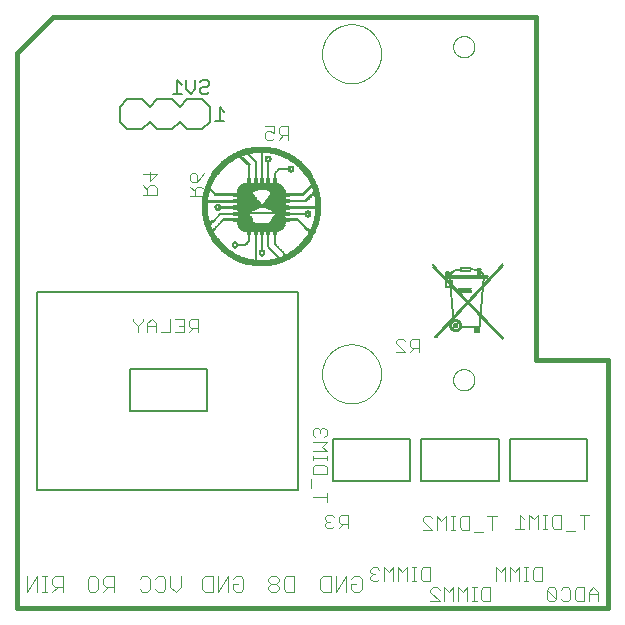
<source format=gbo>
G75*
%MOIN*%
%OFA0B0*%
%FSLAX25Y25*%
%IPPOS*%
%LPD*%
%AMOC8*
5,1,8,0,0,1.08239X$1,22.5*
%
%ADD10C,0.00000*%
%ADD11C,0.00400*%
%ADD12C,0.01600*%
%ADD13C,0.00800*%
%ADD14R,0.04035X0.00098*%
%ADD15R,0.05610X0.00098*%
%ADD16R,0.06890X0.00098*%
%ADD17R,0.07972X0.00098*%
%ADD18R,0.08858X0.00098*%
%ADD19R,0.09744X0.00098*%
%ADD20R,0.10531X0.00098*%
%ADD21R,0.11122X0.00098*%
%ADD22R,0.11909X0.00098*%
%ADD23R,0.12500X0.00098*%
%ADD24R,0.13091X0.00098*%
%ADD25R,0.13681X0.00098*%
%ADD26R,0.14075X0.00098*%
%ADD27R,0.14665X0.00098*%
%ADD28R,0.15059X0.00098*%
%ADD29R,0.15650X0.00098*%
%ADD30R,0.16043X0.00098*%
%ADD31R,0.16437X0.00098*%
%ADD32R,0.16831X0.00098*%
%ADD33R,0.06791X0.00098*%
%ADD34R,0.07087X0.00098*%
%ADD35R,0.06299X0.00098*%
%ADD36R,0.00689X0.00098*%
%ADD37R,0.05906X0.00098*%
%ADD38R,0.05807X0.00098*%
%ADD39R,0.05512X0.00098*%
%ADD40R,0.05217X0.00098*%
%ADD41R,0.05315X0.00098*%
%ADD42R,0.05020X0.00098*%
%ADD43R,0.05118X0.00098*%
%ADD44R,0.04921X0.00098*%
%ADD45R,0.04724X0.00098*%
%ADD46R,0.04626X0.00098*%
%ADD47R,0.04528X0.00098*%
%ADD48R,0.04331X0.00098*%
%ADD49R,0.04232X0.00098*%
%ADD50R,0.00984X0.00098*%
%ADD51R,0.04134X0.00098*%
%ADD52R,0.03937X0.00098*%
%ADD53R,0.00492X0.00098*%
%ADD54R,0.03839X0.00098*%
%ADD55R,0.01083X0.00098*%
%ADD56R,0.01378X0.00098*%
%ADD57R,0.01575X0.00098*%
%ADD58R,0.03740X0.00098*%
%ADD59R,0.01772X0.00098*%
%ADD60R,0.03642X0.00098*%
%ADD61R,0.01870X0.00098*%
%ADD62R,0.01969X0.00098*%
%ADD63R,0.03543X0.00098*%
%ADD64R,0.00886X0.00098*%
%ADD65R,0.03445X0.00098*%
%ADD66R,0.00787X0.00098*%
%ADD67R,0.03346X0.00098*%
%ADD68R,0.03248X0.00098*%
%ADD69R,0.03150X0.00098*%
%ADD70R,0.02067X0.00098*%
%ADD71R,0.03051X0.00098*%
%ADD72R,0.01673X0.00098*%
%ADD73R,0.01476X0.00098*%
%ADD74R,0.02953X0.00098*%
%ADD75R,0.01280X0.00098*%
%ADD76R,0.02854X0.00098*%
%ADD77R,0.02756X0.00098*%
%ADD78R,0.01181X0.00098*%
%ADD79R,0.02657X0.00098*%
%ADD80R,0.02559X0.00098*%
%ADD81R,0.02461X0.00098*%
%ADD82R,0.02362X0.00098*%
%ADD83R,0.02264X0.00098*%
%ADD84R,0.02165X0.00098*%
%ADD85R,0.12795X0.00098*%
%ADD86R,0.13287X0.00098*%
%ADD87R,0.13484X0.00098*%
%ADD88R,0.13976X0.00098*%
%ADD89R,0.14173X0.00098*%
%ADD90R,0.14370X0.00098*%
%ADD91R,0.14567X0.00098*%
%ADD92R,0.14862X0.00098*%
%ADD93R,0.15256X0.00098*%
%ADD94R,0.15354X0.00098*%
%ADD95R,0.15453X0.00098*%
%ADD96R,0.15748X0.00098*%
%ADD97R,0.15846X0.00098*%
%ADD98R,0.06004X0.00098*%
%ADD99R,0.06496X0.00098*%
%ADD100R,0.06102X0.00098*%
%ADD101R,0.05413X0.00098*%
%ADD102R,0.05709X0.00098*%
%ADD103R,0.06988X0.00098*%
%ADD104R,0.06398X0.00098*%
%ADD105R,0.09646X0.00098*%
%ADD106R,0.10630X0.00098*%
%ADD107R,0.09449X0.00098*%
%ADD108R,0.10433X0.00098*%
%ADD109R,0.09350X0.00098*%
%ADD110R,0.10335X0.00098*%
%ADD111R,0.09154X0.00098*%
%ADD112R,0.10138X0.00098*%
%ADD113R,0.09055X0.00098*%
%ADD114R,0.10039X0.00098*%
%ADD115R,0.09941X0.00098*%
%ADD116R,0.08760X0.00098*%
%ADD117R,0.04429X0.00098*%
%ADD118R,0.04823X0.00098*%
%ADD119R,0.10728X0.00098*%
%ADD120R,0.10236X0.00098*%
%ADD121R,0.29035X0.00098*%
%ADD122R,0.18996X0.00098*%
%ADD123R,0.07579X0.00098*%
%ADD124R,0.07677X0.00098*%
%ADD125R,0.07776X0.00098*%
%ADD126R,0.08465X0.00098*%
%ADD127R,0.18012X0.00098*%
%ADD128R,0.13386X0.00098*%
%ADD129R,0.18898X0.00098*%
%ADD130R,0.00394X0.00098*%
%ADD131R,0.19291X0.00098*%
%ADD132R,0.34055X0.00098*%
%ADD133R,0.34154X0.00098*%
%ADD134R,0.08169X0.00098*%
%ADD135R,0.08071X0.00098*%
%ADD136R,0.07480X0.00098*%
%ADD137R,0.07874X0.00098*%
%ADD138R,0.00591X0.00098*%
%ADD139R,0.07382X0.00098*%
%ADD140R,0.07283X0.00098*%
%ADD141R,0.08661X0.00098*%
%ADD142R,0.08563X0.00098*%
%ADD143R,0.19193X0.00098*%
%ADD144R,0.13878X0.00098*%
%ADD145R,0.19094X0.00098*%
%ADD146R,0.18701X0.00098*%
%ADD147R,0.08366X0.00098*%
%ADD148R,0.08268X0.00098*%
%ADD149R,0.06693X0.00098*%
%ADD150R,0.06201X0.00098*%
%ADD151R,0.06594X0.00098*%
%ADD152R,0.07185X0.00098*%
%ADD153R,0.11417X0.00098*%
%ADD154R,0.13189X0.00098*%
%ADD155R,0.11516X0.00098*%
%ADD156R,0.15551X0.00098*%
%ADD157R,0.14469X0.00098*%
%ADD158R,0.14272X0.00098*%
%ADD159R,0.12992X0.00098*%
%ADD160R,0.12598X0.00098*%
%ADD161R,0.12303X0.00098*%
%ADD162R,0.11713X0.00098*%
%ADD163R,0.00039X0.00020*%
%ADD164R,0.00020X0.00020*%
%ADD165R,0.00059X0.00020*%
%ADD166R,0.00157X0.00020*%
%ADD167R,0.00197X0.00020*%
%ADD168R,0.00236X0.00020*%
%ADD169R,0.00315X0.00020*%
%ADD170R,0.00354X0.00020*%
%ADD171R,0.00394X0.00020*%
%ADD172R,0.00453X0.00020*%
%ADD173R,0.00433X0.00020*%
%ADD174R,0.00472X0.00020*%
%ADD175R,0.00512X0.00020*%
%ADD176R,0.00551X0.00020*%
%ADD177R,0.00591X0.00020*%
%ADD178R,0.00630X0.00020*%
%ADD179R,0.00728X0.00020*%
%ADD180R,0.00098X0.00020*%
%ADD181R,0.00138X0.00020*%
%ADD182R,0.00177X0.00020*%
%ADD183R,0.00217X0.00020*%
%ADD184R,0.00295X0.00020*%
%ADD185R,0.00374X0.00020*%
%ADD186R,0.00768X0.00020*%
%ADD187R,0.00787X0.00020*%
%ADD188R,0.00827X0.00020*%
%ADD189R,0.00669X0.00020*%
%ADD190R,0.00709X0.00020*%
%ADD191R,0.00748X0.00020*%
%ADD192R,0.01496X0.00020*%
%ADD193R,0.01378X0.00020*%
%ADD194R,0.00276X0.00020*%
%ADD195R,0.00571X0.00020*%
%ADD196R,0.00118X0.00020*%
%ADD197R,0.00079X0.00020*%
%ADD198R,0.00906X0.00020*%
%ADD199R,0.01063X0.00020*%
%ADD200R,0.01181X0.00020*%
%ADD201R,0.01299X0.00020*%
%ADD202R,0.01516X0.00020*%
%ADD203R,0.01575X0.00020*%
%ADD204R,0.01673X0.00020*%
%ADD205R,0.01732X0.00020*%
%ADD206R,0.01811X0.00020*%
%ADD207R,0.00807X0.00020*%
%ADD208R,0.01890X0.00020*%
%ADD209R,0.01949X0.00020*%
%ADD210R,0.02008X0.00020*%
%ADD211R,0.02087X0.00020*%
%ADD212R,0.02126X0.00020*%
%ADD213R,0.02205X0.00020*%
%ADD214R,0.02244X0.00020*%
%ADD215R,0.02303X0.00020*%
%ADD216R,0.02343X0.00020*%
%ADD217R,0.02402X0.00020*%
%ADD218R,0.02461X0.00020*%
%ADD219R,0.02500X0.00020*%
%ADD220R,0.02539X0.00020*%
%ADD221R,0.01102X0.00020*%
%ADD222R,0.01083X0.00020*%
%ADD223R,0.01043X0.00020*%
%ADD224R,0.00965X0.00020*%
%ADD225R,0.00984X0.00020*%
%ADD226R,0.00945X0.00020*%
%ADD227R,0.00886X0.00020*%
%ADD228R,0.00925X0.00020*%
%ADD229R,0.00846X0.00020*%
%ADD230R,0.00866X0.00020*%
%ADD231R,0.00689X0.00020*%
%ADD232R,0.00650X0.00020*%
%ADD233R,0.00610X0.00020*%
%ADD234R,0.00531X0.00020*%
%ADD235R,0.01024X0.00020*%
%ADD236R,0.01437X0.00020*%
%ADD237R,0.01004X0.00020*%
%ADD238R,0.06752X0.00020*%
%ADD239R,0.06102X0.00020*%
%ADD240R,0.01122X0.00020*%
%ADD241R,0.06693X0.00020*%
%ADD242R,0.01142X0.00020*%
%ADD243R,0.06673X0.00020*%
%ADD244R,0.01260X0.00020*%
%ADD245R,0.06732X0.00020*%
%ADD246R,0.01220X0.00020*%
%ADD247R,0.06772X0.00020*%
%ADD248R,0.01319X0.00020*%
%ADD249R,0.06654X0.00020*%
%ADD250R,0.01398X0.00020*%
%ADD251R,0.01417X0.00020*%
%ADD252R,0.00492X0.00020*%
%ADD253R,0.01476X0.00020*%
%ADD254R,0.01831X0.00020*%
%ADD255R,0.01752X0.00020*%
%ADD256R,0.01634X0.00020*%
%ADD257R,0.01614X0.00020*%
%ADD258R,0.01535X0.00020*%
%ADD259R,0.01339X0.00020*%
%ADD260R,0.01240X0.00020*%
%ADD261R,0.01358X0.00020*%
%ADD262R,0.01457X0.00020*%
%ADD263R,0.04449X0.00020*%
%ADD264R,0.04488X0.00020*%
%ADD265R,0.04508X0.00020*%
%ADD266R,0.04528X0.00020*%
%ADD267R,0.04547X0.00020*%
%ADD268R,0.04567X0.00020*%
%ADD269R,0.04587X0.00020*%
%ADD270R,0.04606X0.00020*%
%ADD271R,0.04626X0.00020*%
%ADD272R,0.04646X0.00020*%
%ADD273R,0.04665X0.00020*%
%ADD274R,0.04685X0.00020*%
%ADD275R,0.04744X0.00020*%
%ADD276R,0.04724X0.00020*%
%ADD277R,0.04783X0.00020*%
%ADD278R,0.04803X0.00020*%
%ADD279R,0.04764X0.00020*%
%ADD280R,0.04843X0.00020*%
%ADD281R,0.04823X0.00020*%
%ADD282R,0.04862X0.00020*%
%ADD283R,0.04882X0.00020*%
%ADD284R,0.04902X0.00020*%
%ADD285R,0.04921X0.00020*%
%ADD286R,0.04941X0.00020*%
%ADD287R,0.04961X0.00020*%
%ADD288R,0.04980X0.00020*%
%ADD289R,0.05000X0.00020*%
%ADD290R,0.05059X0.00020*%
%ADD291R,0.05039X0.00020*%
%ADD292R,0.04291X0.00020*%
%ADD293R,0.05079X0.00020*%
%ADD294R,0.04232X0.00020*%
%ADD295R,0.04272X0.00020*%
%ADD296R,0.00335X0.00020*%
%ADD297R,0.03091X0.00020*%
%ADD298R,0.03012X0.00020*%
%ADD299R,0.02992X0.00020*%
%ADD300R,0.02972X0.00020*%
%ADD301R,0.02953X0.00020*%
%ADD302R,0.02933X0.00020*%
%ADD303R,0.02913X0.00020*%
%ADD304R,0.02894X0.00020*%
%ADD305R,0.02874X0.00020*%
%ADD306R,0.02854X0.00020*%
%ADD307R,0.02835X0.00020*%
%ADD308R,0.02815X0.00020*%
%ADD309R,0.02756X0.00020*%
%ADD310R,0.02283X0.00020*%
%ADD311R,0.13465X0.00020*%
%ADD312R,0.13425X0.00020*%
%ADD313R,0.13524X0.00020*%
%ADD314R,0.13583X0.00020*%
%ADD315R,0.13504X0.00020*%
%ADD316R,0.13563X0.00020*%
%ADD317R,0.13642X0.00020*%
%ADD318R,0.13681X0.00020*%
%ADD319R,0.13740X0.00020*%
%ADD320R,0.13760X0.00020*%
%ADD321R,0.13799X0.00020*%
%ADD322R,0.13819X0.00020*%
%ADD323R,0.13858X0.00020*%
%ADD324R,0.13878X0.00020*%
%ADD325R,0.13898X0.00020*%
%ADD326R,0.13976X0.00020*%
%ADD327R,0.13957X0.00020*%
%ADD328R,0.13996X0.00020*%
%ADD329R,0.14016X0.00020*%
%ADD330R,0.14035X0.00020*%
%ADD331R,0.14055X0.00020*%
%ADD332R,0.14075X0.00020*%
%ADD333R,0.14094X0.00020*%
%ADD334R,0.14114X0.00020*%
%ADD335R,0.14173X0.00020*%
%ADD336R,0.14134X0.00020*%
%ADD337R,0.14154X0.00020*%
%ADD338R,0.01161X0.00020*%
%ADD339R,0.01791X0.00020*%
%ADD340R,0.01713X0.00020*%
%ADD341R,0.00256X0.00020*%
%ADD342R,0.01850X0.00020*%
%ADD343R,0.01870X0.00020*%
%ADD344R,0.01909X0.00020*%
%ADD345R,0.01969X0.00020*%
%ADD346R,0.01929X0.00020*%
%ADD347R,0.01988X0.00020*%
%ADD348R,0.02028X0.00020*%
%ADD349R,0.02067X0.00020*%
%ADD350R,0.02047X0.00020*%
%ADD351R,0.01693X0.00020*%
%ADD352R,0.01594X0.00020*%
%ADD353R,0.01280X0.00020*%
%ADD354R,0.01201X0.00020*%
%ADD355R,0.00413X0.00020*%
%ADD356R,0.03484X0.00020*%
%ADD357R,0.03386X0.00020*%
%ADD358R,0.02382X0.00020*%
%ADD359R,0.02598X0.00020*%
%ADD360R,0.01555X0.00020*%
%ADD361C,0.00500*%
%ADD362C,0.00600*%
D10*
X0103374Y0079753D02*
X0103377Y0079995D01*
X0103386Y0080236D01*
X0103401Y0080477D01*
X0103421Y0080718D01*
X0103448Y0080958D01*
X0103481Y0081197D01*
X0103519Y0081436D01*
X0103563Y0081673D01*
X0103613Y0081910D01*
X0103669Y0082145D01*
X0103731Y0082378D01*
X0103798Y0082610D01*
X0103871Y0082841D01*
X0103949Y0083069D01*
X0104034Y0083295D01*
X0104123Y0083520D01*
X0104218Y0083742D01*
X0104319Y0083961D01*
X0104425Y0084179D01*
X0104536Y0084393D01*
X0104653Y0084605D01*
X0104774Y0084813D01*
X0104901Y0085019D01*
X0105033Y0085221D01*
X0105170Y0085421D01*
X0105311Y0085616D01*
X0105457Y0085809D01*
X0105608Y0085997D01*
X0105764Y0086182D01*
X0105924Y0086363D01*
X0106088Y0086540D01*
X0106257Y0086713D01*
X0106430Y0086882D01*
X0106607Y0087046D01*
X0106788Y0087206D01*
X0106973Y0087362D01*
X0107161Y0087513D01*
X0107354Y0087659D01*
X0107549Y0087800D01*
X0107749Y0087937D01*
X0107951Y0088069D01*
X0108157Y0088196D01*
X0108365Y0088317D01*
X0108577Y0088434D01*
X0108791Y0088545D01*
X0109009Y0088651D01*
X0109228Y0088752D01*
X0109450Y0088847D01*
X0109675Y0088936D01*
X0109901Y0089021D01*
X0110129Y0089099D01*
X0110360Y0089172D01*
X0110592Y0089239D01*
X0110825Y0089301D01*
X0111060Y0089357D01*
X0111297Y0089407D01*
X0111534Y0089451D01*
X0111773Y0089489D01*
X0112012Y0089522D01*
X0112252Y0089549D01*
X0112493Y0089569D01*
X0112734Y0089584D01*
X0112975Y0089593D01*
X0113217Y0089596D01*
X0113459Y0089593D01*
X0113700Y0089584D01*
X0113941Y0089569D01*
X0114182Y0089549D01*
X0114422Y0089522D01*
X0114661Y0089489D01*
X0114900Y0089451D01*
X0115137Y0089407D01*
X0115374Y0089357D01*
X0115609Y0089301D01*
X0115842Y0089239D01*
X0116074Y0089172D01*
X0116305Y0089099D01*
X0116533Y0089021D01*
X0116759Y0088936D01*
X0116984Y0088847D01*
X0117206Y0088752D01*
X0117425Y0088651D01*
X0117643Y0088545D01*
X0117857Y0088434D01*
X0118069Y0088317D01*
X0118277Y0088196D01*
X0118483Y0088069D01*
X0118685Y0087937D01*
X0118885Y0087800D01*
X0119080Y0087659D01*
X0119273Y0087513D01*
X0119461Y0087362D01*
X0119646Y0087206D01*
X0119827Y0087046D01*
X0120004Y0086882D01*
X0120177Y0086713D01*
X0120346Y0086540D01*
X0120510Y0086363D01*
X0120670Y0086182D01*
X0120826Y0085997D01*
X0120977Y0085809D01*
X0121123Y0085616D01*
X0121264Y0085421D01*
X0121401Y0085221D01*
X0121533Y0085019D01*
X0121660Y0084813D01*
X0121781Y0084605D01*
X0121898Y0084393D01*
X0122009Y0084179D01*
X0122115Y0083961D01*
X0122216Y0083742D01*
X0122311Y0083520D01*
X0122400Y0083295D01*
X0122485Y0083069D01*
X0122563Y0082841D01*
X0122636Y0082610D01*
X0122703Y0082378D01*
X0122765Y0082145D01*
X0122821Y0081910D01*
X0122871Y0081673D01*
X0122915Y0081436D01*
X0122953Y0081197D01*
X0122986Y0080958D01*
X0123013Y0080718D01*
X0123033Y0080477D01*
X0123048Y0080236D01*
X0123057Y0079995D01*
X0123060Y0079753D01*
X0123057Y0079511D01*
X0123048Y0079270D01*
X0123033Y0079029D01*
X0123013Y0078788D01*
X0122986Y0078548D01*
X0122953Y0078309D01*
X0122915Y0078070D01*
X0122871Y0077833D01*
X0122821Y0077596D01*
X0122765Y0077361D01*
X0122703Y0077128D01*
X0122636Y0076896D01*
X0122563Y0076665D01*
X0122485Y0076437D01*
X0122400Y0076211D01*
X0122311Y0075986D01*
X0122216Y0075764D01*
X0122115Y0075545D01*
X0122009Y0075327D01*
X0121898Y0075113D01*
X0121781Y0074901D01*
X0121660Y0074693D01*
X0121533Y0074487D01*
X0121401Y0074285D01*
X0121264Y0074085D01*
X0121123Y0073890D01*
X0120977Y0073697D01*
X0120826Y0073509D01*
X0120670Y0073324D01*
X0120510Y0073143D01*
X0120346Y0072966D01*
X0120177Y0072793D01*
X0120004Y0072624D01*
X0119827Y0072460D01*
X0119646Y0072300D01*
X0119461Y0072144D01*
X0119273Y0071993D01*
X0119080Y0071847D01*
X0118885Y0071706D01*
X0118685Y0071569D01*
X0118483Y0071437D01*
X0118277Y0071310D01*
X0118069Y0071189D01*
X0117857Y0071072D01*
X0117643Y0070961D01*
X0117425Y0070855D01*
X0117206Y0070754D01*
X0116984Y0070659D01*
X0116759Y0070570D01*
X0116533Y0070485D01*
X0116305Y0070407D01*
X0116074Y0070334D01*
X0115842Y0070267D01*
X0115609Y0070205D01*
X0115374Y0070149D01*
X0115137Y0070099D01*
X0114900Y0070055D01*
X0114661Y0070017D01*
X0114422Y0069984D01*
X0114182Y0069957D01*
X0113941Y0069937D01*
X0113700Y0069922D01*
X0113459Y0069913D01*
X0113217Y0069910D01*
X0112975Y0069913D01*
X0112734Y0069922D01*
X0112493Y0069937D01*
X0112252Y0069957D01*
X0112012Y0069984D01*
X0111773Y0070017D01*
X0111534Y0070055D01*
X0111297Y0070099D01*
X0111060Y0070149D01*
X0110825Y0070205D01*
X0110592Y0070267D01*
X0110360Y0070334D01*
X0110129Y0070407D01*
X0109901Y0070485D01*
X0109675Y0070570D01*
X0109450Y0070659D01*
X0109228Y0070754D01*
X0109009Y0070855D01*
X0108791Y0070961D01*
X0108577Y0071072D01*
X0108365Y0071189D01*
X0108157Y0071310D01*
X0107951Y0071437D01*
X0107749Y0071569D01*
X0107549Y0071706D01*
X0107354Y0071847D01*
X0107161Y0071993D01*
X0106973Y0072144D01*
X0106788Y0072300D01*
X0106607Y0072460D01*
X0106430Y0072624D01*
X0106257Y0072793D01*
X0106088Y0072966D01*
X0105924Y0073143D01*
X0105764Y0073324D01*
X0105608Y0073509D01*
X0105457Y0073697D01*
X0105311Y0073890D01*
X0105170Y0074085D01*
X0105033Y0074285D01*
X0104901Y0074487D01*
X0104774Y0074693D01*
X0104653Y0074901D01*
X0104536Y0075113D01*
X0104425Y0075327D01*
X0104319Y0075545D01*
X0104218Y0075764D01*
X0104123Y0075986D01*
X0104034Y0076211D01*
X0103949Y0076437D01*
X0103871Y0076665D01*
X0103798Y0076896D01*
X0103731Y0077128D01*
X0103669Y0077361D01*
X0103613Y0077596D01*
X0103563Y0077833D01*
X0103519Y0078070D01*
X0103481Y0078309D01*
X0103448Y0078548D01*
X0103421Y0078788D01*
X0103401Y0079029D01*
X0103386Y0079270D01*
X0103377Y0079511D01*
X0103374Y0079753D01*
X0147076Y0077784D02*
X0147078Y0077902D01*
X0147084Y0078021D01*
X0147094Y0078139D01*
X0147108Y0078256D01*
X0147125Y0078373D01*
X0147147Y0078490D01*
X0147173Y0078605D01*
X0147202Y0078720D01*
X0147235Y0078834D01*
X0147272Y0078946D01*
X0147313Y0079057D01*
X0147357Y0079167D01*
X0147405Y0079275D01*
X0147457Y0079382D01*
X0147512Y0079487D01*
X0147571Y0079590D01*
X0147633Y0079690D01*
X0147698Y0079789D01*
X0147767Y0079886D01*
X0147838Y0079980D01*
X0147913Y0080071D01*
X0147991Y0080161D01*
X0148072Y0080247D01*
X0148156Y0080331D01*
X0148242Y0080412D01*
X0148332Y0080490D01*
X0148423Y0080565D01*
X0148517Y0080636D01*
X0148614Y0080705D01*
X0148713Y0080770D01*
X0148813Y0080832D01*
X0148916Y0080891D01*
X0149021Y0080946D01*
X0149128Y0080998D01*
X0149236Y0081046D01*
X0149346Y0081090D01*
X0149457Y0081131D01*
X0149569Y0081168D01*
X0149683Y0081201D01*
X0149798Y0081230D01*
X0149913Y0081256D01*
X0150030Y0081278D01*
X0150147Y0081295D01*
X0150264Y0081309D01*
X0150382Y0081319D01*
X0150501Y0081325D01*
X0150619Y0081327D01*
X0150737Y0081325D01*
X0150856Y0081319D01*
X0150974Y0081309D01*
X0151091Y0081295D01*
X0151208Y0081278D01*
X0151325Y0081256D01*
X0151440Y0081230D01*
X0151555Y0081201D01*
X0151669Y0081168D01*
X0151781Y0081131D01*
X0151892Y0081090D01*
X0152002Y0081046D01*
X0152110Y0080998D01*
X0152217Y0080946D01*
X0152322Y0080891D01*
X0152425Y0080832D01*
X0152525Y0080770D01*
X0152624Y0080705D01*
X0152721Y0080636D01*
X0152815Y0080565D01*
X0152906Y0080490D01*
X0152996Y0080412D01*
X0153082Y0080331D01*
X0153166Y0080247D01*
X0153247Y0080161D01*
X0153325Y0080071D01*
X0153400Y0079980D01*
X0153471Y0079886D01*
X0153540Y0079789D01*
X0153605Y0079690D01*
X0153667Y0079590D01*
X0153726Y0079487D01*
X0153781Y0079382D01*
X0153833Y0079275D01*
X0153881Y0079167D01*
X0153925Y0079057D01*
X0153966Y0078946D01*
X0154003Y0078834D01*
X0154036Y0078720D01*
X0154065Y0078605D01*
X0154091Y0078490D01*
X0154113Y0078373D01*
X0154130Y0078256D01*
X0154144Y0078139D01*
X0154154Y0078021D01*
X0154160Y0077902D01*
X0154162Y0077784D01*
X0154160Y0077666D01*
X0154154Y0077547D01*
X0154144Y0077429D01*
X0154130Y0077312D01*
X0154113Y0077195D01*
X0154091Y0077078D01*
X0154065Y0076963D01*
X0154036Y0076848D01*
X0154003Y0076734D01*
X0153966Y0076622D01*
X0153925Y0076511D01*
X0153881Y0076401D01*
X0153833Y0076293D01*
X0153781Y0076186D01*
X0153726Y0076081D01*
X0153667Y0075978D01*
X0153605Y0075878D01*
X0153540Y0075779D01*
X0153471Y0075682D01*
X0153400Y0075588D01*
X0153325Y0075497D01*
X0153247Y0075407D01*
X0153166Y0075321D01*
X0153082Y0075237D01*
X0152996Y0075156D01*
X0152906Y0075078D01*
X0152815Y0075003D01*
X0152721Y0074932D01*
X0152624Y0074863D01*
X0152525Y0074798D01*
X0152425Y0074736D01*
X0152322Y0074677D01*
X0152217Y0074622D01*
X0152110Y0074570D01*
X0152002Y0074522D01*
X0151892Y0074478D01*
X0151781Y0074437D01*
X0151669Y0074400D01*
X0151555Y0074367D01*
X0151440Y0074338D01*
X0151325Y0074312D01*
X0151208Y0074290D01*
X0151091Y0074273D01*
X0150974Y0074259D01*
X0150856Y0074249D01*
X0150737Y0074243D01*
X0150619Y0074241D01*
X0150501Y0074243D01*
X0150382Y0074249D01*
X0150264Y0074259D01*
X0150147Y0074273D01*
X0150030Y0074290D01*
X0149913Y0074312D01*
X0149798Y0074338D01*
X0149683Y0074367D01*
X0149569Y0074400D01*
X0149457Y0074437D01*
X0149346Y0074478D01*
X0149236Y0074522D01*
X0149128Y0074570D01*
X0149021Y0074622D01*
X0148916Y0074677D01*
X0148813Y0074736D01*
X0148713Y0074798D01*
X0148614Y0074863D01*
X0148517Y0074932D01*
X0148423Y0075003D01*
X0148332Y0075078D01*
X0148242Y0075156D01*
X0148156Y0075237D01*
X0148072Y0075321D01*
X0147991Y0075407D01*
X0147913Y0075497D01*
X0147838Y0075588D01*
X0147767Y0075682D01*
X0147698Y0075779D01*
X0147633Y0075878D01*
X0147571Y0075978D01*
X0147512Y0076081D01*
X0147457Y0076186D01*
X0147405Y0076293D01*
X0147357Y0076401D01*
X0147313Y0076511D01*
X0147272Y0076622D01*
X0147235Y0076734D01*
X0147202Y0076848D01*
X0147173Y0076963D01*
X0147147Y0077078D01*
X0147125Y0077195D01*
X0147108Y0077312D01*
X0147094Y0077429D01*
X0147084Y0077547D01*
X0147078Y0077666D01*
X0147076Y0077784D01*
X0103374Y0186446D02*
X0103377Y0186688D01*
X0103386Y0186929D01*
X0103401Y0187170D01*
X0103421Y0187411D01*
X0103448Y0187651D01*
X0103481Y0187890D01*
X0103519Y0188129D01*
X0103563Y0188366D01*
X0103613Y0188603D01*
X0103669Y0188838D01*
X0103731Y0189071D01*
X0103798Y0189303D01*
X0103871Y0189534D01*
X0103949Y0189762D01*
X0104034Y0189988D01*
X0104123Y0190213D01*
X0104218Y0190435D01*
X0104319Y0190654D01*
X0104425Y0190872D01*
X0104536Y0191086D01*
X0104653Y0191298D01*
X0104774Y0191506D01*
X0104901Y0191712D01*
X0105033Y0191914D01*
X0105170Y0192114D01*
X0105311Y0192309D01*
X0105457Y0192502D01*
X0105608Y0192690D01*
X0105764Y0192875D01*
X0105924Y0193056D01*
X0106088Y0193233D01*
X0106257Y0193406D01*
X0106430Y0193575D01*
X0106607Y0193739D01*
X0106788Y0193899D01*
X0106973Y0194055D01*
X0107161Y0194206D01*
X0107354Y0194352D01*
X0107549Y0194493D01*
X0107749Y0194630D01*
X0107951Y0194762D01*
X0108157Y0194889D01*
X0108365Y0195010D01*
X0108577Y0195127D01*
X0108791Y0195238D01*
X0109009Y0195344D01*
X0109228Y0195445D01*
X0109450Y0195540D01*
X0109675Y0195629D01*
X0109901Y0195714D01*
X0110129Y0195792D01*
X0110360Y0195865D01*
X0110592Y0195932D01*
X0110825Y0195994D01*
X0111060Y0196050D01*
X0111297Y0196100D01*
X0111534Y0196144D01*
X0111773Y0196182D01*
X0112012Y0196215D01*
X0112252Y0196242D01*
X0112493Y0196262D01*
X0112734Y0196277D01*
X0112975Y0196286D01*
X0113217Y0196289D01*
X0113459Y0196286D01*
X0113700Y0196277D01*
X0113941Y0196262D01*
X0114182Y0196242D01*
X0114422Y0196215D01*
X0114661Y0196182D01*
X0114900Y0196144D01*
X0115137Y0196100D01*
X0115374Y0196050D01*
X0115609Y0195994D01*
X0115842Y0195932D01*
X0116074Y0195865D01*
X0116305Y0195792D01*
X0116533Y0195714D01*
X0116759Y0195629D01*
X0116984Y0195540D01*
X0117206Y0195445D01*
X0117425Y0195344D01*
X0117643Y0195238D01*
X0117857Y0195127D01*
X0118069Y0195010D01*
X0118277Y0194889D01*
X0118483Y0194762D01*
X0118685Y0194630D01*
X0118885Y0194493D01*
X0119080Y0194352D01*
X0119273Y0194206D01*
X0119461Y0194055D01*
X0119646Y0193899D01*
X0119827Y0193739D01*
X0120004Y0193575D01*
X0120177Y0193406D01*
X0120346Y0193233D01*
X0120510Y0193056D01*
X0120670Y0192875D01*
X0120826Y0192690D01*
X0120977Y0192502D01*
X0121123Y0192309D01*
X0121264Y0192114D01*
X0121401Y0191914D01*
X0121533Y0191712D01*
X0121660Y0191506D01*
X0121781Y0191298D01*
X0121898Y0191086D01*
X0122009Y0190872D01*
X0122115Y0190654D01*
X0122216Y0190435D01*
X0122311Y0190213D01*
X0122400Y0189988D01*
X0122485Y0189762D01*
X0122563Y0189534D01*
X0122636Y0189303D01*
X0122703Y0189071D01*
X0122765Y0188838D01*
X0122821Y0188603D01*
X0122871Y0188366D01*
X0122915Y0188129D01*
X0122953Y0187890D01*
X0122986Y0187651D01*
X0123013Y0187411D01*
X0123033Y0187170D01*
X0123048Y0186929D01*
X0123057Y0186688D01*
X0123060Y0186446D01*
X0123057Y0186204D01*
X0123048Y0185963D01*
X0123033Y0185722D01*
X0123013Y0185481D01*
X0122986Y0185241D01*
X0122953Y0185002D01*
X0122915Y0184763D01*
X0122871Y0184526D01*
X0122821Y0184289D01*
X0122765Y0184054D01*
X0122703Y0183821D01*
X0122636Y0183589D01*
X0122563Y0183358D01*
X0122485Y0183130D01*
X0122400Y0182904D01*
X0122311Y0182679D01*
X0122216Y0182457D01*
X0122115Y0182238D01*
X0122009Y0182020D01*
X0121898Y0181806D01*
X0121781Y0181594D01*
X0121660Y0181386D01*
X0121533Y0181180D01*
X0121401Y0180978D01*
X0121264Y0180778D01*
X0121123Y0180583D01*
X0120977Y0180390D01*
X0120826Y0180202D01*
X0120670Y0180017D01*
X0120510Y0179836D01*
X0120346Y0179659D01*
X0120177Y0179486D01*
X0120004Y0179317D01*
X0119827Y0179153D01*
X0119646Y0178993D01*
X0119461Y0178837D01*
X0119273Y0178686D01*
X0119080Y0178540D01*
X0118885Y0178399D01*
X0118685Y0178262D01*
X0118483Y0178130D01*
X0118277Y0178003D01*
X0118069Y0177882D01*
X0117857Y0177765D01*
X0117643Y0177654D01*
X0117425Y0177548D01*
X0117206Y0177447D01*
X0116984Y0177352D01*
X0116759Y0177263D01*
X0116533Y0177178D01*
X0116305Y0177100D01*
X0116074Y0177027D01*
X0115842Y0176960D01*
X0115609Y0176898D01*
X0115374Y0176842D01*
X0115137Y0176792D01*
X0114900Y0176748D01*
X0114661Y0176710D01*
X0114422Y0176677D01*
X0114182Y0176650D01*
X0113941Y0176630D01*
X0113700Y0176615D01*
X0113459Y0176606D01*
X0113217Y0176603D01*
X0112975Y0176606D01*
X0112734Y0176615D01*
X0112493Y0176630D01*
X0112252Y0176650D01*
X0112012Y0176677D01*
X0111773Y0176710D01*
X0111534Y0176748D01*
X0111297Y0176792D01*
X0111060Y0176842D01*
X0110825Y0176898D01*
X0110592Y0176960D01*
X0110360Y0177027D01*
X0110129Y0177100D01*
X0109901Y0177178D01*
X0109675Y0177263D01*
X0109450Y0177352D01*
X0109228Y0177447D01*
X0109009Y0177548D01*
X0108791Y0177654D01*
X0108577Y0177765D01*
X0108365Y0177882D01*
X0108157Y0178003D01*
X0107951Y0178130D01*
X0107749Y0178262D01*
X0107549Y0178399D01*
X0107354Y0178540D01*
X0107161Y0178686D01*
X0106973Y0178837D01*
X0106788Y0178993D01*
X0106607Y0179153D01*
X0106430Y0179317D01*
X0106257Y0179486D01*
X0106088Y0179659D01*
X0105924Y0179836D01*
X0105764Y0180017D01*
X0105608Y0180202D01*
X0105457Y0180390D01*
X0105311Y0180583D01*
X0105170Y0180778D01*
X0105033Y0180978D01*
X0104901Y0181180D01*
X0104774Y0181386D01*
X0104653Y0181594D01*
X0104536Y0181806D01*
X0104425Y0182020D01*
X0104319Y0182238D01*
X0104218Y0182457D01*
X0104123Y0182679D01*
X0104034Y0182904D01*
X0103949Y0183130D01*
X0103871Y0183358D01*
X0103798Y0183589D01*
X0103731Y0183821D01*
X0103669Y0184054D01*
X0103613Y0184289D01*
X0103563Y0184526D01*
X0103519Y0184763D01*
X0103481Y0185002D01*
X0103448Y0185241D01*
X0103421Y0185481D01*
X0103401Y0185722D01*
X0103386Y0185963D01*
X0103377Y0186204D01*
X0103374Y0186446D01*
X0147076Y0188808D02*
X0147078Y0188926D01*
X0147084Y0189045D01*
X0147094Y0189163D01*
X0147108Y0189280D01*
X0147125Y0189397D01*
X0147147Y0189514D01*
X0147173Y0189629D01*
X0147202Y0189744D01*
X0147235Y0189858D01*
X0147272Y0189970D01*
X0147313Y0190081D01*
X0147357Y0190191D01*
X0147405Y0190299D01*
X0147457Y0190406D01*
X0147512Y0190511D01*
X0147571Y0190614D01*
X0147633Y0190714D01*
X0147698Y0190813D01*
X0147767Y0190910D01*
X0147838Y0191004D01*
X0147913Y0191095D01*
X0147991Y0191185D01*
X0148072Y0191271D01*
X0148156Y0191355D01*
X0148242Y0191436D01*
X0148332Y0191514D01*
X0148423Y0191589D01*
X0148517Y0191660D01*
X0148614Y0191729D01*
X0148713Y0191794D01*
X0148813Y0191856D01*
X0148916Y0191915D01*
X0149021Y0191970D01*
X0149128Y0192022D01*
X0149236Y0192070D01*
X0149346Y0192114D01*
X0149457Y0192155D01*
X0149569Y0192192D01*
X0149683Y0192225D01*
X0149798Y0192254D01*
X0149913Y0192280D01*
X0150030Y0192302D01*
X0150147Y0192319D01*
X0150264Y0192333D01*
X0150382Y0192343D01*
X0150501Y0192349D01*
X0150619Y0192351D01*
X0150737Y0192349D01*
X0150856Y0192343D01*
X0150974Y0192333D01*
X0151091Y0192319D01*
X0151208Y0192302D01*
X0151325Y0192280D01*
X0151440Y0192254D01*
X0151555Y0192225D01*
X0151669Y0192192D01*
X0151781Y0192155D01*
X0151892Y0192114D01*
X0152002Y0192070D01*
X0152110Y0192022D01*
X0152217Y0191970D01*
X0152322Y0191915D01*
X0152425Y0191856D01*
X0152525Y0191794D01*
X0152624Y0191729D01*
X0152721Y0191660D01*
X0152815Y0191589D01*
X0152906Y0191514D01*
X0152996Y0191436D01*
X0153082Y0191355D01*
X0153166Y0191271D01*
X0153247Y0191185D01*
X0153325Y0191095D01*
X0153400Y0191004D01*
X0153471Y0190910D01*
X0153540Y0190813D01*
X0153605Y0190714D01*
X0153667Y0190614D01*
X0153726Y0190511D01*
X0153781Y0190406D01*
X0153833Y0190299D01*
X0153881Y0190191D01*
X0153925Y0190081D01*
X0153966Y0189970D01*
X0154003Y0189858D01*
X0154036Y0189744D01*
X0154065Y0189629D01*
X0154091Y0189514D01*
X0154113Y0189397D01*
X0154130Y0189280D01*
X0154144Y0189163D01*
X0154154Y0189045D01*
X0154160Y0188926D01*
X0154162Y0188808D01*
X0154160Y0188690D01*
X0154154Y0188571D01*
X0154144Y0188453D01*
X0154130Y0188336D01*
X0154113Y0188219D01*
X0154091Y0188102D01*
X0154065Y0187987D01*
X0154036Y0187872D01*
X0154003Y0187758D01*
X0153966Y0187646D01*
X0153925Y0187535D01*
X0153881Y0187425D01*
X0153833Y0187317D01*
X0153781Y0187210D01*
X0153726Y0187105D01*
X0153667Y0187002D01*
X0153605Y0186902D01*
X0153540Y0186803D01*
X0153471Y0186706D01*
X0153400Y0186612D01*
X0153325Y0186521D01*
X0153247Y0186431D01*
X0153166Y0186345D01*
X0153082Y0186261D01*
X0152996Y0186180D01*
X0152906Y0186102D01*
X0152815Y0186027D01*
X0152721Y0185956D01*
X0152624Y0185887D01*
X0152525Y0185822D01*
X0152425Y0185760D01*
X0152322Y0185701D01*
X0152217Y0185646D01*
X0152110Y0185594D01*
X0152002Y0185546D01*
X0151892Y0185502D01*
X0151781Y0185461D01*
X0151669Y0185424D01*
X0151555Y0185391D01*
X0151440Y0185362D01*
X0151325Y0185336D01*
X0151208Y0185314D01*
X0151091Y0185297D01*
X0150974Y0185283D01*
X0150856Y0185273D01*
X0150737Y0185267D01*
X0150619Y0185265D01*
X0150501Y0185267D01*
X0150382Y0185273D01*
X0150264Y0185283D01*
X0150147Y0185297D01*
X0150030Y0185314D01*
X0149913Y0185336D01*
X0149798Y0185362D01*
X0149683Y0185391D01*
X0149569Y0185424D01*
X0149457Y0185461D01*
X0149346Y0185502D01*
X0149236Y0185546D01*
X0149128Y0185594D01*
X0149021Y0185646D01*
X0148916Y0185701D01*
X0148813Y0185760D01*
X0148713Y0185822D01*
X0148614Y0185887D01*
X0148517Y0185956D01*
X0148423Y0186027D01*
X0148332Y0186102D01*
X0148242Y0186180D01*
X0148156Y0186261D01*
X0148072Y0186345D01*
X0147991Y0186431D01*
X0147913Y0186521D01*
X0147838Y0186612D01*
X0147767Y0186706D01*
X0147698Y0186803D01*
X0147633Y0186902D01*
X0147571Y0187002D01*
X0147512Y0187105D01*
X0147457Y0187210D01*
X0147405Y0187317D01*
X0147357Y0187425D01*
X0147313Y0187535D01*
X0147272Y0187646D01*
X0147235Y0187758D01*
X0147202Y0187872D01*
X0147173Y0187987D01*
X0147147Y0188102D01*
X0147125Y0188219D01*
X0147108Y0188336D01*
X0147094Y0188453D01*
X0147084Y0188571D01*
X0147078Y0188690D01*
X0147076Y0188808D01*
D11*
X0092028Y0162352D02*
X0092028Y0157748D01*
X0092028Y0159283D02*
X0089726Y0159283D01*
X0088959Y0160050D01*
X0088959Y0161585D01*
X0089726Y0162352D01*
X0092028Y0162352D01*
X0090494Y0159283D02*
X0088959Y0157748D01*
X0087424Y0158515D02*
X0086657Y0157748D01*
X0085122Y0157748D01*
X0084355Y0158515D01*
X0084355Y0160050D01*
X0085122Y0160817D01*
X0085890Y0160817D01*
X0087424Y0160050D01*
X0087424Y0162352D01*
X0084355Y0162352D01*
X0063966Y0146799D02*
X0063199Y0145265D01*
X0061664Y0143730D01*
X0061664Y0146032D01*
X0060897Y0146799D01*
X0060130Y0146799D01*
X0059362Y0146032D01*
X0059362Y0144497D01*
X0060130Y0143730D01*
X0061664Y0143730D01*
X0061664Y0142195D02*
X0060897Y0141428D01*
X0060897Y0139126D01*
X0060897Y0140661D02*
X0059362Y0142195D01*
X0061664Y0142195D02*
X0063199Y0142195D01*
X0063966Y0141428D01*
X0063966Y0139126D01*
X0059362Y0139126D01*
X0048218Y0139520D02*
X0048218Y0141822D01*
X0047451Y0142589D01*
X0045916Y0142589D01*
X0045149Y0141822D01*
X0045149Y0139520D01*
X0045149Y0141054D02*
X0043614Y0142589D01*
X0045916Y0144124D02*
X0045916Y0147193D01*
X0043614Y0146426D02*
X0048218Y0146426D01*
X0045916Y0144124D01*
X0043614Y0139520D02*
X0048218Y0139520D01*
X0046647Y0098143D02*
X0045113Y0096608D01*
X0045113Y0093539D01*
X0045113Y0095841D02*
X0048182Y0095841D01*
X0048182Y0096608D02*
X0046647Y0098143D01*
X0048182Y0096608D02*
X0048182Y0093539D01*
X0049717Y0093539D02*
X0052786Y0093539D01*
X0052786Y0098143D01*
X0054320Y0098143D02*
X0057390Y0098143D01*
X0057390Y0093539D01*
X0054320Y0093539D01*
X0055855Y0095841D02*
X0057390Y0095841D01*
X0058924Y0095841D02*
X0058924Y0097375D01*
X0059692Y0098143D01*
X0061994Y0098143D01*
X0061994Y0093539D01*
X0061994Y0095073D02*
X0059692Y0095073D01*
X0058924Y0095841D01*
X0060459Y0095073D02*
X0058924Y0093539D01*
X0043578Y0097375D02*
X0042043Y0095841D01*
X0042043Y0093539D01*
X0042043Y0095841D02*
X0040509Y0097375D01*
X0040509Y0098143D01*
X0043578Y0098143D02*
X0043578Y0097375D01*
X0099576Y0044765D02*
X0099576Y0041696D01*
X0100343Y0038627D02*
X0104947Y0038627D01*
X0104947Y0040161D02*
X0104947Y0037092D01*
X0105121Y0032827D02*
X0104354Y0032060D01*
X0104354Y0031292D01*
X0105121Y0030525D01*
X0104354Y0029758D01*
X0104354Y0028990D01*
X0105121Y0028223D01*
X0106655Y0028223D01*
X0107423Y0028990D01*
X0108957Y0028223D02*
X0110492Y0029758D01*
X0109725Y0029758D02*
X0112027Y0029758D01*
X0112027Y0028223D02*
X0112027Y0032827D01*
X0109725Y0032827D01*
X0108957Y0032060D01*
X0108957Y0030525D01*
X0109725Y0029758D01*
X0107423Y0032060D02*
X0106655Y0032827D01*
X0105121Y0032827D01*
X0105121Y0030525D02*
X0105888Y0030525D01*
X0104947Y0046300D02*
X0100343Y0046300D01*
X0100343Y0048602D01*
X0101111Y0049369D01*
X0104180Y0049369D01*
X0104947Y0048602D01*
X0104947Y0046300D01*
X0104947Y0050904D02*
X0104947Y0052439D01*
X0104947Y0051671D02*
X0100343Y0051671D01*
X0100343Y0050904D02*
X0100343Y0052439D01*
X0100343Y0053973D02*
X0104947Y0053973D01*
X0103413Y0055508D01*
X0104947Y0057042D01*
X0100343Y0057042D01*
X0101111Y0058577D02*
X0100343Y0059344D01*
X0100343Y0060879D01*
X0101111Y0061646D01*
X0101878Y0061646D01*
X0102645Y0060879D01*
X0102645Y0060112D01*
X0102645Y0060879D02*
X0103413Y0061646D01*
X0104180Y0061646D01*
X0104947Y0060879D01*
X0104947Y0059344D01*
X0104180Y0058577D01*
X0128056Y0086882D02*
X0131125Y0086882D01*
X0128056Y0089951D01*
X0128056Y0090718D01*
X0128823Y0091486D01*
X0130358Y0091486D01*
X0131125Y0090718D01*
X0132660Y0090718D02*
X0132660Y0089184D01*
X0133427Y0088417D01*
X0135729Y0088417D01*
X0134194Y0088417D02*
X0132660Y0086882D01*
X0135729Y0086882D02*
X0135729Y0091486D01*
X0133427Y0091486D01*
X0132660Y0090718D01*
X0137813Y0032394D02*
X0139348Y0032394D01*
X0140115Y0031627D01*
X0141650Y0032394D02*
X0141650Y0027791D01*
X0140115Y0027791D02*
X0137046Y0030860D01*
X0137046Y0031627D01*
X0137813Y0032394D01*
X0141650Y0032394D02*
X0143184Y0030860D01*
X0144719Y0032394D01*
X0144719Y0027791D01*
X0146254Y0027791D02*
X0147788Y0027791D01*
X0147021Y0027791D02*
X0147021Y0032394D01*
X0147788Y0032394D02*
X0146254Y0032394D01*
X0149323Y0031627D02*
X0149323Y0028558D01*
X0150090Y0027791D01*
X0152392Y0027791D01*
X0152392Y0032394D01*
X0150090Y0032394D01*
X0149323Y0031627D01*
X0153927Y0027023D02*
X0156996Y0027023D01*
X0160065Y0027791D02*
X0160065Y0032394D01*
X0158531Y0032394D02*
X0161600Y0032394D01*
X0167754Y0028184D02*
X0170824Y0028184D01*
X0172358Y0028184D02*
X0172358Y0032788D01*
X0173893Y0031254D01*
X0175428Y0032788D01*
X0175428Y0028184D01*
X0176962Y0028184D02*
X0178497Y0028184D01*
X0177730Y0028184D02*
X0177730Y0032788D01*
X0178497Y0032788D02*
X0176962Y0032788D01*
X0180032Y0032021D02*
X0180799Y0032788D01*
X0183101Y0032788D01*
X0183101Y0028184D01*
X0180799Y0028184D01*
X0180032Y0028952D01*
X0180032Y0032021D01*
X0184635Y0027417D02*
X0187705Y0027417D01*
X0190774Y0028184D02*
X0190774Y0032788D01*
X0192309Y0032788D02*
X0189239Y0032788D01*
X0170824Y0031254D02*
X0169289Y0032788D01*
X0169289Y0028184D01*
X0169124Y0015265D02*
X0167589Y0013731D01*
X0166054Y0015265D01*
X0166054Y0010661D01*
X0164520Y0010661D02*
X0164520Y0015265D01*
X0162985Y0013731D01*
X0161450Y0015265D01*
X0161450Y0010661D01*
X0159474Y0008572D02*
X0157172Y0008572D01*
X0156405Y0007805D01*
X0156405Y0004736D01*
X0157172Y0003969D01*
X0159474Y0003969D01*
X0159474Y0008572D01*
X0154870Y0008572D02*
X0153335Y0008572D01*
X0154103Y0008572D02*
X0154103Y0003969D01*
X0154870Y0003969D02*
X0153335Y0003969D01*
X0151801Y0003969D02*
X0151801Y0008572D01*
X0150266Y0007038D01*
X0148732Y0008572D01*
X0148732Y0003969D01*
X0147197Y0003969D02*
X0147197Y0008572D01*
X0145662Y0007038D01*
X0144128Y0008572D01*
X0144128Y0003969D01*
X0142593Y0003969D02*
X0139524Y0007038D01*
X0139524Y0007805D01*
X0140291Y0008572D01*
X0141826Y0008572D01*
X0142593Y0007805D01*
X0142593Y0003969D02*
X0139524Y0003969D01*
X0139395Y0010661D02*
X0137093Y0010661D01*
X0136326Y0011429D01*
X0136326Y0014498D01*
X0137093Y0015265D01*
X0139395Y0015265D01*
X0139395Y0010661D01*
X0134791Y0010661D02*
X0133257Y0010661D01*
X0134024Y0010661D02*
X0134024Y0015265D01*
X0134791Y0015265D02*
X0133257Y0015265D01*
X0131722Y0015265D02*
X0130187Y0013731D01*
X0128653Y0015265D01*
X0128653Y0010661D01*
X0127118Y0010661D02*
X0127118Y0015265D01*
X0125584Y0013731D01*
X0124049Y0015265D01*
X0124049Y0010661D01*
X0122514Y0011429D02*
X0121747Y0010661D01*
X0120212Y0010661D01*
X0119445Y0011429D01*
X0119445Y0012196D01*
X0120212Y0012963D01*
X0120980Y0012963D01*
X0120212Y0012963D02*
X0119445Y0013731D01*
X0119445Y0014498D01*
X0120212Y0015265D01*
X0121747Y0015265D01*
X0122514Y0014498D01*
X0116561Y0011455D02*
X0116561Y0007986D01*
X0115693Y0007118D01*
X0113958Y0007118D01*
X0113091Y0007986D01*
X0113091Y0009720D01*
X0114826Y0009720D01*
X0116561Y0011455D02*
X0115693Y0012323D01*
X0113958Y0012323D01*
X0113091Y0011455D01*
X0111404Y0012323D02*
X0107935Y0007118D01*
X0107935Y0012323D01*
X0106248Y0012323D02*
X0103646Y0012323D01*
X0102778Y0011455D01*
X0102778Y0007986D01*
X0103646Y0007118D01*
X0106248Y0007118D01*
X0106248Y0012323D01*
X0111404Y0012323D02*
X0111404Y0007118D01*
X0094120Y0007118D02*
X0091517Y0007118D01*
X0090650Y0007986D01*
X0090650Y0011455D01*
X0091517Y0012323D01*
X0094120Y0012323D01*
X0094120Y0007118D01*
X0088963Y0007986D02*
X0088963Y0008853D01*
X0088096Y0009720D01*
X0086361Y0009720D01*
X0085494Y0008853D01*
X0085494Y0007986D01*
X0086361Y0007118D01*
X0088096Y0007118D01*
X0088963Y0007986D01*
X0088096Y0009720D02*
X0088963Y0010588D01*
X0088963Y0011455D01*
X0088096Y0012323D01*
X0086361Y0012323D01*
X0085494Y0011455D01*
X0085494Y0010588D01*
X0086361Y0009720D01*
X0077191Y0007986D02*
X0076323Y0007118D01*
X0074588Y0007118D01*
X0073721Y0007986D01*
X0073721Y0009720D01*
X0075456Y0009720D01*
X0077191Y0007986D02*
X0077191Y0011455D01*
X0076323Y0012323D01*
X0074588Y0012323D01*
X0073721Y0011455D01*
X0072034Y0012323D02*
X0068565Y0007118D01*
X0068565Y0012323D01*
X0066878Y0012323D02*
X0064276Y0012323D01*
X0063408Y0011455D01*
X0063408Y0007986D01*
X0064276Y0007118D01*
X0066878Y0007118D01*
X0066878Y0012323D01*
X0072034Y0012323D02*
X0072034Y0007118D01*
X0056324Y0008853D02*
X0054590Y0007118D01*
X0052855Y0008853D01*
X0052855Y0012323D01*
X0051168Y0011455D02*
X0051168Y0007986D01*
X0050301Y0007118D01*
X0048566Y0007118D01*
X0047698Y0007986D01*
X0046012Y0007986D02*
X0045144Y0007118D01*
X0043409Y0007118D01*
X0042542Y0007986D01*
X0046012Y0007986D02*
X0046012Y0011455D01*
X0045144Y0012323D01*
X0043409Y0012323D01*
X0042542Y0011455D01*
X0047698Y0011455D02*
X0048566Y0012323D01*
X0050301Y0012323D01*
X0051168Y0011455D01*
X0056324Y0012323D02*
X0056324Y0008853D01*
X0033883Y0008853D02*
X0031281Y0008853D01*
X0030414Y0009720D01*
X0030414Y0011455D01*
X0031281Y0012323D01*
X0033883Y0012323D01*
X0033883Y0007118D01*
X0032149Y0008853D02*
X0030414Y0007118D01*
X0028727Y0007986D02*
X0027860Y0007118D01*
X0026125Y0007118D01*
X0025257Y0007986D01*
X0025257Y0011455D01*
X0026125Y0012323D01*
X0027860Y0012323D01*
X0028727Y0011455D01*
X0028727Y0007986D01*
X0016954Y0008853D02*
X0014352Y0008853D01*
X0013485Y0009720D01*
X0013485Y0011455D01*
X0014352Y0012323D01*
X0016954Y0012323D01*
X0016954Y0007118D01*
X0015220Y0008853D02*
X0013485Y0007118D01*
X0011798Y0007118D02*
X0010063Y0007118D01*
X0010931Y0007118D02*
X0010931Y0012323D01*
X0011798Y0012323D02*
X0010063Y0012323D01*
X0008360Y0012323D02*
X0004891Y0007118D01*
X0004891Y0012323D01*
X0008360Y0012323D02*
X0008360Y0007118D01*
X0131722Y0010661D02*
X0131722Y0015265D01*
X0137046Y0027791D02*
X0140115Y0027791D01*
X0169124Y0015265D02*
X0169124Y0010661D01*
X0170658Y0010661D02*
X0172193Y0010661D01*
X0171426Y0010661D02*
X0171426Y0015265D01*
X0172193Y0015265D02*
X0170658Y0015265D01*
X0173728Y0014498D02*
X0174495Y0015265D01*
X0176797Y0015265D01*
X0176797Y0010661D01*
X0174495Y0010661D01*
X0173728Y0011429D01*
X0173728Y0014498D01*
X0179187Y0008572D02*
X0178420Y0007805D01*
X0181489Y0004736D01*
X0180722Y0003969D01*
X0179187Y0003969D01*
X0178420Y0004736D01*
X0178420Y0007805D01*
X0179187Y0008572D02*
X0180722Y0008572D01*
X0181489Y0007805D01*
X0181489Y0004736D01*
X0183024Y0004736D02*
X0183791Y0003969D01*
X0185326Y0003969D01*
X0186093Y0004736D01*
X0186093Y0007805D01*
X0185326Y0008572D01*
X0183791Y0008572D01*
X0183024Y0007805D01*
X0187628Y0007805D02*
X0187628Y0004736D01*
X0188395Y0003969D01*
X0190697Y0003969D01*
X0190697Y0008572D01*
X0188395Y0008572D01*
X0187628Y0007805D01*
X0192232Y0007038D02*
X0192232Y0003969D01*
X0192232Y0006270D02*
X0195301Y0006270D01*
X0195301Y0007038D02*
X0193766Y0008572D01*
X0192232Y0007038D01*
X0195301Y0007038D02*
X0195301Y0003969D01*
D12*
X0198650Y0001800D02*
X0001800Y0001800D01*
X0001800Y0186839D01*
X0013611Y0198650D01*
X0174635Y0198650D01*
X0174635Y0084477D01*
X0198650Y0084477D01*
X0198650Y0001800D01*
D13*
X0191867Y0044013D02*
X0166064Y0044013D01*
X0166064Y0058013D01*
X0191867Y0058013D01*
X0191867Y0044013D01*
X0162339Y0044013D02*
X0162339Y0058013D01*
X0136536Y0058013D01*
X0136536Y0044013D01*
X0162339Y0044013D01*
X0132812Y0044013D02*
X0132812Y0058013D01*
X0107009Y0058013D01*
X0107009Y0044013D01*
X0132812Y0044013D01*
X0065095Y0067241D02*
X0039292Y0067241D01*
X0039292Y0081241D01*
X0065095Y0081241D01*
X0065095Y0067241D01*
D14*
X0083198Y0115580D03*
X0092056Y0118729D03*
X0074339Y0118729D03*
X0074143Y0118828D03*
X0090776Y0148060D03*
X0090875Y0148158D03*
X0092056Y0151997D03*
X0083198Y0155146D03*
D15*
X0083198Y0155048D03*
X0076505Y0132312D03*
X0077981Y0130146D03*
X0088414Y0129851D03*
X0083198Y0115678D03*
D16*
X0083247Y0115776D03*
X0077144Y0130343D03*
X0089251Y0138906D03*
X0088365Y0153276D03*
X0078030Y0153276D03*
D17*
X0083198Y0154851D03*
X0079162Y0136052D03*
X0083198Y0115875D03*
D18*
X0083247Y0115973D03*
X0091121Y0131131D03*
X0083247Y0154753D03*
D19*
X0083198Y0154654D03*
X0075225Y0131229D03*
X0083198Y0116072D03*
D20*
X0083198Y0116170D03*
X0083198Y0154556D03*
D21*
X0083198Y0154457D03*
X0083198Y0127095D03*
X0083198Y0116269D03*
D22*
X0083198Y0116367D03*
X0083198Y0127194D03*
X0083198Y0154359D03*
D23*
X0083198Y0154261D03*
X0083198Y0127292D03*
X0083198Y0116465D03*
D24*
X0083198Y0116564D03*
X0083198Y0154162D03*
D25*
X0083198Y0154064D03*
X0083198Y0142450D03*
X0083198Y0127686D03*
X0083198Y0116662D03*
D26*
X0083198Y0116761D03*
X0091761Y0137528D03*
X0083198Y0142253D03*
X0083198Y0153965D03*
D27*
X0083198Y0153867D03*
X0083198Y0141957D03*
X0083198Y0128178D03*
X0083198Y0116859D03*
D28*
X0083198Y0116957D03*
X0083198Y0128375D03*
X0083198Y0128473D03*
X0083198Y0141662D03*
X0083198Y0153769D03*
D29*
X0083198Y0141072D03*
X0083198Y0129064D03*
X0083198Y0128965D03*
X0083198Y0117056D03*
D30*
X0083198Y0117154D03*
X0083198Y0129654D03*
X0083198Y0153572D03*
D31*
X0083198Y0153473D03*
X0083198Y0117253D03*
D32*
X0083198Y0117351D03*
X0083198Y0153375D03*
D33*
X0077095Y0130540D03*
X0077095Y0130442D03*
X0088414Y0117450D03*
D34*
X0078129Y0117450D03*
X0089152Y0138709D03*
X0078818Y0140875D03*
D35*
X0078326Y0138316D03*
X0076849Y0133493D03*
X0088070Y0137824D03*
X0089546Y0139792D03*
X0089546Y0130540D03*
X0088956Y0117548D03*
X0077538Y0117548D03*
X0088956Y0153178D03*
D36*
X0086249Y0151209D03*
X0086249Y0151111D03*
X0086150Y0150914D03*
X0086150Y0151406D03*
X0084772Y0151308D03*
X0084772Y0151209D03*
X0084772Y0151111D03*
X0084772Y0151013D03*
X0085461Y0150127D03*
X0085461Y0150028D03*
X0085461Y0149930D03*
X0085461Y0149831D03*
X0085461Y0149733D03*
X0085461Y0149635D03*
X0085461Y0149536D03*
X0085461Y0149438D03*
X0085461Y0149339D03*
X0085461Y0149241D03*
X0085461Y0149143D03*
X0085461Y0149044D03*
X0085461Y0148946D03*
X0085461Y0148847D03*
X0085461Y0148749D03*
X0085461Y0148650D03*
X0085461Y0148552D03*
X0085461Y0148454D03*
X0085461Y0148355D03*
X0085461Y0148257D03*
X0085461Y0148158D03*
X0085461Y0148060D03*
X0085461Y0147961D03*
X0085461Y0147863D03*
X0085461Y0147765D03*
X0085461Y0147666D03*
X0085461Y0147568D03*
X0085461Y0147469D03*
X0085461Y0147371D03*
X0085461Y0147272D03*
X0085461Y0147174D03*
X0085461Y0147076D03*
X0085461Y0146977D03*
X0085461Y0146879D03*
X0085461Y0146780D03*
X0085461Y0146682D03*
X0085461Y0146583D03*
X0085461Y0146485D03*
X0085461Y0146387D03*
X0085461Y0146288D03*
X0085461Y0146190D03*
X0085461Y0146091D03*
X0085461Y0145993D03*
X0085461Y0145894D03*
X0085461Y0145796D03*
X0085461Y0145698D03*
X0085461Y0145599D03*
X0085461Y0145501D03*
X0085461Y0145402D03*
X0085461Y0145304D03*
X0085461Y0145206D03*
X0085461Y0145107D03*
X0085461Y0145009D03*
X0085461Y0144910D03*
X0083394Y0144910D03*
X0083394Y0145009D03*
X0083394Y0145107D03*
X0083394Y0145206D03*
X0083394Y0145304D03*
X0083394Y0145402D03*
X0083394Y0145501D03*
X0083394Y0145599D03*
X0083394Y0145698D03*
X0083394Y0145796D03*
X0083394Y0145894D03*
X0083394Y0145993D03*
X0083394Y0146091D03*
X0083394Y0146190D03*
X0083394Y0146288D03*
X0083394Y0146387D03*
X0083394Y0146485D03*
X0083394Y0146583D03*
X0083394Y0146682D03*
X0083394Y0146780D03*
X0083394Y0146879D03*
X0083394Y0146977D03*
X0083394Y0147076D03*
X0083394Y0147174D03*
X0083394Y0147272D03*
X0083394Y0147371D03*
X0083394Y0147469D03*
X0083394Y0147568D03*
X0083394Y0147666D03*
X0083394Y0147765D03*
X0083394Y0147863D03*
X0083394Y0147961D03*
X0083394Y0148060D03*
X0083394Y0148158D03*
X0083394Y0148257D03*
X0083394Y0148355D03*
X0083394Y0148454D03*
X0083394Y0148552D03*
X0083394Y0148650D03*
X0083394Y0148749D03*
X0083394Y0148847D03*
X0083394Y0148946D03*
X0083394Y0149044D03*
X0083394Y0149143D03*
X0083394Y0149241D03*
X0083394Y0149339D03*
X0083394Y0149438D03*
X0083394Y0149536D03*
X0083394Y0149635D03*
X0083394Y0149733D03*
X0083394Y0149831D03*
X0083394Y0149930D03*
X0083394Y0150028D03*
X0083394Y0150127D03*
X0083394Y0150225D03*
X0083394Y0150324D03*
X0083394Y0150422D03*
X0083394Y0150520D03*
X0083394Y0150619D03*
X0083394Y0150717D03*
X0083394Y0150816D03*
X0083394Y0150914D03*
X0083394Y0151013D03*
X0083394Y0151111D03*
X0083394Y0151209D03*
X0083394Y0151308D03*
X0083394Y0151406D03*
X0083394Y0151505D03*
X0083394Y0151603D03*
X0083394Y0151702D03*
X0083394Y0151800D03*
X0083394Y0151898D03*
X0083394Y0151997D03*
X0083394Y0152095D03*
X0083394Y0152194D03*
X0083394Y0152292D03*
X0083394Y0152391D03*
X0083394Y0152489D03*
X0083394Y0152587D03*
X0083394Y0152686D03*
X0083394Y0152784D03*
X0083394Y0152883D03*
X0083394Y0152981D03*
X0083394Y0153080D03*
X0083394Y0153178D03*
X0083394Y0153276D03*
X0081328Y0150127D03*
X0081328Y0150028D03*
X0081328Y0149930D03*
X0081328Y0149831D03*
X0081328Y0149733D03*
X0081328Y0149635D03*
X0081328Y0149536D03*
X0081328Y0149438D03*
X0081328Y0149339D03*
X0081328Y0149241D03*
X0081328Y0149143D03*
X0081328Y0149044D03*
X0081328Y0148946D03*
X0081328Y0148847D03*
X0081328Y0148749D03*
X0081328Y0148650D03*
X0081328Y0148552D03*
X0081328Y0148454D03*
X0081328Y0148355D03*
X0081328Y0148257D03*
X0081328Y0148158D03*
X0081328Y0148060D03*
X0081328Y0147961D03*
X0081328Y0147863D03*
X0081328Y0147765D03*
X0081328Y0147666D03*
X0081328Y0147568D03*
X0081328Y0147469D03*
X0081328Y0147371D03*
X0081328Y0147272D03*
X0081328Y0147174D03*
X0081328Y0147076D03*
X0081328Y0146977D03*
X0081328Y0146879D03*
X0081328Y0146780D03*
X0081328Y0146682D03*
X0081328Y0146583D03*
X0081328Y0146485D03*
X0081328Y0146387D03*
X0081328Y0146288D03*
X0081328Y0146190D03*
X0081328Y0146091D03*
X0081328Y0145993D03*
X0081328Y0145894D03*
X0081328Y0145796D03*
X0081328Y0145698D03*
X0081328Y0145599D03*
X0081328Y0145501D03*
X0081328Y0145402D03*
X0081328Y0145304D03*
X0081328Y0145206D03*
X0081328Y0145107D03*
X0081328Y0145009D03*
X0081328Y0144910D03*
X0079162Y0144910D03*
X0079162Y0145009D03*
X0079162Y0145107D03*
X0079162Y0145206D03*
X0079162Y0145304D03*
X0079162Y0145402D03*
X0079162Y0145501D03*
X0079162Y0145599D03*
X0079162Y0145698D03*
X0079162Y0145796D03*
X0079162Y0145894D03*
X0079162Y0145993D03*
X0079162Y0146091D03*
X0079162Y0146190D03*
X0079162Y0146288D03*
X0079162Y0146387D03*
X0079162Y0146485D03*
X0079162Y0146583D03*
X0079162Y0146682D03*
X0079162Y0146780D03*
X0079162Y0146879D03*
X0079162Y0146977D03*
X0079162Y0147076D03*
X0079162Y0147174D03*
X0079162Y0147272D03*
X0079162Y0147371D03*
X0079162Y0147469D03*
X0079162Y0147568D03*
X0079162Y0147666D03*
X0079162Y0147765D03*
X0079162Y0147863D03*
X0079162Y0147961D03*
X0079162Y0148060D03*
X0079162Y0148158D03*
X0079162Y0148257D03*
X0079162Y0148355D03*
X0079162Y0148454D03*
X0079162Y0148552D03*
X0079162Y0148650D03*
X0079162Y0148749D03*
X0079162Y0148847D03*
X0087627Y0146190D03*
X0087627Y0146091D03*
X0087627Y0145993D03*
X0087627Y0145894D03*
X0087627Y0145796D03*
X0087627Y0145698D03*
X0087627Y0145599D03*
X0087627Y0145501D03*
X0087627Y0145402D03*
X0087627Y0145304D03*
X0087627Y0145206D03*
X0087627Y0145107D03*
X0087627Y0145009D03*
X0087627Y0144910D03*
X0093139Y0146780D03*
X0093828Y0147666D03*
X0093828Y0147765D03*
X0093828Y0147863D03*
X0093828Y0147961D03*
X0099339Y0132902D03*
X0099339Y0132804D03*
X0098552Y0131820D03*
X0087627Y0125816D03*
X0087627Y0125717D03*
X0087627Y0125619D03*
X0087627Y0125520D03*
X0087627Y0125422D03*
X0087627Y0125324D03*
X0087627Y0125225D03*
X0087627Y0125127D03*
X0087627Y0125028D03*
X0087627Y0124930D03*
X0087627Y0124831D03*
X0087627Y0124733D03*
X0087627Y0124635D03*
X0087627Y0124536D03*
X0087627Y0124438D03*
X0087627Y0124339D03*
X0087627Y0124241D03*
X0087627Y0124143D03*
X0087627Y0124044D03*
X0087627Y0123946D03*
X0087627Y0123847D03*
X0087627Y0123749D03*
X0087627Y0123650D03*
X0087627Y0123552D03*
X0087627Y0123454D03*
X0087627Y0123355D03*
X0087627Y0123257D03*
X0087627Y0123158D03*
X0087627Y0123060D03*
X0087627Y0122961D03*
X0085461Y0122961D03*
X0085461Y0122863D03*
X0085461Y0122765D03*
X0085461Y0122666D03*
X0085461Y0122568D03*
X0085461Y0122469D03*
X0085461Y0122371D03*
X0085461Y0122272D03*
X0085461Y0122174D03*
X0085461Y0122076D03*
X0085461Y0121977D03*
X0085461Y0123060D03*
X0085461Y0123158D03*
X0085461Y0123257D03*
X0085461Y0123355D03*
X0085461Y0123454D03*
X0085461Y0123552D03*
X0085461Y0123650D03*
X0085461Y0123749D03*
X0085461Y0123847D03*
X0085461Y0123946D03*
X0085461Y0124044D03*
X0085461Y0124143D03*
X0085461Y0124241D03*
X0085461Y0124339D03*
X0085461Y0124438D03*
X0085461Y0124536D03*
X0085461Y0124635D03*
X0085461Y0124733D03*
X0085461Y0124831D03*
X0085461Y0124930D03*
X0085461Y0125028D03*
X0085461Y0125127D03*
X0085461Y0125225D03*
X0085461Y0125324D03*
X0085461Y0125422D03*
X0085461Y0125520D03*
X0085461Y0125619D03*
X0085461Y0125717D03*
X0085461Y0125816D03*
X0083394Y0125816D03*
X0083394Y0125717D03*
X0083394Y0125619D03*
X0083394Y0125520D03*
X0083394Y0125422D03*
X0083394Y0125324D03*
X0083394Y0125225D03*
X0083394Y0125127D03*
X0083394Y0125028D03*
X0083394Y0124930D03*
X0083394Y0124831D03*
X0083394Y0124733D03*
X0083394Y0124635D03*
X0083394Y0124536D03*
X0083394Y0124438D03*
X0083394Y0124339D03*
X0083394Y0124241D03*
X0083394Y0124143D03*
X0083394Y0124044D03*
X0083394Y0123946D03*
X0083394Y0123847D03*
X0083394Y0123749D03*
X0083394Y0123650D03*
X0083394Y0123552D03*
X0083394Y0123454D03*
X0083394Y0123355D03*
X0083394Y0123257D03*
X0083394Y0123158D03*
X0083394Y0123060D03*
X0083394Y0122961D03*
X0083394Y0122863D03*
X0083394Y0122765D03*
X0083394Y0122666D03*
X0083394Y0122568D03*
X0083394Y0122469D03*
X0083394Y0122371D03*
X0083394Y0122272D03*
X0083394Y0122174D03*
X0083394Y0122076D03*
X0083394Y0121977D03*
X0083394Y0121879D03*
X0083394Y0121780D03*
X0083394Y0121682D03*
X0083394Y0121583D03*
X0083394Y0121485D03*
X0083394Y0121387D03*
X0083394Y0121288D03*
X0083394Y0121190D03*
X0083394Y0121091D03*
X0083394Y0120993D03*
X0082706Y0120009D03*
X0082706Y0119910D03*
X0082706Y0119812D03*
X0082706Y0119713D03*
X0081328Y0119713D03*
X0081328Y0119615D03*
X0081328Y0119517D03*
X0081328Y0119418D03*
X0081328Y0119320D03*
X0081328Y0119221D03*
X0081328Y0119123D03*
X0081328Y0119024D03*
X0081328Y0118926D03*
X0081328Y0118828D03*
X0081328Y0118729D03*
X0081328Y0118631D03*
X0081328Y0118532D03*
X0081328Y0118434D03*
X0081328Y0118335D03*
X0081328Y0118237D03*
X0081328Y0118139D03*
X0081328Y0118040D03*
X0081328Y0117942D03*
X0081328Y0117843D03*
X0081328Y0117745D03*
X0081328Y0117646D03*
X0081328Y0117548D03*
X0081328Y0119812D03*
X0081328Y0119910D03*
X0081328Y0120009D03*
X0081328Y0120107D03*
X0081328Y0120206D03*
X0081328Y0120304D03*
X0081328Y0120402D03*
X0081328Y0120501D03*
X0081328Y0120599D03*
X0081328Y0120698D03*
X0081328Y0120796D03*
X0081328Y0120894D03*
X0081328Y0120993D03*
X0081328Y0121091D03*
X0081328Y0121190D03*
X0081328Y0121288D03*
X0081328Y0121387D03*
X0081328Y0121485D03*
X0081328Y0121583D03*
X0081328Y0121682D03*
X0081328Y0121780D03*
X0081328Y0121879D03*
X0081328Y0121977D03*
X0081328Y0122076D03*
X0081328Y0122174D03*
X0081328Y0122272D03*
X0081328Y0122371D03*
X0081328Y0122469D03*
X0081328Y0122568D03*
X0081328Y0122666D03*
X0081328Y0122765D03*
X0081328Y0122863D03*
X0081328Y0122961D03*
X0081328Y0123060D03*
X0081328Y0123158D03*
X0081328Y0123257D03*
X0081328Y0123355D03*
X0081328Y0123454D03*
X0081328Y0123552D03*
X0081328Y0123650D03*
X0081328Y0123749D03*
X0081328Y0123847D03*
X0081328Y0123946D03*
X0081328Y0124044D03*
X0081328Y0124143D03*
X0081328Y0124241D03*
X0081328Y0124339D03*
X0081328Y0124438D03*
X0081328Y0124536D03*
X0081328Y0124635D03*
X0081328Y0124733D03*
X0081328Y0124831D03*
X0081328Y0124930D03*
X0081328Y0125028D03*
X0081328Y0125127D03*
X0081328Y0125225D03*
X0081328Y0125324D03*
X0081328Y0125422D03*
X0081328Y0125520D03*
X0081328Y0125619D03*
X0081328Y0125717D03*
X0081328Y0125816D03*
X0079162Y0125816D03*
X0079162Y0125717D03*
X0079162Y0125619D03*
X0079162Y0125520D03*
X0079162Y0125422D03*
X0079162Y0125324D03*
X0079162Y0125225D03*
X0079162Y0125127D03*
X0079162Y0125028D03*
X0079162Y0124930D03*
X0079162Y0124831D03*
X0079162Y0124733D03*
X0079162Y0124635D03*
X0079162Y0124536D03*
X0079162Y0124438D03*
X0079162Y0124339D03*
X0079162Y0124241D03*
X0079162Y0124143D03*
X0084182Y0119910D03*
X0084182Y0119812D03*
X0073749Y0122371D03*
X0073749Y0122469D03*
X0073749Y0122568D03*
X0073749Y0122666D03*
X0067843Y0134969D03*
X0067843Y0135068D03*
X0067843Y0135166D03*
X0067843Y0135265D03*
D37*
X0078129Y0129950D03*
X0089743Y0131426D03*
X0089743Y0133493D03*
X0088267Y0138316D03*
X0088168Y0140678D03*
X0089349Y0153080D03*
X0089349Y0117646D03*
D38*
X0077095Y0117646D03*
X0088316Y0138414D03*
X0078178Y0140481D03*
X0077095Y0153080D03*
D39*
X0076751Y0152981D03*
X0089644Y0152981D03*
X0088463Y0140481D03*
X0077932Y0140284D03*
X0076456Y0132509D03*
X0076456Y0132410D03*
X0076751Y0117745D03*
X0089644Y0117745D03*
D40*
X0089989Y0117843D03*
X0090087Y0132312D03*
X0090087Y0132410D03*
X0077784Y0140087D03*
D41*
X0077833Y0140186D03*
X0077833Y0134083D03*
X0088562Y0130048D03*
X0091022Y0118434D03*
X0076456Y0117843D03*
X0088562Y0140383D03*
X0089940Y0152883D03*
D42*
X0088709Y0140186D03*
X0077686Y0139989D03*
X0077686Y0133887D03*
X0090973Y0118335D03*
X0090284Y0117942D03*
D43*
X0088660Y0130146D03*
X0090137Y0132509D03*
X0088660Y0134379D03*
X0088660Y0140284D03*
X0077735Y0139891D03*
X0077735Y0133985D03*
X0076160Y0117942D03*
X0090235Y0152784D03*
D44*
X0090530Y0152686D03*
X0075865Y0152686D03*
X0074487Y0151800D03*
X0077637Y0133788D03*
X0077637Y0133690D03*
X0088759Y0134280D03*
X0090530Y0118040D03*
X0075865Y0118040D03*
D45*
X0075668Y0118139D03*
X0077538Y0131820D03*
X0077538Y0131918D03*
X0077538Y0132017D03*
X0077538Y0132115D03*
X0088857Y0134083D03*
X0088857Y0139891D03*
X0090826Y0152587D03*
X0075668Y0152587D03*
X0074487Y0151898D03*
X0090924Y0118237D03*
X0090826Y0118139D03*
D46*
X0075422Y0118237D03*
X0088906Y0133887D03*
X0088906Y0133985D03*
X0088906Y0139989D03*
X0090973Y0152489D03*
D47*
X0090629Y0147568D03*
X0088956Y0133788D03*
X0088956Y0133690D03*
X0092794Y0119418D03*
X0075176Y0118335D03*
X0075176Y0152391D03*
X0075373Y0152489D03*
D48*
X0074979Y0152292D03*
X0090629Y0147666D03*
X0091515Y0152292D03*
X0089054Y0132017D03*
X0089054Y0131918D03*
X0089054Y0131820D03*
X0089054Y0131721D03*
X0077341Y0132213D03*
X0074979Y0118434D03*
X0092794Y0119320D03*
D49*
X0091662Y0118532D03*
X0089103Y0132115D03*
X0074733Y0118532D03*
X0090580Y0147765D03*
X0091662Y0152194D03*
X0074733Y0152194D03*
X0074536Y0152095D03*
D50*
X0078916Y0152686D03*
X0079015Y0152587D03*
X0079113Y0152489D03*
X0079211Y0152391D03*
X0079310Y0152292D03*
X0079408Y0152194D03*
X0079507Y0152095D03*
X0079605Y0151997D03*
X0079704Y0151898D03*
X0079802Y0151800D03*
X0079900Y0151702D03*
X0079999Y0151603D03*
X0080097Y0151505D03*
X0080196Y0151406D03*
X0080294Y0151308D03*
X0080393Y0151209D03*
X0080491Y0151111D03*
X0080589Y0151013D03*
X0080688Y0150914D03*
X0080786Y0150816D03*
X0080885Y0150717D03*
X0080983Y0150619D03*
X0081081Y0150520D03*
X0081180Y0150422D03*
X0079015Y0149143D03*
X0087774Y0146485D03*
X0087873Y0146583D03*
X0087971Y0146682D03*
X0088070Y0146780D03*
X0088168Y0146879D03*
X0088267Y0146977D03*
X0088365Y0147076D03*
X0088463Y0147174D03*
X0088562Y0147272D03*
X0088660Y0147371D03*
X0088759Y0147469D03*
X0093680Y0147469D03*
X0095648Y0130540D03*
X0095747Y0130442D03*
X0095845Y0130343D03*
X0095944Y0130245D03*
X0096042Y0130146D03*
X0096141Y0130048D03*
X0096239Y0129950D03*
X0096337Y0129851D03*
X0096436Y0129753D03*
X0096534Y0129654D03*
X0096633Y0129556D03*
X0096731Y0129457D03*
X0096830Y0129359D03*
X0096928Y0129261D03*
X0097026Y0129162D03*
X0097125Y0129064D03*
X0097223Y0128965D03*
X0097322Y0128867D03*
X0097420Y0128769D03*
X0097519Y0128670D03*
X0097617Y0128572D03*
X0097715Y0128473D03*
X0097814Y0128375D03*
X0097912Y0128276D03*
X0098011Y0128178D03*
X0098109Y0128080D03*
X0090235Y0120206D03*
X0090137Y0120304D03*
X0090038Y0120402D03*
X0089940Y0120501D03*
X0089841Y0120599D03*
X0089743Y0120698D03*
X0089644Y0120796D03*
X0089546Y0120894D03*
X0089448Y0120993D03*
X0089349Y0121091D03*
X0089251Y0121190D03*
X0089152Y0121288D03*
X0089054Y0121387D03*
X0088956Y0121485D03*
X0088857Y0121583D03*
X0088759Y0121682D03*
X0088660Y0121780D03*
X0088562Y0121879D03*
X0088463Y0121977D03*
X0088365Y0122076D03*
X0088267Y0122174D03*
X0088168Y0122272D03*
X0088070Y0122371D03*
X0087971Y0122469D03*
X0087873Y0122568D03*
X0087774Y0122666D03*
X0086200Y0121091D03*
X0086298Y0120993D03*
X0086396Y0120894D03*
X0086495Y0120796D03*
X0086593Y0120698D03*
X0086692Y0120599D03*
X0086790Y0120501D03*
X0086889Y0120402D03*
X0086987Y0120304D03*
X0087085Y0120206D03*
X0087184Y0120107D03*
X0087282Y0120009D03*
X0087381Y0119910D03*
X0087479Y0119812D03*
X0087578Y0119713D03*
X0087676Y0119615D03*
X0087774Y0119517D03*
X0087873Y0119418D03*
X0087971Y0119320D03*
X0088070Y0119221D03*
X0088168Y0119123D03*
X0088267Y0119024D03*
X0088365Y0118926D03*
X0088463Y0118828D03*
X0088562Y0118729D03*
X0088660Y0118631D03*
X0088759Y0118532D03*
X0090333Y0120107D03*
X0090432Y0120009D03*
X0090530Y0119910D03*
X0090629Y0119812D03*
X0090727Y0119713D03*
X0090826Y0119615D03*
X0090924Y0119517D03*
X0086101Y0121190D03*
X0086003Y0121288D03*
X0085904Y0121387D03*
X0085806Y0121485D03*
X0085707Y0121583D03*
X0085609Y0121682D03*
X0082853Y0119517D03*
X0078818Y0123650D03*
X0078719Y0123552D03*
X0078621Y0123454D03*
X0078522Y0123355D03*
X0078424Y0123257D03*
X0078326Y0123158D03*
X0078227Y0123060D03*
X0078129Y0122961D03*
X0078916Y0123749D03*
X0079015Y0123847D03*
X0070156Y0130540D03*
X0070058Y0130442D03*
X0069959Y0130343D03*
X0069861Y0130245D03*
X0069763Y0130146D03*
X0069664Y0130048D03*
X0069566Y0129950D03*
X0069467Y0129851D03*
X0069369Y0129753D03*
X0069270Y0129654D03*
X0069172Y0129556D03*
X0069074Y0129457D03*
X0068975Y0129359D03*
X0068877Y0129261D03*
X0068778Y0129162D03*
X0068680Y0129064D03*
X0068581Y0128965D03*
X0068483Y0128867D03*
X0068385Y0128769D03*
X0068286Y0128670D03*
X0068188Y0128572D03*
X0068089Y0128473D03*
X0067991Y0128375D03*
X0067893Y0128276D03*
X0067794Y0128178D03*
X0067696Y0128080D03*
X0067597Y0127981D03*
X0067499Y0127883D03*
X0066711Y0130048D03*
X0067499Y0130835D03*
X0067597Y0130934D03*
X0067696Y0131032D03*
X0067794Y0131131D03*
X0067893Y0131229D03*
X0067991Y0131328D03*
X0068089Y0131426D03*
X0068188Y0131524D03*
X0068286Y0131623D03*
X0068385Y0131721D03*
X0068483Y0131820D03*
X0068581Y0131918D03*
X0068680Y0132017D03*
X0068778Y0132115D03*
X0068877Y0132213D03*
X0068975Y0132312D03*
X0069074Y0132410D03*
X0069172Y0132509D03*
X0067991Y0135461D03*
X0067597Y0139694D03*
X0067499Y0139792D03*
X0067400Y0139891D03*
X0067302Y0139989D03*
X0067204Y0140087D03*
X0067105Y0140186D03*
X0067007Y0140284D03*
X0066908Y0140383D03*
X0066810Y0140481D03*
X0066711Y0140580D03*
X0066613Y0140678D03*
D51*
X0074487Y0118631D03*
X0091908Y0118631D03*
X0092794Y0119221D03*
X0090629Y0147863D03*
X0090727Y0147961D03*
X0091908Y0152095D03*
D52*
X0092302Y0151898D03*
X0089251Y0132213D03*
X0092302Y0118828D03*
D53*
X0083394Y0118828D03*
D54*
X0076603Y0122863D03*
X0073946Y0118926D03*
X0073749Y0119024D03*
X0092450Y0118926D03*
X0092646Y0119024D03*
X0092745Y0119123D03*
X0092646Y0151702D03*
X0092450Y0151800D03*
X0073749Y0151702D03*
D55*
X0076505Y0151702D03*
X0076603Y0151603D03*
X0076702Y0151505D03*
X0076800Y0151406D03*
X0076898Y0151308D03*
X0076997Y0151209D03*
X0077095Y0151111D03*
X0077194Y0151013D03*
X0077292Y0150914D03*
X0077391Y0150816D03*
X0077489Y0150717D03*
X0077587Y0150619D03*
X0077686Y0150520D03*
X0077784Y0150422D03*
X0077883Y0150324D03*
X0077981Y0150225D03*
X0078080Y0150127D03*
X0078178Y0150028D03*
X0078276Y0149930D03*
X0078375Y0149831D03*
X0078473Y0149733D03*
X0078572Y0149635D03*
X0078670Y0149536D03*
X0078769Y0149438D03*
X0078867Y0149339D03*
X0078965Y0149241D03*
X0085461Y0150225D03*
X0093139Y0146879D03*
X0098847Y0141170D03*
X0098749Y0141072D03*
X0098650Y0140973D03*
X0098552Y0140875D03*
X0098454Y0140776D03*
X0098355Y0140678D03*
X0098257Y0140580D03*
X0098158Y0140481D03*
X0098060Y0140383D03*
X0097961Y0140284D03*
X0097863Y0140186D03*
X0097765Y0140087D03*
X0097666Y0139989D03*
X0097568Y0139891D03*
X0097469Y0139792D03*
X0097371Y0139694D03*
X0098946Y0138217D03*
X0099044Y0138316D03*
X0099143Y0138414D03*
X0099241Y0138513D03*
X0099339Y0138611D03*
X0099438Y0138709D03*
X0099536Y0138808D03*
X0099635Y0138906D03*
X0099733Y0139005D03*
X0099831Y0139103D03*
X0099930Y0139202D03*
X0100028Y0139300D03*
X0100127Y0139398D03*
X0098847Y0138119D03*
X0098749Y0138020D03*
X0098650Y0137922D03*
X0098552Y0137824D03*
X0098454Y0137725D03*
X0098355Y0137627D03*
X0098946Y0141269D03*
X0099044Y0141367D03*
X0099143Y0141465D03*
X0099241Y0141564D03*
X0099339Y0141662D03*
X0098552Y0131918D03*
X0098158Y0127981D03*
X0098257Y0127883D03*
X0098355Y0127784D03*
X0098454Y0127686D03*
X0098552Y0127587D03*
X0098650Y0127489D03*
X0083394Y0118926D03*
X0067351Y0130737D03*
X0067253Y0130639D03*
X0067154Y0130540D03*
X0067056Y0130442D03*
X0066957Y0130343D03*
X0066859Y0130245D03*
X0066761Y0130146D03*
D56*
X0068581Y0134280D03*
X0068581Y0135954D03*
X0074487Y0123355D03*
X0074487Y0121682D03*
X0083444Y0119024D03*
X0098601Y0132017D03*
X0093089Y0146977D03*
D57*
X0093089Y0147076D03*
X0085511Y0150422D03*
X0068581Y0135855D03*
X0068581Y0134379D03*
X0074487Y0123257D03*
X0074487Y0121780D03*
X0083444Y0119123D03*
D58*
X0073601Y0119123D03*
X0073601Y0151603D03*
X0092794Y0151603D03*
X0092991Y0151505D03*
D59*
X0093089Y0148454D03*
X0093089Y0147174D03*
X0085511Y0150520D03*
X0085511Y0151800D03*
X0068581Y0135757D03*
X0068581Y0134477D03*
X0074487Y0123158D03*
X0074487Y0121879D03*
X0083444Y0119221D03*
X0098601Y0132213D03*
D60*
X0093139Y0151406D03*
X0073454Y0151505D03*
X0073257Y0151406D03*
X0076603Y0122765D03*
X0073454Y0119221D03*
X0073257Y0119320D03*
D61*
X0083394Y0119320D03*
X0083394Y0120501D03*
X0098552Y0132312D03*
X0098552Y0133493D03*
X0101997Y0133296D03*
X0101997Y0133198D03*
X0101997Y0133099D03*
X0101997Y0133001D03*
X0101997Y0132902D03*
X0101898Y0132509D03*
X0101898Y0132410D03*
X0101898Y0132312D03*
X0101898Y0132213D03*
X0101800Y0131820D03*
X0101800Y0131721D03*
X0101702Y0131328D03*
X0102095Y0133690D03*
X0102095Y0133788D03*
X0102095Y0133887D03*
X0102095Y0133985D03*
X0102095Y0134083D03*
X0102095Y0134182D03*
X0102095Y0134280D03*
X0102095Y0134379D03*
X0102095Y0134477D03*
X0102095Y0134576D03*
X0102095Y0134674D03*
X0102095Y0135461D03*
X0102095Y0135560D03*
X0102095Y0135658D03*
X0102095Y0135757D03*
X0102095Y0135855D03*
X0102095Y0135954D03*
X0102095Y0136052D03*
X0102095Y0136150D03*
X0102095Y0136249D03*
X0102095Y0136347D03*
X0102095Y0136446D03*
X0102095Y0136544D03*
X0102095Y0136643D03*
X0102095Y0136741D03*
X0102095Y0136839D03*
X0102095Y0136938D03*
X0102095Y0137036D03*
X0102095Y0137135D03*
X0101997Y0137430D03*
X0101997Y0137528D03*
X0101997Y0137627D03*
X0101997Y0137725D03*
X0101997Y0137824D03*
X0101997Y0137922D03*
X0101898Y0138217D03*
X0101898Y0138316D03*
X0101898Y0138414D03*
X0101898Y0138513D03*
X0101800Y0138906D03*
X0101800Y0139005D03*
X0101702Y0139398D03*
X0093139Y0147272D03*
X0085461Y0150619D03*
X0085461Y0151702D03*
X0064891Y0140186D03*
X0064792Y0139792D03*
X0064694Y0139398D03*
X0064694Y0139300D03*
X0064595Y0139005D03*
X0064595Y0138906D03*
X0064595Y0138808D03*
X0064497Y0138513D03*
X0064497Y0138414D03*
X0064497Y0138316D03*
X0064497Y0138217D03*
X0064398Y0137922D03*
X0064398Y0137824D03*
X0064398Y0137725D03*
X0064398Y0137627D03*
X0064398Y0137528D03*
X0064398Y0137430D03*
X0064300Y0136643D03*
X0064300Y0136544D03*
X0064300Y0136446D03*
X0064300Y0136347D03*
X0064300Y0136249D03*
X0064300Y0136150D03*
X0064300Y0136052D03*
X0064300Y0135954D03*
X0064300Y0135855D03*
X0064300Y0135757D03*
X0064300Y0135658D03*
X0064300Y0135560D03*
X0064300Y0135461D03*
X0064300Y0135363D03*
X0064300Y0135265D03*
X0064300Y0135166D03*
X0064300Y0135068D03*
X0064300Y0134969D03*
X0064300Y0134871D03*
X0064300Y0134772D03*
X0064300Y0134674D03*
X0064300Y0134576D03*
X0064300Y0134477D03*
X0064300Y0134379D03*
X0064300Y0134280D03*
X0064300Y0134182D03*
X0064300Y0134083D03*
X0064300Y0133985D03*
X0064300Y0133887D03*
X0064300Y0133788D03*
X0064300Y0133690D03*
X0064300Y0133591D03*
X0064398Y0133394D03*
X0064398Y0133296D03*
X0064398Y0133198D03*
X0064398Y0133099D03*
X0064398Y0133001D03*
X0064398Y0132902D03*
X0064398Y0132804D03*
X0064497Y0132509D03*
X0064497Y0132410D03*
X0064497Y0132312D03*
X0064497Y0132213D03*
X0064595Y0131918D03*
X0064595Y0131820D03*
X0064595Y0131721D03*
X0064694Y0131426D03*
X0064694Y0131328D03*
X0064792Y0130934D03*
X0064891Y0130540D03*
D62*
X0064940Y0130442D03*
X0064940Y0130343D03*
X0064940Y0130245D03*
X0065038Y0130146D03*
X0065038Y0130048D03*
X0064841Y0130639D03*
X0064841Y0130737D03*
X0064841Y0130835D03*
X0064743Y0131032D03*
X0064743Y0131131D03*
X0064743Y0131229D03*
X0064644Y0131524D03*
X0064644Y0131623D03*
X0064546Y0132017D03*
X0064546Y0132115D03*
X0064448Y0132607D03*
X0064448Y0132706D03*
X0064349Y0133493D03*
X0068581Y0134576D03*
X0068581Y0134674D03*
X0068581Y0135560D03*
X0068581Y0135658D03*
X0064448Y0138020D03*
X0064448Y0138119D03*
X0064546Y0138611D03*
X0064546Y0138709D03*
X0064644Y0139103D03*
X0064644Y0139202D03*
X0064743Y0139497D03*
X0064743Y0139595D03*
X0064743Y0139694D03*
X0064841Y0139891D03*
X0064841Y0139989D03*
X0064841Y0140087D03*
X0064940Y0140284D03*
X0064940Y0140383D03*
X0064940Y0140481D03*
X0065038Y0140580D03*
X0065038Y0140678D03*
X0065333Y0141564D03*
X0065333Y0141662D03*
X0065432Y0141859D03*
X0065432Y0141957D03*
X0065530Y0142154D03*
X0065629Y0142450D03*
X0065727Y0142646D03*
X0065333Y0129162D03*
X0065333Y0129064D03*
X0065432Y0128867D03*
X0065432Y0128769D03*
X0065530Y0128572D03*
X0065727Y0128080D03*
X0074487Y0123060D03*
X0074487Y0122961D03*
X0074487Y0122076D03*
X0074487Y0121977D03*
X0083444Y0120402D03*
X0083444Y0119418D03*
X0098601Y0132410D03*
X0098601Y0133296D03*
X0098601Y0133394D03*
X0101948Y0132804D03*
X0101948Y0132706D03*
X0101948Y0132607D03*
X0101849Y0132115D03*
X0101849Y0132017D03*
X0101849Y0131918D03*
X0101751Y0131623D03*
X0101751Y0131524D03*
X0101751Y0131426D03*
X0101652Y0131229D03*
X0101652Y0131131D03*
X0101652Y0131032D03*
X0101652Y0130934D03*
X0101554Y0130835D03*
X0101554Y0130737D03*
X0101554Y0130639D03*
X0101554Y0130540D03*
X0101456Y0130442D03*
X0101456Y0130343D03*
X0101456Y0130245D03*
X0101357Y0130048D03*
X0101357Y0129950D03*
X0101357Y0129851D03*
X0101259Y0129753D03*
X0101259Y0129654D03*
X0101160Y0129359D03*
X0101062Y0129064D03*
X0100963Y0128769D03*
X0102046Y0133394D03*
X0102046Y0133493D03*
X0102046Y0133591D03*
X0102046Y0137233D03*
X0102046Y0137331D03*
X0101948Y0138020D03*
X0101948Y0138119D03*
X0101849Y0138611D03*
X0101849Y0138709D03*
X0101849Y0138808D03*
X0101751Y0139103D03*
X0101751Y0139202D03*
X0101751Y0139300D03*
X0101456Y0140284D03*
X0101456Y0140383D03*
X0101456Y0140481D03*
X0101357Y0140678D03*
X0101357Y0140776D03*
X0101259Y0140973D03*
X0101259Y0141072D03*
X0101160Y0141367D03*
X0101062Y0141662D03*
X0093089Y0147371D03*
X0093089Y0148355D03*
X0085511Y0150717D03*
D63*
X0093286Y0151308D03*
X0093483Y0151209D03*
X0073109Y0151308D03*
X0073109Y0119418D03*
X0093483Y0119517D03*
D64*
X0087725Y0122765D03*
X0085560Y0121780D03*
X0083394Y0120894D03*
X0082804Y0120206D03*
X0083985Y0119517D03*
X0079064Y0123946D03*
X0073847Y0122863D03*
X0073847Y0122174D03*
X0067942Y0134772D03*
X0079064Y0149044D03*
X0081229Y0150324D03*
X0084871Y0150816D03*
X0084871Y0151505D03*
X0086052Y0151505D03*
X0086052Y0150816D03*
X0087725Y0146387D03*
X0092548Y0147469D03*
X0093729Y0148158D03*
X0099143Y0133198D03*
X0099143Y0132509D03*
X0097961Y0132509D03*
D65*
X0093926Y0119812D03*
X0093631Y0119615D03*
X0076603Y0122666D03*
X0072961Y0119517D03*
X0072765Y0119615D03*
X0072666Y0119713D03*
X0072666Y0151013D03*
X0072765Y0151111D03*
X0072961Y0151209D03*
X0093631Y0151111D03*
X0093926Y0150914D03*
D66*
X0093089Y0148847D03*
X0093778Y0148060D03*
X0093778Y0147568D03*
X0087676Y0146288D03*
X0086200Y0151013D03*
X0086200Y0151308D03*
X0085511Y0152194D03*
X0084822Y0151406D03*
X0084822Y0150914D03*
X0081278Y0150225D03*
X0079113Y0148946D03*
X0082853Y0134969D03*
X0079113Y0124044D03*
X0075078Y0122174D03*
X0074487Y0121485D03*
X0073798Y0122272D03*
X0073798Y0122765D03*
X0074487Y0123552D03*
X0082755Y0120107D03*
X0082755Y0119615D03*
X0084034Y0119615D03*
X0084133Y0119713D03*
X0084133Y0120009D03*
X0084133Y0120107D03*
X0084034Y0120206D03*
X0085511Y0121879D03*
X0087676Y0122863D03*
X0099192Y0132607D03*
X0099290Y0132706D03*
X0099290Y0133001D03*
X0099290Y0133099D03*
X0098601Y0133887D03*
X0069172Y0135461D03*
X0067893Y0135363D03*
X0067893Y0134871D03*
X0068581Y0134083D03*
D67*
X0076554Y0122568D03*
X0072519Y0119812D03*
X0093778Y0119713D03*
X0094074Y0119910D03*
X0094074Y0150816D03*
X0093778Y0151013D03*
X0072519Y0150914D03*
D68*
X0072371Y0150816D03*
X0072174Y0150717D03*
X0072076Y0150619D03*
X0094221Y0150717D03*
X0094320Y0150619D03*
X0099831Y0127391D03*
X0094320Y0120107D03*
X0094221Y0120009D03*
X0076505Y0122469D03*
X0072371Y0119910D03*
X0072174Y0120009D03*
X0072076Y0120107D03*
D69*
X0071928Y0120206D03*
X0071830Y0120304D03*
X0071534Y0120501D03*
X0076357Y0122272D03*
X0076456Y0122371D03*
X0094467Y0120206D03*
X0094664Y0120304D03*
X0094763Y0120402D03*
X0100471Y0141761D03*
X0094763Y0150324D03*
X0094664Y0150422D03*
X0094467Y0150520D03*
X0071928Y0150520D03*
X0071830Y0150422D03*
X0071534Y0150225D03*
D70*
X0066465Y0144221D03*
X0066367Y0144024D03*
X0066269Y0143828D03*
X0066170Y0143631D03*
X0066072Y0143434D03*
X0066072Y0143335D03*
X0065973Y0143237D03*
X0065973Y0143139D03*
X0065875Y0143040D03*
X0065875Y0142942D03*
X0065776Y0142843D03*
X0065776Y0142745D03*
X0065678Y0142548D03*
X0065580Y0142351D03*
X0065580Y0142253D03*
X0065481Y0142056D03*
X0065383Y0141761D03*
X0065284Y0141465D03*
X0065284Y0129261D03*
X0065383Y0128965D03*
X0065481Y0128670D03*
X0065580Y0128473D03*
X0065580Y0128375D03*
X0065678Y0128276D03*
X0065678Y0128178D03*
X0065776Y0127981D03*
X0065776Y0127883D03*
X0066170Y0127095D03*
X0066269Y0126898D03*
X0066367Y0126702D03*
X0083394Y0120304D03*
X0100422Y0127489D03*
X0100520Y0127686D03*
X0100520Y0127784D03*
X0100619Y0127883D03*
X0100619Y0127981D03*
X0100717Y0128080D03*
X0100717Y0128178D03*
X0100717Y0128276D03*
X0100816Y0128375D03*
X0100816Y0128473D03*
X0100914Y0128572D03*
X0100914Y0128670D03*
X0101013Y0128867D03*
X0101013Y0128965D03*
X0101111Y0129162D03*
X0101111Y0129261D03*
X0101209Y0129457D03*
X0101209Y0129556D03*
X0101406Y0130146D03*
X0101406Y0140580D03*
X0101308Y0140875D03*
X0101209Y0141170D03*
X0101209Y0141269D03*
X0101111Y0141465D03*
X0101111Y0141564D03*
X0100717Y0142548D03*
X0100717Y0142646D03*
X0100619Y0142745D03*
X0100619Y0142843D03*
X0100520Y0142942D03*
X0100520Y0143040D03*
X0100422Y0143237D03*
X0100324Y0143434D03*
X0100225Y0143631D03*
X0100127Y0143828D03*
X0100028Y0144024D03*
X0093139Y0148257D03*
X0085461Y0151603D03*
D71*
X0094910Y0150225D03*
X0095009Y0150127D03*
X0095107Y0150028D03*
X0100520Y0141859D03*
X0099831Y0127292D03*
X0095107Y0120698D03*
X0095009Y0120599D03*
X0094910Y0120501D03*
X0071682Y0120402D03*
X0071387Y0120599D03*
X0071288Y0120698D03*
X0066367Y0127784D03*
X0065580Y0129950D03*
X0071288Y0150028D03*
X0071387Y0150127D03*
X0071682Y0150324D03*
D72*
X0085461Y0151898D03*
X0093139Y0148552D03*
X0098552Y0133591D03*
X0098552Y0132115D03*
X0083394Y0120599D03*
D73*
X0083394Y0120698D03*
X0098552Y0133690D03*
X0093139Y0148650D03*
X0085461Y0150324D03*
X0085461Y0151997D03*
D74*
X0095255Y0149930D03*
X0095353Y0149831D03*
X0095452Y0149733D03*
X0101160Y0139497D03*
X0099881Y0127194D03*
X0095452Y0120993D03*
X0095353Y0120894D03*
X0095255Y0120796D03*
X0071141Y0120796D03*
X0071042Y0120894D03*
X0070944Y0120993D03*
X0066318Y0127686D03*
X0065530Y0129851D03*
X0065530Y0140776D03*
X0070944Y0149733D03*
X0071042Y0149831D03*
X0071141Y0149930D03*
D75*
X0079162Y0144812D03*
X0079162Y0144713D03*
X0079162Y0144615D03*
X0079162Y0144517D03*
X0079162Y0144418D03*
X0079162Y0144320D03*
X0079162Y0144221D03*
X0079162Y0144123D03*
X0079162Y0144024D03*
X0079162Y0143926D03*
X0079162Y0143828D03*
X0079162Y0143729D03*
X0079162Y0143631D03*
X0079162Y0143532D03*
X0079162Y0143434D03*
X0079162Y0143335D03*
X0079162Y0143237D03*
X0079162Y0143139D03*
X0081328Y0143139D03*
X0081328Y0143237D03*
X0081328Y0143335D03*
X0081328Y0143434D03*
X0081328Y0143532D03*
X0081328Y0143631D03*
X0081328Y0143729D03*
X0081328Y0143828D03*
X0081328Y0143926D03*
X0081328Y0144024D03*
X0081328Y0144123D03*
X0081328Y0144221D03*
X0081328Y0144320D03*
X0081328Y0144418D03*
X0081328Y0144517D03*
X0081328Y0144615D03*
X0081328Y0144713D03*
X0081328Y0144812D03*
X0083394Y0144812D03*
X0083394Y0144713D03*
X0083394Y0144615D03*
X0083394Y0144517D03*
X0083394Y0144418D03*
X0083394Y0144320D03*
X0083394Y0144221D03*
X0083394Y0144123D03*
X0083394Y0144024D03*
X0083394Y0143926D03*
X0083394Y0143828D03*
X0083394Y0143729D03*
X0083394Y0143631D03*
X0083394Y0143532D03*
X0083394Y0143434D03*
X0083394Y0143335D03*
X0083394Y0143237D03*
X0083394Y0143139D03*
X0085461Y0143139D03*
X0085461Y0143237D03*
X0085461Y0143335D03*
X0085461Y0143434D03*
X0085461Y0143532D03*
X0085461Y0143631D03*
X0085461Y0143729D03*
X0085461Y0143828D03*
X0085461Y0143926D03*
X0085461Y0144024D03*
X0085461Y0144123D03*
X0085461Y0144221D03*
X0085461Y0144320D03*
X0085461Y0144418D03*
X0085461Y0144517D03*
X0085461Y0144615D03*
X0085461Y0144713D03*
X0085461Y0144812D03*
X0087627Y0144812D03*
X0087627Y0144713D03*
X0087627Y0144615D03*
X0087627Y0144517D03*
X0087627Y0144418D03*
X0087627Y0144320D03*
X0087627Y0144221D03*
X0087627Y0144123D03*
X0087627Y0144024D03*
X0087627Y0143926D03*
X0087627Y0143828D03*
X0087627Y0143729D03*
X0087627Y0143631D03*
X0087627Y0143532D03*
X0087627Y0143434D03*
X0087627Y0143335D03*
X0087627Y0143237D03*
X0087627Y0143139D03*
X0085461Y0152095D03*
X0085461Y0126997D03*
X0085461Y0126898D03*
X0085461Y0126800D03*
X0085461Y0126702D03*
X0085461Y0126603D03*
X0085461Y0126505D03*
X0085461Y0126406D03*
X0085461Y0126308D03*
X0085461Y0126209D03*
X0085461Y0126111D03*
X0085461Y0126013D03*
X0085461Y0125914D03*
X0083394Y0125914D03*
X0083394Y0126013D03*
X0083394Y0126111D03*
X0083394Y0126209D03*
X0083394Y0126308D03*
X0083394Y0126406D03*
X0083394Y0126505D03*
X0083394Y0126603D03*
X0083394Y0126702D03*
X0083394Y0126800D03*
X0083394Y0126898D03*
X0083394Y0126997D03*
X0081328Y0126997D03*
X0081328Y0126898D03*
X0081328Y0126800D03*
X0081328Y0126702D03*
X0081328Y0126603D03*
X0081328Y0126505D03*
X0081328Y0126406D03*
X0081328Y0126308D03*
X0081328Y0126209D03*
X0081328Y0126111D03*
X0081328Y0126013D03*
X0081328Y0125914D03*
X0079162Y0125914D03*
X0079162Y0126013D03*
X0079162Y0126111D03*
X0079162Y0126209D03*
X0079162Y0126308D03*
X0079162Y0126406D03*
X0079162Y0126505D03*
X0079162Y0126603D03*
X0079162Y0126702D03*
X0079162Y0126800D03*
X0079162Y0126898D03*
X0079162Y0126997D03*
X0083394Y0120796D03*
X0087627Y0125914D03*
X0087627Y0126013D03*
X0087627Y0126111D03*
X0087627Y0126209D03*
X0087627Y0126308D03*
X0087627Y0126406D03*
X0087627Y0126505D03*
X0087627Y0126603D03*
X0087627Y0126702D03*
X0087627Y0126800D03*
X0087627Y0126898D03*
X0087627Y0126997D03*
D76*
X0095599Y0121091D03*
X0095698Y0121190D03*
X0095796Y0121288D03*
X0101209Y0139595D03*
X0100520Y0141957D03*
X0095796Y0149438D03*
X0095698Y0149536D03*
X0095599Y0149635D03*
X0070796Y0149635D03*
X0070698Y0149536D03*
X0070599Y0149438D03*
X0070501Y0149339D03*
X0065481Y0140875D03*
X0070501Y0121387D03*
X0070599Y0121288D03*
X0070698Y0121190D03*
X0070796Y0121091D03*
D77*
X0070353Y0121485D03*
X0070255Y0121583D03*
X0070156Y0121682D03*
X0070058Y0121780D03*
X0069959Y0121879D03*
X0069861Y0121977D03*
X0069763Y0122076D03*
X0066318Y0127587D03*
X0065530Y0129753D03*
X0069763Y0148650D03*
X0069861Y0148749D03*
X0069959Y0148847D03*
X0070058Y0148946D03*
X0070156Y0149044D03*
X0070255Y0149143D03*
X0070353Y0149241D03*
X0095944Y0149339D03*
X0096042Y0149241D03*
X0096141Y0149143D03*
X0096239Y0149044D03*
X0096337Y0148946D03*
X0096633Y0148650D03*
X0100570Y0142056D03*
X0101259Y0139694D03*
X0099881Y0127095D03*
X0096633Y0122076D03*
X0096337Y0121780D03*
X0096239Y0121682D03*
X0096141Y0121583D03*
X0096042Y0121485D03*
X0095944Y0121387D03*
D78*
X0098601Y0133788D03*
X0093089Y0148749D03*
X0068581Y0136052D03*
X0068581Y0134182D03*
X0074487Y0123454D03*
X0074487Y0121583D03*
D79*
X0069615Y0122174D03*
X0066269Y0127489D03*
X0065481Y0129654D03*
X0065481Y0140973D03*
X0069615Y0148552D03*
X0096485Y0148847D03*
X0096583Y0148749D03*
X0096780Y0148552D03*
X0096879Y0148454D03*
X0096977Y0148355D03*
X0100619Y0142154D03*
X0101308Y0139792D03*
X0099930Y0126997D03*
X0096977Y0122371D03*
X0096879Y0122272D03*
X0096780Y0122174D03*
X0096583Y0121977D03*
X0096485Y0121879D03*
D80*
X0097026Y0122469D03*
X0097125Y0122568D03*
X0097223Y0122666D03*
X0097322Y0122765D03*
X0097420Y0122863D03*
X0097519Y0122961D03*
X0097519Y0147765D03*
X0097420Y0147863D03*
X0097322Y0147961D03*
X0097223Y0148060D03*
X0097125Y0148158D03*
X0097026Y0148257D03*
X0069566Y0148454D03*
X0069467Y0148355D03*
X0069369Y0148257D03*
X0069270Y0148158D03*
X0069172Y0148060D03*
X0069074Y0147961D03*
X0068975Y0147863D03*
X0065432Y0141072D03*
X0065432Y0129556D03*
X0068680Y0123257D03*
X0068975Y0122863D03*
X0069074Y0122765D03*
X0069172Y0122666D03*
X0069270Y0122568D03*
X0069369Y0122469D03*
X0069467Y0122371D03*
X0069566Y0122272D03*
D81*
X0068926Y0122961D03*
X0068828Y0123060D03*
X0068729Y0123158D03*
X0068631Y0123355D03*
X0068532Y0123454D03*
X0068434Y0123552D03*
X0068335Y0123650D03*
X0068040Y0124044D03*
X0066269Y0127391D03*
X0065383Y0141170D03*
X0068040Y0146682D03*
X0068335Y0147076D03*
X0068434Y0147174D03*
X0068532Y0147272D03*
X0068631Y0147371D03*
X0068631Y0147469D03*
X0068729Y0147568D03*
X0068828Y0147666D03*
X0068926Y0147765D03*
X0097568Y0147666D03*
X0097666Y0147568D03*
X0097765Y0147469D03*
X0097863Y0147371D03*
X0097961Y0147174D03*
X0098060Y0147076D03*
X0098158Y0146977D03*
X0100619Y0142253D03*
X0101308Y0139891D03*
X0099930Y0126898D03*
X0098158Y0123749D03*
X0098060Y0123650D03*
X0097961Y0123552D03*
X0097863Y0123355D03*
X0097765Y0123257D03*
X0097666Y0123158D03*
X0097568Y0123060D03*
D82*
X0097912Y0123454D03*
X0098207Y0123847D03*
X0098306Y0123946D03*
X0098404Y0124044D03*
X0098404Y0124143D03*
X0098503Y0124241D03*
X0098601Y0124339D03*
X0098798Y0124635D03*
X0098995Y0124930D03*
X0099979Y0126800D03*
X0101357Y0139989D03*
X0100668Y0142351D03*
X0098995Y0145796D03*
X0098798Y0146091D03*
X0098601Y0146387D03*
X0098503Y0146485D03*
X0098404Y0146583D03*
X0098404Y0146682D03*
X0098306Y0146780D03*
X0098207Y0146879D03*
X0097912Y0147272D03*
X0068286Y0146977D03*
X0068188Y0146879D03*
X0068089Y0146780D03*
X0067991Y0146583D03*
X0067893Y0146485D03*
X0067794Y0146387D03*
X0067696Y0146190D03*
X0067597Y0146091D03*
X0065432Y0129457D03*
X0066219Y0127292D03*
X0067597Y0124635D03*
X0067696Y0124536D03*
X0067794Y0124339D03*
X0067893Y0124241D03*
X0067991Y0124143D03*
X0068089Y0123946D03*
X0068188Y0123847D03*
X0068286Y0123749D03*
D83*
X0067745Y0124438D03*
X0067548Y0124733D03*
X0067450Y0124831D03*
X0067450Y0124930D03*
X0067351Y0125028D03*
X0067253Y0125127D03*
X0067253Y0125225D03*
X0067154Y0125324D03*
X0067056Y0125520D03*
X0066859Y0125816D03*
X0066170Y0127194D03*
X0065383Y0141269D03*
X0066859Y0144910D03*
X0067056Y0145206D03*
X0067154Y0145402D03*
X0067253Y0145501D03*
X0067253Y0145599D03*
X0067351Y0145698D03*
X0067450Y0145796D03*
X0067450Y0145894D03*
X0067548Y0145993D03*
X0067745Y0146288D03*
X0098650Y0146288D03*
X0098749Y0146190D03*
X0098847Y0145993D03*
X0098946Y0145894D03*
X0099044Y0145698D03*
X0099143Y0145599D03*
X0099143Y0145501D03*
X0099241Y0145402D03*
X0099339Y0145304D03*
X0099339Y0145206D03*
X0099438Y0145107D03*
X0099536Y0144910D03*
X0099831Y0144418D03*
X0101406Y0140087D03*
X0099831Y0126308D03*
X0099536Y0125816D03*
X0099438Y0125619D03*
X0099339Y0125520D03*
X0099339Y0125422D03*
X0099241Y0125324D03*
X0099143Y0125225D03*
X0099143Y0125127D03*
X0099044Y0125028D03*
X0098946Y0124831D03*
X0098847Y0124733D03*
X0098749Y0124536D03*
X0098650Y0124438D03*
D84*
X0099487Y0125717D03*
X0099585Y0125914D03*
X0099684Y0126013D03*
X0099684Y0126111D03*
X0099782Y0126209D03*
X0099881Y0126406D03*
X0099979Y0126505D03*
X0099979Y0126603D03*
X0099979Y0126702D03*
X0100471Y0127587D03*
X0101456Y0140186D03*
X0100668Y0142450D03*
X0100471Y0143139D03*
X0100373Y0143335D03*
X0100274Y0143532D03*
X0100176Y0143729D03*
X0100078Y0143926D03*
X0099979Y0144123D03*
X0099979Y0144221D03*
X0099881Y0144320D03*
X0099782Y0144517D03*
X0099684Y0144615D03*
X0099684Y0144713D03*
X0099585Y0144812D03*
X0099487Y0145009D03*
X0067105Y0145304D03*
X0067007Y0145107D03*
X0066908Y0145009D03*
X0066810Y0144812D03*
X0066711Y0144713D03*
X0066711Y0144615D03*
X0066613Y0144517D03*
X0066613Y0144418D03*
X0066515Y0144320D03*
X0066416Y0144123D03*
X0066318Y0143926D03*
X0066219Y0143729D03*
X0066121Y0143532D03*
X0065333Y0141367D03*
X0065333Y0129359D03*
X0066219Y0126997D03*
X0066318Y0126800D03*
X0066416Y0126603D03*
X0066515Y0126505D03*
X0066515Y0126406D03*
X0066613Y0126308D03*
X0066613Y0126209D03*
X0066711Y0126111D03*
X0066711Y0126013D03*
X0066810Y0125914D03*
X0066908Y0125717D03*
X0067007Y0125619D03*
X0067105Y0125422D03*
D85*
X0083247Y0127391D03*
D86*
X0083198Y0127489D03*
X0075619Y0134969D03*
X0075520Y0134871D03*
X0074044Y0139398D03*
X0073946Y0139497D03*
X0073847Y0139595D03*
X0083198Y0142548D03*
D87*
X0083198Y0127587D03*
D88*
X0083247Y0127784D03*
X0091416Y0137135D03*
X0091515Y0137233D03*
X0091613Y0137331D03*
X0091711Y0137430D03*
D89*
X0083247Y0127883D03*
D90*
X0083247Y0127981D03*
D91*
X0083247Y0128080D03*
D92*
X0083198Y0128276D03*
X0083198Y0141761D03*
X0083198Y0141859D03*
D93*
X0083198Y0141564D03*
X0083198Y0141465D03*
X0083198Y0128572D03*
D94*
X0083247Y0128670D03*
D95*
X0083198Y0128769D03*
X0083198Y0128867D03*
X0083198Y0141269D03*
X0083198Y0141367D03*
D96*
X0083247Y0129162D03*
D97*
X0083198Y0129261D03*
X0083198Y0129359D03*
X0083198Y0129457D03*
X0083198Y0129556D03*
D98*
X0078178Y0134182D03*
X0088217Y0138119D03*
X0088217Y0138217D03*
X0089694Y0131328D03*
X0088217Y0129753D03*
D99*
X0089448Y0130245D03*
X0089448Y0130343D03*
X0078424Y0129753D03*
X0078424Y0138020D03*
D100*
X0078227Y0138513D03*
X0078326Y0140580D03*
X0078227Y0134379D03*
X0078227Y0134280D03*
X0078227Y0129851D03*
X0088168Y0138020D03*
D101*
X0088513Y0129950D03*
X0076505Y0152883D03*
D102*
X0076456Y0152784D03*
X0078030Y0140383D03*
X0088267Y0140580D03*
X0088365Y0138513D03*
X0078030Y0130048D03*
D103*
X0077194Y0130245D03*
X0089202Y0138808D03*
X0083198Y0154950D03*
D104*
X0078473Y0140678D03*
X0078375Y0138217D03*
X0078375Y0138119D03*
X0076898Y0131426D03*
X0076898Y0131328D03*
X0089497Y0130442D03*
X0089497Y0139694D03*
D105*
X0091219Y0130639D03*
D106*
X0092893Y0132706D03*
X0092893Y0132804D03*
X0075078Y0130639D03*
D107*
X0091219Y0130737D03*
D108*
X0083247Y0143040D03*
X0073995Y0132607D03*
X0075078Y0130737D03*
D109*
X0091170Y0130835D03*
D110*
X0075127Y0130835D03*
X0074044Y0132706D03*
D111*
X0091170Y0130934D03*
D112*
X0075127Y0130934D03*
X0074241Y0133001D03*
D113*
X0078227Y0136544D03*
X0078227Y0136643D03*
X0091121Y0131032D03*
D114*
X0075176Y0131032D03*
D115*
X0075225Y0131131D03*
D116*
X0091072Y0131229D03*
D117*
X0089005Y0131524D03*
X0089005Y0131623D03*
X0089005Y0133591D03*
X0074536Y0151997D03*
X0091269Y0152391D03*
D118*
X0088808Y0140087D03*
X0088808Y0134182D03*
X0077587Y0133591D03*
X0077587Y0131721D03*
X0077587Y0131623D03*
X0077587Y0131524D03*
D119*
X0092843Y0132902D03*
X0092843Y0133001D03*
X0092942Y0132607D03*
D120*
X0074192Y0132902D03*
X0074093Y0132804D03*
D121*
X0083788Y0133099D03*
X0083887Y0133198D03*
D122*
X0083198Y0133296D03*
X0083198Y0133394D03*
X0083198Y0135461D03*
X0083198Y0135560D03*
X0083198Y0135658D03*
X0072863Y0137135D03*
D123*
X0077489Y0138611D03*
X0079162Y0140973D03*
X0087430Y0136052D03*
X0088906Y0134576D03*
X0088906Y0134477D03*
D124*
X0088857Y0134674D03*
X0087381Y0135855D03*
X0087381Y0135954D03*
X0079015Y0136446D03*
X0077538Y0134477D03*
D125*
X0077587Y0134576D03*
X0079064Y0136347D03*
X0087331Y0135757D03*
X0088808Y0137725D03*
D126*
X0088463Y0136839D03*
X0077932Y0137430D03*
X0077932Y0134674D03*
D127*
X0094024Y0134772D03*
D128*
X0075471Y0134772D03*
D129*
X0072814Y0137233D03*
X0093581Y0134871D03*
D130*
X0082755Y0134871D03*
D131*
X0073011Y0136741D03*
X0093385Y0134969D03*
D132*
X0086003Y0135068D03*
X0086003Y0135166D03*
X0086003Y0135265D03*
D133*
X0085954Y0135363D03*
D134*
X0079261Y0135757D03*
X0079261Y0135855D03*
X0077784Y0137725D03*
D135*
X0079211Y0135954D03*
D136*
X0077440Y0138709D03*
X0087479Y0136150D03*
D137*
X0088759Y0137627D03*
X0079113Y0136249D03*
X0079113Y0136150D03*
D138*
X0068581Y0136150D03*
D139*
X0077391Y0138808D03*
X0087528Y0136347D03*
X0087528Y0136249D03*
D140*
X0087578Y0136446D03*
X0077341Y0138906D03*
D141*
X0088365Y0136544D03*
D142*
X0088414Y0136643D03*
X0088414Y0136741D03*
D143*
X0072961Y0136839D03*
D144*
X0083198Y0142351D03*
X0091269Y0136938D03*
X0091367Y0137036D03*
D145*
X0072912Y0137036D03*
X0072912Y0136938D03*
D146*
X0072814Y0137331D03*
D147*
X0077883Y0137528D03*
D148*
X0077833Y0137627D03*
D149*
X0078522Y0137824D03*
X0077046Y0139694D03*
X0077046Y0139792D03*
X0078621Y0140776D03*
D150*
X0078276Y0138414D03*
X0088119Y0137922D03*
X0088020Y0140776D03*
X0077489Y0153178D03*
D151*
X0087824Y0140875D03*
X0078473Y0137922D03*
D152*
X0087430Y0140973D03*
X0089103Y0138611D03*
D153*
X0091515Y0139005D03*
X0091613Y0139103D03*
X0091711Y0139202D03*
X0091810Y0139300D03*
D154*
X0074389Y0139005D03*
X0074290Y0139103D03*
X0074192Y0139202D03*
X0074093Y0139300D03*
D155*
X0091859Y0139398D03*
X0091957Y0139497D03*
X0092056Y0139595D03*
D156*
X0083247Y0141170D03*
X0083247Y0153670D03*
D157*
X0083198Y0142056D03*
D158*
X0083198Y0142154D03*
D159*
X0083247Y0142646D03*
D160*
X0083247Y0142745D03*
D161*
X0083198Y0142843D03*
D162*
X0083198Y0142942D03*
D163*
X0140471Y0115993D03*
X0140491Y0115973D03*
X0140511Y0115954D03*
X0140530Y0115934D03*
X0140550Y0115914D03*
X0140570Y0115894D03*
X0140589Y0115875D03*
X0140609Y0115855D03*
X0140629Y0115835D03*
X0140648Y0115816D03*
X0140471Y0115934D03*
X0140944Y0115501D03*
X0140983Y0115461D03*
X0141003Y0115442D03*
X0141022Y0115422D03*
X0141042Y0115402D03*
X0141062Y0115383D03*
X0141081Y0115363D03*
X0141101Y0115343D03*
X0141121Y0115324D03*
X0141141Y0115304D03*
X0141475Y0114950D03*
X0141495Y0114930D03*
X0141515Y0114910D03*
X0141534Y0114891D03*
X0141554Y0114871D03*
X0141574Y0114851D03*
X0141593Y0114831D03*
X0141613Y0114812D03*
X0141633Y0114792D03*
X0141652Y0114772D03*
X0141672Y0114753D03*
X0141928Y0114477D03*
X0141967Y0114438D03*
X0141987Y0114418D03*
X0142007Y0114398D03*
X0142026Y0114379D03*
X0142046Y0114359D03*
X0142066Y0114339D03*
X0142085Y0114320D03*
X0142105Y0114300D03*
X0142125Y0114280D03*
X0142144Y0114261D03*
X0142164Y0114241D03*
X0142479Y0113906D03*
X0142499Y0113887D03*
X0142519Y0113867D03*
X0142538Y0113847D03*
X0142558Y0113828D03*
X0142578Y0113808D03*
X0142597Y0113788D03*
X0142617Y0113769D03*
X0142637Y0113749D03*
X0142656Y0113729D03*
X0142952Y0113414D03*
X0142991Y0113375D03*
X0143011Y0113355D03*
X0143030Y0113335D03*
X0143050Y0113316D03*
X0143070Y0113296D03*
X0143089Y0113276D03*
X0143109Y0113257D03*
X0143129Y0113237D03*
X0143148Y0113217D03*
X0143188Y0113178D03*
X0143483Y0112863D03*
X0143503Y0112843D03*
X0143522Y0112824D03*
X0143542Y0112804D03*
X0143562Y0112784D03*
X0143581Y0112765D03*
X0143601Y0112745D03*
X0143621Y0112725D03*
X0143641Y0112706D03*
X0143660Y0112686D03*
X0143680Y0112666D03*
X0143975Y0112351D03*
X0144015Y0112312D03*
X0144034Y0112292D03*
X0144054Y0112272D03*
X0144074Y0112253D03*
X0144093Y0112233D03*
X0144113Y0112213D03*
X0144133Y0112194D03*
X0144152Y0112174D03*
X0144172Y0112154D03*
X0144507Y0111800D03*
X0144526Y0111780D03*
X0144546Y0111761D03*
X0144566Y0111741D03*
X0144585Y0111721D03*
X0144605Y0111702D03*
X0144625Y0111682D03*
X0144644Y0111662D03*
X0144664Y0111643D03*
X0144684Y0111623D03*
X0144704Y0111603D03*
X0144959Y0111328D03*
X0144999Y0111288D03*
X0145019Y0111269D03*
X0145038Y0111249D03*
X0145058Y0111229D03*
X0145078Y0111209D03*
X0145097Y0111190D03*
X0145117Y0111170D03*
X0145137Y0111150D03*
X0145156Y0111131D03*
X0145176Y0111111D03*
X0145196Y0111091D03*
X0144625Y0110835D03*
X0144605Y0110855D03*
X0144585Y0110875D03*
X0144290Y0111190D03*
X0144251Y0111229D03*
X0144231Y0111249D03*
X0144211Y0111269D03*
X0144192Y0111288D03*
X0144172Y0111308D03*
X0144152Y0111328D03*
X0144133Y0111347D03*
X0144113Y0111367D03*
X0144093Y0111387D03*
X0143759Y0111741D03*
X0143739Y0111761D03*
X0143719Y0111780D03*
X0143700Y0111800D03*
X0143680Y0111820D03*
X0143660Y0111839D03*
X0143641Y0111859D03*
X0143621Y0111879D03*
X0143601Y0111898D03*
X0143581Y0111918D03*
X0143562Y0111938D03*
X0143267Y0112253D03*
X0143227Y0112292D03*
X0143207Y0112312D03*
X0143188Y0112331D03*
X0143168Y0112351D03*
X0143148Y0112371D03*
X0143129Y0112391D03*
X0143109Y0112410D03*
X0143089Y0112430D03*
X0143070Y0112450D03*
X0143030Y0112489D03*
X0142735Y0112804D03*
X0142715Y0112824D03*
X0142696Y0112843D03*
X0142676Y0112863D03*
X0142656Y0112883D03*
X0142637Y0112902D03*
X0142617Y0112922D03*
X0142597Y0112942D03*
X0142578Y0112961D03*
X0142558Y0112981D03*
X0142538Y0113001D03*
X0142243Y0113316D03*
X0142204Y0113355D03*
X0142184Y0113375D03*
X0142164Y0113394D03*
X0142144Y0113414D03*
X0142125Y0113434D03*
X0142105Y0113454D03*
X0142085Y0113473D03*
X0142066Y0113493D03*
X0142046Y0113513D03*
X0142007Y0113552D03*
X0141692Y0113887D03*
X0141672Y0113906D03*
X0141652Y0113926D03*
X0141633Y0113946D03*
X0141613Y0113965D03*
X0141593Y0113985D03*
X0141574Y0114005D03*
X0141554Y0114024D03*
X0141534Y0114044D03*
X0141515Y0114064D03*
X0141219Y0114379D03*
X0141180Y0114418D03*
X0141160Y0114438D03*
X0141141Y0114457D03*
X0141121Y0114477D03*
X0141101Y0114497D03*
X0141081Y0114517D03*
X0141062Y0114536D03*
X0141042Y0114556D03*
X0141022Y0114576D03*
X0141003Y0114595D03*
X0140983Y0114615D03*
X0140668Y0114950D03*
X0140648Y0114969D03*
X0140629Y0114989D03*
X0140609Y0115009D03*
X0140589Y0115028D03*
X0140570Y0115048D03*
X0140550Y0115068D03*
X0140530Y0115087D03*
X0140511Y0115107D03*
X0140491Y0115127D03*
X0144644Y0113080D03*
X0144684Y0113158D03*
X0144723Y0113217D03*
X0144782Y0113296D03*
X0144802Y0113316D03*
X0144822Y0113335D03*
X0144841Y0113355D03*
X0144861Y0113375D03*
X0144881Y0113394D03*
X0144900Y0113414D03*
X0144959Y0113454D03*
X0144979Y0113473D03*
X0145019Y0113493D03*
X0144605Y0112981D03*
X0144585Y0112922D03*
X0144566Y0112824D03*
X0144566Y0112804D03*
X0144566Y0112607D03*
X0144644Y0112351D03*
X0144684Y0112272D03*
X0144704Y0112233D03*
X0144763Y0112154D03*
X0144900Y0112017D03*
X0144920Y0111997D03*
X0144940Y0111977D03*
X0144979Y0111957D03*
X0144999Y0111938D03*
X0145038Y0111918D03*
X0146022Y0111288D03*
X0146022Y0111269D03*
X0146042Y0111013D03*
X0146062Y0110816D03*
X0146357Y0110875D03*
X0146357Y0110894D03*
X0146337Y0111072D03*
X0146337Y0111091D03*
X0146318Y0111347D03*
X0146987Y0110757D03*
X0146987Y0110737D03*
X0146987Y0110717D03*
X0146987Y0110698D03*
X0146987Y0110678D03*
X0146987Y0110658D03*
X0146987Y0110639D03*
X0146987Y0110619D03*
X0146987Y0110599D03*
X0146987Y0110580D03*
X0146987Y0110560D03*
X0146987Y0110540D03*
X0146987Y0110520D03*
X0146987Y0110501D03*
X0146987Y0110481D03*
X0146987Y0110461D03*
X0146987Y0110442D03*
X0146987Y0110422D03*
X0146987Y0110402D03*
X0146987Y0110383D03*
X0146987Y0110363D03*
X0146987Y0110343D03*
X0146987Y0110324D03*
X0146987Y0110304D03*
X0146987Y0110284D03*
X0146987Y0110265D03*
X0146987Y0110245D03*
X0146987Y0110225D03*
X0146987Y0110206D03*
X0146987Y0110186D03*
X0146987Y0110166D03*
X0146987Y0110146D03*
X0146987Y0110127D03*
X0146987Y0110107D03*
X0146987Y0110087D03*
X0146987Y0110068D03*
X0146987Y0110048D03*
X0146987Y0110028D03*
X0146987Y0110009D03*
X0146987Y0109989D03*
X0146987Y0109969D03*
X0146987Y0109950D03*
X0146987Y0109930D03*
X0146987Y0109910D03*
X0146987Y0109891D03*
X0146987Y0109871D03*
X0146987Y0109851D03*
X0146987Y0109831D03*
X0146987Y0109812D03*
X0146987Y0109792D03*
X0146987Y0109772D03*
X0146987Y0109753D03*
X0146987Y0109733D03*
X0146987Y0109713D03*
X0146987Y0109694D03*
X0146987Y0109674D03*
X0146987Y0109654D03*
X0146987Y0109635D03*
X0146987Y0109615D03*
X0146987Y0109595D03*
X0146987Y0109576D03*
X0146987Y0109556D03*
X0146987Y0109536D03*
X0146987Y0109517D03*
X0146987Y0109497D03*
X0146987Y0109477D03*
X0146987Y0109457D03*
X0146987Y0109438D03*
X0146987Y0109418D03*
X0146987Y0109398D03*
X0146987Y0109379D03*
X0146987Y0109359D03*
X0146987Y0109339D03*
X0146987Y0109320D03*
X0146987Y0109300D03*
X0146987Y0109280D03*
X0146987Y0109261D03*
X0146987Y0109241D03*
X0147007Y0109202D03*
X0147046Y0109162D03*
X0147066Y0109143D03*
X0147085Y0109123D03*
X0147105Y0109103D03*
X0147125Y0109083D03*
X0147144Y0109064D03*
X0147164Y0109044D03*
X0147184Y0109024D03*
X0147204Y0109005D03*
X0147538Y0108650D03*
X0147558Y0108631D03*
X0147578Y0108611D03*
X0147597Y0108591D03*
X0147617Y0108572D03*
X0147637Y0108552D03*
X0147656Y0108532D03*
X0147676Y0108513D03*
X0147696Y0108493D03*
X0147715Y0108473D03*
X0147735Y0108454D03*
X0147991Y0108178D03*
X0148030Y0108139D03*
X0148050Y0108119D03*
X0148070Y0108099D03*
X0148089Y0108080D03*
X0148109Y0108060D03*
X0148129Y0108040D03*
X0148148Y0108020D03*
X0148168Y0108001D03*
X0148188Y0107981D03*
X0148207Y0107961D03*
X0148227Y0107942D03*
X0148542Y0107607D03*
X0148562Y0107587D03*
X0148581Y0107568D03*
X0148601Y0107548D03*
X0148621Y0107528D03*
X0148641Y0107509D03*
X0148660Y0107489D03*
X0148680Y0107469D03*
X0148700Y0107450D03*
X0148719Y0107430D03*
X0148306Y0107017D03*
X0148286Y0107036D03*
X0148267Y0107056D03*
X0148247Y0107076D03*
X0148227Y0107095D03*
X0148207Y0107115D03*
X0148188Y0107135D03*
X0148326Y0106997D03*
X0148345Y0106977D03*
X0148365Y0106957D03*
X0148385Y0106938D03*
X0148424Y0106898D03*
X0148719Y0106583D03*
X0148739Y0106564D03*
X0148759Y0106544D03*
X0148778Y0106524D03*
X0148798Y0106505D03*
X0148818Y0106485D03*
X0148837Y0106465D03*
X0148857Y0106446D03*
X0148877Y0106426D03*
X0148896Y0106406D03*
X0148916Y0106387D03*
X0149211Y0106072D03*
X0149251Y0106032D03*
X0149270Y0106013D03*
X0149290Y0105993D03*
X0149310Y0105973D03*
X0149330Y0105954D03*
X0149349Y0105934D03*
X0149369Y0105914D03*
X0149389Y0105894D03*
X0149408Y0105875D03*
X0149448Y0105835D03*
X0149743Y0105520D03*
X0149763Y0105501D03*
X0149782Y0105481D03*
X0149802Y0105461D03*
X0149822Y0105442D03*
X0149841Y0105422D03*
X0149861Y0105402D03*
X0149881Y0105383D03*
X0149900Y0105363D03*
X0149920Y0105343D03*
X0149940Y0105324D03*
X0150274Y0104969D03*
X0150294Y0104950D03*
X0150314Y0104930D03*
X0150333Y0104910D03*
X0150353Y0104891D03*
X0150373Y0104871D03*
X0150393Y0104851D03*
X0150412Y0104831D03*
X0150432Y0104812D03*
X0150471Y0104772D03*
X0150767Y0104457D03*
X0150786Y0104438D03*
X0150806Y0104418D03*
X0150826Y0104398D03*
X0150845Y0104379D03*
X0150865Y0104359D03*
X0150885Y0104339D03*
X0150904Y0104320D03*
X0150924Y0104300D03*
X0150944Y0104280D03*
X0150963Y0104261D03*
X0151298Y0103906D03*
X0151318Y0103887D03*
X0151337Y0103867D03*
X0151357Y0103847D03*
X0151377Y0103828D03*
X0151396Y0103808D03*
X0151416Y0103788D03*
X0151436Y0103769D03*
X0151456Y0103749D03*
X0151475Y0103729D03*
X0151495Y0103709D03*
X0151534Y0103670D03*
X0151613Y0103198D03*
X0151593Y0103178D03*
X0151574Y0103158D03*
X0151554Y0103139D03*
X0151534Y0103119D03*
X0151377Y0102942D03*
X0151337Y0102902D03*
X0151318Y0102883D03*
X0151298Y0102863D03*
X0151278Y0102843D03*
X0151259Y0102824D03*
X0151062Y0102607D03*
X0151042Y0102587D03*
X0151022Y0102568D03*
X0151003Y0102548D03*
X0150826Y0102351D03*
X0150786Y0102312D03*
X0150767Y0102292D03*
X0150747Y0102272D03*
X0150727Y0102253D03*
X0150707Y0102233D03*
X0150550Y0102056D03*
X0150530Y0102036D03*
X0150511Y0102017D03*
X0150491Y0101997D03*
X0150471Y0101977D03*
X0150452Y0101957D03*
X0150274Y0101761D03*
X0150255Y0101741D03*
X0150235Y0101721D03*
X0150215Y0101702D03*
X0150196Y0101682D03*
X0150176Y0101662D03*
X0149999Y0101465D03*
X0149979Y0101446D03*
X0149959Y0101426D03*
X0149940Y0101406D03*
X0149920Y0101387D03*
X0149900Y0101367D03*
X0149763Y0101209D03*
X0149723Y0101170D03*
X0149704Y0101150D03*
X0149684Y0101131D03*
X0149664Y0101111D03*
X0149644Y0101091D03*
X0149448Y0100875D03*
X0149428Y0100855D03*
X0149408Y0100835D03*
X0149389Y0100816D03*
X0149369Y0100796D03*
X0149211Y0100619D03*
X0149172Y0100580D03*
X0149152Y0100560D03*
X0149133Y0100540D03*
X0149113Y0100520D03*
X0149093Y0100501D03*
X0148896Y0100284D03*
X0148877Y0100265D03*
X0148857Y0100245D03*
X0148837Y0100225D03*
X0148660Y0100028D03*
X0148621Y0099989D03*
X0148601Y0099969D03*
X0148581Y0099950D03*
X0148562Y0099930D03*
X0148542Y0099910D03*
X0148385Y0099733D03*
X0148365Y0099713D03*
X0148345Y0099694D03*
X0148326Y0099674D03*
X0148306Y0099654D03*
X0148286Y0099635D03*
X0148109Y0099438D03*
X0148089Y0099418D03*
X0148070Y0099398D03*
X0148050Y0099379D03*
X0148030Y0099359D03*
X0148011Y0099339D03*
X0147833Y0099143D03*
X0147814Y0099123D03*
X0147794Y0099103D03*
X0147774Y0099083D03*
X0147755Y0099064D03*
X0147735Y0099044D03*
X0147597Y0098887D03*
X0147558Y0098847D03*
X0147538Y0098828D03*
X0147519Y0098808D03*
X0147499Y0098788D03*
X0147479Y0098769D03*
X0147381Y0098946D03*
X0147361Y0099143D03*
X0147341Y0099379D03*
X0147341Y0099398D03*
X0147322Y0099576D03*
X0147322Y0099595D03*
X0147302Y0099851D03*
X0147282Y0100048D03*
X0147263Y0100284D03*
X0147263Y0100304D03*
X0147243Y0100481D03*
X0147243Y0100501D03*
X0147223Y0100757D03*
X0147204Y0100954D03*
X0147204Y0100973D03*
X0147184Y0101190D03*
X0147184Y0101209D03*
X0147164Y0101387D03*
X0147164Y0101406D03*
X0147164Y0101426D03*
X0147144Y0101662D03*
X0147125Y0101859D03*
X0147105Y0102115D03*
X0147085Y0102292D03*
X0147085Y0102312D03*
X0147085Y0102331D03*
X0147066Y0102568D03*
X0147046Y0102765D03*
X0147046Y0102784D03*
X0147026Y0103020D03*
X0147007Y0103217D03*
X0147007Y0103237D03*
X0146987Y0103473D03*
X0146967Y0103670D03*
X0146967Y0103690D03*
X0146948Y0103926D03*
X0146928Y0104123D03*
X0146928Y0104143D03*
X0146908Y0104379D03*
X0146908Y0104398D03*
X0146889Y0104576D03*
X0146889Y0104595D03*
X0146869Y0104831D03*
X0146869Y0104851D03*
X0146849Y0105028D03*
X0146849Y0105048D03*
X0146830Y0105284D03*
X0146830Y0105304D03*
X0146810Y0105481D03*
X0146810Y0105501D03*
X0146790Y0105737D03*
X0146790Y0105757D03*
X0146770Y0105934D03*
X0146770Y0105954D03*
X0146751Y0106190D03*
X0146751Y0106209D03*
X0146731Y0106387D03*
X0146731Y0106406D03*
X0146711Y0106643D03*
X0146711Y0106662D03*
X0146692Y0106839D03*
X0146692Y0106859D03*
X0146672Y0107095D03*
X0146672Y0107115D03*
X0146652Y0107292D03*
X0146652Y0107312D03*
X0146633Y0107548D03*
X0146633Y0107568D03*
X0146613Y0107745D03*
X0146613Y0107765D03*
X0146593Y0108001D03*
X0146593Y0108020D03*
X0146574Y0108198D03*
X0146574Y0108217D03*
X0146278Y0108139D03*
X0146278Y0108119D03*
X0146298Y0107942D03*
X0146298Y0107922D03*
X0146318Y0107686D03*
X0146318Y0107666D03*
X0146337Y0107489D03*
X0146337Y0107469D03*
X0146357Y0107233D03*
X0146357Y0107213D03*
X0146377Y0107036D03*
X0146377Y0107017D03*
X0146396Y0106780D03*
X0146396Y0106761D03*
X0146416Y0106583D03*
X0146416Y0106564D03*
X0146436Y0106328D03*
X0146436Y0106308D03*
X0146456Y0106131D03*
X0146456Y0106111D03*
X0146475Y0105875D03*
X0146475Y0105855D03*
X0146495Y0105678D03*
X0146495Y0105658D03*
X0146515Y0105422D03*
X0146515Y0105402D03*
X0146534Y0105225D03*
X0146534Y0105206D03*
X0146554Y0104969D03*
X0146554Y0104950D03*
X0146574Y0104772D03*
X0146574Y0104753D03*
X0146593Y0104517D03*
X0146593Y0104497D03*
X0146613Y0104320D03*
X0146613Y0104300D03*
X0146633Y0104064D03*
X0146633Y0104044D03*
X0146652Y0103867D03*
X0146652Y0103847D03*
X0146672Y0103611D03*
X0146672Y0103591D03*
X0146692Y0103414D03*
X0146692Y0103394D03*
X0146711Y0103158D03*
X0146711Y0103139D03*
X0146731Y0102961D03*
X0146731Y0102942D03*
X0146751Y0102706D03*
X0146751Y0102686D03*
X0146770Y0102509D03*
X0146770Y0102489D03*
X0146790Y0102253D03*
X0146790Y0102233D03*
X0146810Y0102056D03*
X0146810Y0102036D03*
X0146830Y0101800D03*
X0146830Y0101780D03*
X0146849Y0101603D03*
X0146849Y0101583D03*
X0146869Y0101347D03*
X0146869Y0101328D03*
X0146889Y0101150D03*
X0146889Y0101131D03*
X0146908Y0100894D03*
X0146908Y0100875D03*
X0146928Y0100698D03*
X0146928Y0100678D03*
X0146948Y0100442D03*
X0146948Y0100422D03*
X0146967Y0100245D03*
X0146967Y0100225D03*
X0146987Y0099989D03*
X0146987Y0099969D03*
X0147007Y0099792D03*
X0147007Y0099772D03*
X0147026Y0099517D03*
X0147046Y0099339D03*
X0147046Y0099320D03*
X0147066Y0099083D03*
X0147066Y0099064D03*
X0147085Y0098887D03*
X0147085Y0098867D03*
X0147105Y0098611D03*
X0147125Y0098414D03*
X0147125Y0098394D03*
X0147046Y0098296D03*
X0147007Y0098257D03*
X0146987Y0098237D03*
X0146967Y0098217D03*
X0146948Y0098198D03*
X0146928Y0098178D03*
X0146731Y0097961D03*
X0146711Y0097942D03*
X0146692Y0097922D03*
X0146672Y0097902D03*
X0146495Y0097706D03*
X0146456Y0097666D03*
X0146436Y0097646D03*
X0146416Y0097627D03*
X0146396Y0097607D03*
X0146219Y0097410D03*
X0146200Y0097391D03*
X0146180Y0097371D03*
X0146160Y0097351D03*
X0146141Y0097331D03*
X0146121Y0097312D03*
X0145944Y0097115D03*
X0145924Y0097095D03*
X0145904Y0097076D03*
X0145885Y0097056D03*
X0145865Y0097036D03*
X0145845Y0097017D03*
X0145668Y0096820D03*
X0145648Y0096800D03*
X0145629Y0096780D03*
X0145609Y0096761D03*
X0145589Y0096741D03*
X0145570Y0096721D03*
X0145432Y0096564D03*
X0145393Y0096524D03*
X0145373Y0096505D03*
X0145353Y0096485D03*
X0145333Y0096465D03*
X0145314Y0096446D03*
X0145117Y0096229D03*
X0145097Y0096209D03*
X0145078Y0096190D03*
X0145058Y0096170D03*
X0144881Y0095973D03*
X0144841Y0095934D03*
X0144822Y0095914D03*
X0144802Y0095894D03*
X0144782Y0095875D03*
X0144763Y0095855D03*
X0144566Y0095639D03*
X0144546Y0095619D03*
X0144526Y0095599D03*
X0144507Y0095580D03*
X0144330Y0095383D03*
X0144290Y0095343D03*
X0144270Y0095324D03*
X0144251Y0095304D03*
X0144231Y0095284D03*
X0144054Y0095087D03*
X0144034Y0095068D03*
X0144015Y0095048D03*
X0143995Y0095028D03*
X0143975Y0095009D03*
X0143956Y0094989D03*
X0143778Y0094792D03*
X0143759Y0094772D03*
X0143739Y0094753D03*
X0143719Y0094733D03*
X0143700Y0094713D03*
X0143503Y0094497D03*
X0143483Y0094477D03*
X0143463Y0094457D03*
X0143444Y0094438D03*
X0143424Y0094418D03*
X0143404Y0094398D03*
X0143267Y0094241D03*
X0143227Y0094202D03*
X0143207Y0094182D03*
X0143188Y0094162D03*
X0143168Y0094143D03*
X0143148Y0094123D03*
X0142952Y0093906D03*
X0142932Y0093887D03*
X0142912Y0093867D03*
X0142893Y0093847D03*
X0142715Y0093650D03*
X0142676Y0093611D03*
X0142656Y0093591D03*
X0142637Y0093572D03*
X0142617Y0093552D03*
X0142597Y0093532D03*
X0142440Y0093355D03*
X0142420Y0093335D03*
X0142400Y0093316D03*
X0142381Y0093296D03*
X0142361Y0093276D03*
X0142341Y0093257D03*
X0142164Y0093060D03*
X0142125Y0093020D03*
X0142105Y0093001D03*
X0142085Y0092981D03*
X0142066Y0092961D03*
X0141889Y0092765D03*
X0141869Y0092745D03*
X0141849Y0092725D03*
X0141830Y0092706D03*
X0141810Y0092686D03*
X0141790Y0092666D03*
X0141613Y0092469D03*
X0141593Y0092450D03*
X0141574Y0092430D03*
X0141554Y0092410D03*
X0141534Y0092391D03*
X0141337Y0092174D03*
X0141318Y0092154D03*
X0141298Y0092135D03*
X0141278Y0092115D03*
X0141259Y0092095D03*
X0141121Y0091938D03*
X0141141Y0091918D03*
X0141160Y0091898D03*
X0141180Y0091879D03*
X0141200Y0091859D03*
X0141219Y0091839D03*
X0141239Y0091820D03*
X0141259Y0091800D03*
X0141278Y0091780D03*
X0141298Y0091761D03*
X0141318Y0091741D03*
X0141534Y0091544D03*
X0141554Y0091564D03*
X0141731Y0091761D03*
X0141751Y0091780D03*
X0141770Y0091800D03*
X0141790Y0091820D03*
X0141810Y0091839D03*
X0141830Y0091859D03*
X0142007Y0092056D03*
X0142026Y0092076D03*
X0142046Y0092095D03*
X0142066Y0092115D03*
X0142085Y0092135D03*
X0142105Y0092154D03*
X0142282Y0092351D03*
X0142302Y0092371D03*
X0142322Y0092391D03*
X0142341Y0092410D03*
X0142361Y0092430D03*
X0142381Y0092450D03*
X0142519Y0092607D03*
X0142558Y0092646D03*
X0142578Y0092666D03*
X0142597Y0092686D03*
X0142617Y0092706D03*
X0142637Y0092725D03*
X0142833Y0092942D03*
X0142853Y0092961D03*
X0142873Y0092981D03*
X0142893Y0093001D03*
X0142912Y0093020D03*
X0142932Y0093040D03*
X0143070Y0093198D03*
X0143109Y0093237D03*
X0143129Y0093257D03*
X0143148Y0093276D03*
X0143168Y0093296D03*
X0143188Y0093316D03*
X0143385Y0093532D03*
X0143404Y0093552D03*
X0143424Y0093572D03*
X0143444Y0093591D03*
X0143463Y0093611D03*
X0143621Y0093788D03*
X0143660Y0093828D03*
X0143680Y0093847D03*
X0143700Y0093867D03*
X0143719Y0093887D03*
X0143739Y0093906D03*
X0143936Y0094123D03*
X0143956Y0094143D03*
X0143975Y0094162D03*
X0143995Y0094182D03*
X0144172Y0094379D03*
X0144211Y0094418D03*
X0144231Y0094438D03*
X0144251Y0094457D03*
X0144270Y0094477D03*
X0144290Y0094497D03*
X0144487Y0094713D03*
X0144507Y0094733D03*
X0144526Y0094753D03*
X0144546Y0094772D03*
X0144723Y0094969D03*
X0144763Y0095009D03*
X0144782Y0095028D03*
X0144802Y0095048D03*
X0144822Y0095068D03*
X0144841Y0095087D03*
X0144999Y0095265D03*
X0145019Y0095284D03*
X0145038Y0095304D03*
X0145058Y0095324D03*
X0145078Y0095343D03*
X0145097Y0095363D03*
X0145274Y0095560D03*
X0145314Y0095599D03*
X0145333Y0095619D03*
X0145353Y0095639D03*
X0145373Y0095658D03*
X0145393Y0095678D03*
X0145550Y0095855D03*
X0145570Y0095875D03*
X0145589Y0095894D03*
X0145609Y0095914D03*
X0145629Y0095934D03*
X0145648Y0095954D03*
X0145826Y0096150D03*
X0145865Y0096190D03*
X0145885Y0096209D03*
X0145904Y0096229D03*
X0145924Y0096249D03*
X0146101Y0096446D03*
X0146121Y0096465D03*
X0146141Y0096485D03*
X0146160Y0096505D03*
X0146180Y0096524D03*
X0146200Y0096544D03*
X0146318Y0096505D03*
X0146298Y0096465D03*
X0146278Y0096426D03*
X0146259Y0096367D03*
X0146239Y0096328D03*
X0146219Y0096269D03*
X0146160Y0096072D03*
X0146141Y0095973D03*
X0146141Y0095954D03*
X0146121Y0095855D03*
X0146121Y0095442D03*
X0146141Y0095343D03*
X0146141Y0095324D03*
X0146160Y0095225D03*
X0146219Y0095028D03*
X0146239Y0094969D03*
X0146259Y0094930D03*
X0146278Y0094871D03*
X0146298Y0094831D03*
X0146318Y0094792D03*
X0146357Y0094713D03*
X0146456Y0094556D03*
X0146515Y0094477D03*
X0146574Y0094398D03*
X0146593Y0094379D03*
X0146613Y0094359D03*
X0146770Y0094202D03*
X0146790Y0094182D03*
X0146810Y0094162D03*
X0146830Y0094143D03*
X0146849Y0094123D03*
X0146908Y0094083D03*
X0146928Y0094064D03*
X0146948Y0094044D03*
X0146987Y0094024D03*
X0147007Y0094005D03*
X0147046Y0093985D03*
X0147066Y0093965D03*
X0147105Y0093946D03*
X0147164Y0093906D03*
X0147204Y0093887D03*
X0147243Y0093867D03*
X0147282Y0093847D03*
X0147558Y0094339D03*
X0147479Y0094379D03*
X0147440Y0094398D03*
X0147400Y0094418D03*
X0147381Y0094438D03*
X0147341Y0094457D03*
X0147322Y0094477D03*
X0147282Y0094497D03*
X0147263Y0094517D03*
X0147243Y0094536D03*
X0147164Y0094595D03*
X0147125Y0094635D03*
X0147085Y0094674D03*
X0146987Y0094792D03*
X0146928Y0094871D03*
X0146889Y0094930D03*
X0146849Y0094989D03*
X0146810Y0095068D03*
X0146731Y0095265D03*
X0146692Y0095422D03*
X0146692Y0095875D03*
X0146711Y0095954D03*
X0146731Y0096032D03*
X0146810Y0096229D03*
X0146849Y0096308D03*
X0146889Y0096367D03*
X0146928Y0096426D03*
X0146967Y0096485D03*
X0146987Y0096505D03*
X0147085Y0096623D03*
X0147125Y0096662D03*
X0147164Y0096702D03*
X0147243Y0096761D03*
X0147263Y0096780D03*
X0147282Y0096800D03*
X0147322Y0096820D03*
X0147341Y0096839D03*
X0147381Y0096859D03*
X0147400Y0096879D03*
X0147440Y0096898D03*
X0147479Y0096918D03*
X0147558Y0096957D03*
X0147105Y0097351D03*
X0147066Y0097331D03*
X0147046Y0097312D03*
X0147007Y0097292D03*
X0146987Y0097272D03*
X0146948Y0097253D03*
X0146928Y0097233D03*
X0146908Y0097213D03*
X0146889Y0097194D03*
X0146849Y0097174D03*
X0146830Y0097154D03*
X0146810Y0097135D03*
X0146790Y0097115D03*
X0146889Y0097292D03*
X0146928Y0097331D03*
X0146948Y0097351D03*
X0146967Y0097371D03*
X0146987Y0097391D03*
X0147007Y0097410D03*
X0147204Y0097509D03*
X0147499Y0097587D03*
X0147479Y0097765D03*
X0147479Y0097784D03*
X0147519Y0097961D03*
X0147538Y0097981D03*
X0147558Y0098001D03*
X0147755Y0098217D03*
X0147774Y0098237D03*
X0147794Y0098257D03*
X0147814Y0098276D03*
X0147833Y0098296D03*
X0147991Y0098473D03*
X0148030Y0098513D03*
X0148050Y0098532D03*
X0148070Y0098552D03*
X0148089Y0098572D03*
X0148109Y0098591D03*
X0148306Y0098808D03*
X0148326Y0098828D03*
X0148345Y0098847D03*
X0148365Y0098867D03*
X0148542Y0099064D03*
X0148581Y0099103D03*
X0148601Y0099123D03*
X0148621Y0099143D03*
X0148641Y0099162D03*
X0148660Y0099182D03*
X0148857Y0099398D03*
X0148877Y0099418D03*
X0148896Y0099438D03*
X0148916Y0099457D03*
X0149093Y0099654D03*
X0149133Y0099694D03*
X0149152Y0099713D03*
X0149172Y0099733D03*
X0149192Y0099753D03*
X0149211Y0099772D03*
X0149369Y0099950D03*
X0149389Y0099969D03*
X0149408Y0099989D03*
X0149428Y0100009D03*
X0149448Y0100028D03*
X0149467Y0100048D03*
X0149644Y0100245D03*
X0149684Y0100284D03*
X0149704Y0100304D03*
X0149723Y0100324D03*
X0149743Y0100343D03*
X0149763Y0100363D03*
X0149920Y0100540D03*
X0149940Y0100560D03*
X0149959Y0100580D03*
X0149979Y0100599D03*
X0149999Y0100619D03*
X0150019Y0100639D03*
X0150196Y0100835D03*
X0150235Y0100875D03*
X0150255Y0100894D03*
X0150274Y0100914D03*
X0150294Y0100934D03*
X0150471Y0101131D03*
X0150491Y0101150D03*
X0150511Y0101170D03*
X0150530Y0101190D03*
X0150550Y0101209D03*
X0150570Y0101229D03*
X0150747Y0101426D03*
X0150767Y0101446D03*
X0150786Y0101465D03*
X0150806Y0101485D03*
X0150826Y0101505D03*
X0150845Y0101524D03*
X0151022Y0101721D03*
X0151042Y0101741D03*
X0151062Y0101761D03*
X0151081Y0101780D03*
X0151101Y0101800D03*
X0151121Y0101820D03*
X0151259Y0101977D03*
X0151298Y0102017D03*
X0151318Y0102036D03*
X0151337Y0102056D03*
X0151357Y0102076D03*
X0151377Y0102095D03*
X0151574Y0102312D03*
X0151593Y0102331D03*
X0151613Y0102351D03*
X0151633Y0102371D03*
X0151652Y0102391D03*
X0151810Y0102568D03*
X0151849Y0102607D03*
X0151869Y0102627D03*
X0151889Y0102646D03*
X0151908Y0102666D03*
X0151928Y0102686D03*
X0152125Y0102902D03*
X0152144Y0102922D03*
X0152164Y0102942D03*
X0152322Y0102843D03*
X0152341Y0102824D03*
X0152361Y0102804D03*
X0152381Y0102784D03*
X0152400Y0102765D03*
X0152420Y0102745D03*
X0152440Y0102725D03*
X0152459Y0102706D03*
X0152479Y0102686D03*
X0152499Y0102666D03*
X0152519Y0102646D03*
X0152558Y0102607D03*
X0152853Y0102292D03*
X0152873Y0102272D03*
X0152893Y0102253D03*
X0152912Y0102233D03*
X0152932Y0102213D03*
X0152952Y0102194D03*
X0152971Y0102174D03*
X0152991Y0102154D03*
X0153011Y0102135D03*
X0153030Y0102115D03*
X0153345Y0101780D03*
X0153365Y0101761D03*
X0153385Y0101741D03*
X0153404Y0101721D03*
X0153424Y0101702D03*
X0153444Y0101682D03*
X0153463Y0101662D03*
X0153483Y0101643D03*
X0153503Y0101623D03*
X0153522Y0101603D03*
X0153542Y0101583D03*
X0153581Y0101544D03*
X0153877Y0101229D03*
X0153896Y0101209D03*
X0153916Y0101190D03*
X0153936Y0101170D03*
X0153956Y0101150D03*
X0153975Y0101131D03*
X0153995Y0101111D03*
X0154015Y0101091D03*
X0154034Y0101072D03*
X0154054Y0101052D03*
X0154369Y0100717D03*
X0154408Y0100678D03*
X0154428Y0100658D03*
X0154448Y0100639D03*
X0154467Y0100619D03*
X0154487Y0100599D03*
X0154507Y0100580D03*
X0154526Y0100560D03*
X0154546Y0100540D03*
X0154566Y0100520D03*
X0154605Y0100481D03*
X0154900Y0100166D03*
X0154920Y0100146D03*
X0154940Y0100127D03*
X0154959Y0100107D03*
X0154979Y0100087D03*
X0154999Y0100068D03*
X0155019Y0100048D03*
X0155038Y0100028D03*
X0155058Y0100009D03*
X0155078Y0099989D03*
X0155097Y0099969D03*
X0155393Y0099654D03*
X0155432Y0099615D03*
X0155452Y0099595D03*
X0155471Y0099576D03*
X0155491Y0099556D03*
X0155511Y0099536D03*
X0155530Y0099517D03*
X0155550Y0099497D03*
X0155570Y0099477D03*
X0155589Y0099457D03*
X0155629Y0099418D03*
X0155924Y0099103D03*
X0155944Y0099083D03*
X0155963Y0099064D03*
X0155983Y0099044D03*
X0156003Y0099024D03*
X0156022Y0099005D03*
X0156042Y0098985D03*
X0156062Y0098965D03*
X0156081Y0098946D03*
X0156101Y0098926D03*
X0156121Y0098906D03*
X0156200Y0098769D03*
X0156200Y0098749D03*
X0156180Y0098513D03*
X0156160Y0098316D03*
X0156141Y0098060D03*
X0156141Y0098040D03*
X0156121Y0097863D03*
X0156121Y0097843D03*
X0156101Y0097607D03*
X0156101Y0097587D03*
X0156081Y0097410D03*
X0156081Y0097391D03*
X0156062Y0097154D03*
X0156062Y0097135D03*
X0156042Y0096938D03*
X0156022Y0096682D03*
X0156022Y0096662D03*
X0156003Y0096485D03*
X0156003Y0096465D03*
X0155983Y0096229D03*
X0155983Y0096209D03*
X0155963Y0096032D03*
X0155963Y0096013D03*
X0155944Y0095776D03*
X0155944Y0095757D03*
X0155924Y0095580D03*
X0155924Y0095560D03*
X0156219Y0095501D03*
X0156219Y0095481D03*
X0156239Y0095678D03*
X0156239Y0095698D03*
X0156259Y0095934D03*
X0156259Y0095954D03*
X0156278Y0096150D03*
X0156298Y0096406D03*
X0156318Y0096603D03*
X0156337Y0096859D03*
X0156337Y0096879D03*
X0156357Y0097056D03*
X0156357Y0097076D03*
X0156377Y0097312D03*
X0156377Y0097331D03*
X0156396Y0097509D03*
X0156396Y0097528D03*
X0156416Y0097765D03*
X0156416Y0097784D03*
X0156436Y0097981D03*
X0156456Y0098237D03*
X0156456Y0098257D03*
X0156475Y0098434D03*
X0156475Y0098454D03*
X0156534Y0098473D03*
X0156554Y0098454D03*
X0156574Y0098434D03*
X0156593Y0098414D03*
X0156613Y0098394D03*
X0156652Y0098355D03*
X0156948Y0098040D03*
X0156967Y0098020D03*
X0156987Y0098001D03*
X0157007Y0097981D03*
X0157026Y0097961D03*
X0157046Y0097942D03*
X0157066Y0097922D03*
X0157085Y0097902D03*
X0157105Y0097883D03*
X0157125Y0097863D03*
X0157144Y0097843D03*
X0157479Y0097489D03*
X0157499Y0097469D03*
X0157519Y0097450D03*
X0157538Y0097430D03*
X0157558Y0097410D03*
X0157578Y0097391D03*
X0157597Y0097371D03*
X0157617Y0097351D03*
X0157637Y0097331D03*
X0157656Y0097312D03*
X0157676Y0097292D03*
X0157715Y0097253D03*
X0157971Y0096977D03*
X0158011Y0096938D03*
X0158030Y0096918D03*
X0158050Y0096898D03*
X0158070Y0096879D03*
X0158089Y0096859D03*
X0158109Y0096839D03*
X0158129Y0096820D03*
X0158148Y0096800D03*
X0158168Y0096780D03*
X0158188Y0096761D03*
X0158503Y0096426D03*
X0158522Y0096406D03*
X0158542Y0096387D03*
X0158562Y0096367D03*
X0158581Y0096347D03*
X0158601Y0096328D03*
X0158621Y0096308D03*
X0158641Y0096288D03*
X0158660Y0096269D03*
X0158680Y0096249D03*
X0158700Y0096229D03*
X0158739Y0096190D03*
X0159034Y0095875D03*
X0159054Y0095855D03*
X0159074Y0095835D03*
X0159093Y0095816D03*
X0159113Y0095796D03*
X0159133Y0095776D03*
X0159152Y0095757D03*
X0159172Y0095737D03*
X0159192Y0095717D03*
X0159211Y0095698D03*
X0159526Y0095363D03*
X0159546Y0095343D03*
X0159566Y0095324D03*
X0159585Y0095304D03*
X0159605Y0095284D03*
X0159625Y0095265D03*
X0159644Y0095245D03*
X0159664Y0095225D03*
X0159684Y0095206D03*
X0159704Y0095186D03*
X0159723Y0095166D03*
X0159763Y0095127D03*
X0160058Y0094812D03*
X0160078Y0094792D03*
X0160097Y0094772D03*
X0160117Y0094753D03*
X0160137Y0094733D03*
X0160156Y0094713D03*
X0160176Y0094694D03*
X0160196Y0094674D03*
X0160215Y0094654D03*
X0160235Y0094635D03*
X0160550Y0094300D03*
X0160589Y0094261D03*
X0160609Y0094241D03*
X0160629Y0094221D03*
X0160648Y0094202D03*
X0160668Y0094182D03*
X0160688Y0094162D03*
X0160707Y0094143D03*
X0160727Y0094123D03*
X0160747Y0094103D03*
X0160786Y0094064D03*
X0161081Y0093749D03*
X0161101Y0093729D03*
X0161121Y0093709D03*
X0161141Y0093690D03*
X0161160Y0093670D03*
X0161180Y0093650D03*
X0161200Y0093631D03*
X0161219Y0093611D03*
X0161239Y0093591D03*
X0161259Y0093572D03*
X0161278Y0093552D03*
X0161574Y0093237D03*
X0161613Y0093198D03*
X0161633Y0093178D03*
X0161652Y0093158D03*
X0161672Y0093139D03*
X0161692Y0093119D03*
X0161711Y0093099D03*
X0161731Y0093080D03*
X0161751Y0093060D03*
X0161770Y0093040D03*
X0161810Y0093001D03*
X0162105Y0092686D03*
X0162125Y0092666D03*
X0162144Y0092646D03*
X0162164Y0092627D03*
X0162184Y0092607D03*
X0162204Y0092587D03*
X0162223Y0092568D03*
X0162243Y0092548D03*
X0162263Y0092528D03*
X0162282Y0092509D03*
X0162302Y0092489D03*
X0162637Y0092135D03*
X0162656Y0092115D03*
X0162676Y0092095D03*
X0162696Y0092076D03*
X0162715Y0092056D03*
X0162735Y0092036D03*
X0162755Y0092017D03*
X0162774Y0091997D03*
X0162794Y0091977D03*
X0162833Y0091938D03*
X0162873Y0091898D03*
X0163129Y0091623D03*
X0163148Y0091603D03*
X0163168Y0091583D03*
X0163188Y0091564D03*
X0163207Y0091544D03*
X0163227Y0091524D03*
X0163247Y0091505D03*
X0163267Y0091485D03*
X0163286Y0091465D03*
X0163306Y0091446D03*
X0163326Y0091426D03*
X0163562Y0091190D03*
X0163581Y0091209D03*
X0163601Y0091229D03*
X0163621Y0091249D03*
X0163700Y0091308D03*
X0163719Y0091328D03*
X0163739Y0091347D03*
X0163759Y0091367D03*
X0163778Y0091387D03*
X0163857Y0091446D03*
X0163877Y0091465D03*
X0163896Y0091485D03*
X0163916Y0091505D03*
X0163877Y0091682D03*
X0163857Y0091702D03*
X0163837Y0091721D03*
X0163818Y0091741D03*
X0163798Y0091761D03*
X0163778Y0091780D03*
X0163759Y0091800D03*
X0163739Y0091820D03*
X0163719Y0091839D03*
X0163700Y0091859D03*
X0163385Y0092194D03*
X0163365Y0092213D03*
X0163345Y0092233D03*
X0163326Y0092253D03*
X0163306Y0092272D03*
X0163286Y0092292D03*
X0163267Y0092312D03*
X0163247Y0092331D03*
X0163227Y0092351D03*
X0163207Y0092371D03*
X0163188Y0092391D03*
X0163148Y0092430D03*
X0162893Y0092706D03*
X0162873Y0092725D03*
X0162853Y0092745D03*
X0162833Y0092765D03*
X0162814Y0092784D03*
X0162794Y0092804D03*
X0162774Y0092824D03*
X0162755Y0092843D03*
X0162735Y0092863D03*
X0162715Y0092883D03*
X0162696Y0092902D03*
X0162361Y0093257D03*
X0162341Y0093276D03*
X0162322Y0093296D03*
X0162302Y0093316D03*
X0162282Y0093335D03*
X0162263Y0093355D03*
X0162243Y0093375D03*
X0162223Y0093394D03*
X0162204Y0093414D03*
X0162164Y0093454D03*
X0161869Y0093769D03*
X0161849Y0093788D03*
X0161830Y0093808D03*
X0161810Y0093828D03*
X0161790Y0093847D03*
X0161770Y0093867D03*
X0161751Y0093887D03*
X0161731Y0093906D03*
X0161711Y0093926D03*
X0161692Y0093946D03*
X0161672Y0093965D03*
X0161377Y0094280D03*
X0161337Y0094320D03*
X0161318Y0094339D03*
X0161298Y0094359D03*
X0161278Y0094379D03*
X0161259Y0094398D03*
X0161239Y0094418D03*
X0161219Y0094438D03*
X0161200Y0094457D03*
X0161180Y0094477D03*
X0161141Y0094517D03*
X0160845Y0094831D03*
X0160826Y0094851D03*
X0160806Y0094871D03*
X0160786Y0094891D03*
X0160767Y0094910D03*
X0160747Y0094930D03*
X0160727Y0094950D03*
X0160707Y0094969D03*
X0160688Y0094989D03*
X0160668Y0095009D03*
X0160353Y0095343D03*
X0160333Y0095363D03*
X0160314Y0095383D03*
X0160294Y0095402D03*
X0160274Y0095422D03*
X0160255Y0095442D03*
X0160235Y0095461D03*
X0160215Y0095481D03*
X0160196Y0095501D03*
X0160176Y0095520D03*
X0160156Y0095540D03*
X0160117Y0095580D03*
X0159861Y0095855D03*
X0159841Y0095875D03*
X0159822Y0095894D03*
X0159802Y0095914D03*
X0159782Y0095934D03*
X0159763Y0095954D03*
X0159743Y0095973D03*
X0159723Y0095993D03*
X0159704Y0096013D03*
X0159684Y0096032D03*
X0159664Y0096052D03*
X0159330Y0096406D03*
X0159310Y0096426D03*
X0159290Y0096446D03*
X0159270Y0096465D03*
X0159251Y0096485D03*
X0159231Y0096505D03*
X0159211Y0096524D03*
X0159192Y0096544D03*
X0159172Y0096564D03*
X0159133Y0096603D03*
X0158837Y0096918D03*
X0158818Y0096938D03*
X0158798Y0096957D03*
X0158778Y0096977D03*
X0158759Y0096997D03*
X0158739Y0097017D03*
X0158719Y0097036D03*
X0158700Y0097056D03*
X0158680Y0097076D03*
X0158660Y0097095D03*
X0158641Y0097115D03*
X0158345Y0097430D03*
X0158326Y0097450D03*
X0158306Y0097469D03*
X0158286Y0097489D03*
X0158267Y0097509D03*
X0158247Y0097528D03*
X0158227Y0097548D03*
X0158207Y0097568D03*
X0158188Y0097587D03*
X0158168Y0097607D03*
X0158148Y0097627D03*
X0158109Y0097666D03*
X0157814Y0097981D03*
X0157794Y0098001D03*
X0157774Y0098020D03*
X0157755Y0098040D03*
X0157735Y0098060D03*
X0157715Y0098080D03*
X0157696Y0098099D03*
X0157676Y0098119D03*
X0157656Y0098139D03*
X0157637Y0098158D03*
X0157322Y0098493D03*
X0157302Y0098513D03*
X0157282Y0098532D03*
X0157263Y0098552D03*
X0157243Y0098572D03*
X0157223Y0098591D03*
X0157204Y0098611D03*
X0157184Y0098631D03*
X0157164Y0098650D03*
X0157144Y0098670D03*
X0157125Y0098690D03*
X0157085Y0098729D03*
X0156830Y0099005D03*
X0156810Y0099024D03*
X0156790Y0099044D03*
X0156770Y0099064D03*
X0156751Y0099083D03*
X0156731Y0099103D03*
X0156711Y0099123D03*
X0156692Y0099143D03*
X0156672Y0099162D03*
X0156652Y0099182D03*
X0156633Y0099202D03*
X0156554Y0099339D03*
X0156554Y0099359D03*
X0156574Y0099615D03*
X0156574Y0099635D03*
X0156593Y0099812D03*
X0156593Y0099831D03*
X0156613Y0100068D03*
X0156613Y0100087D03*
X0156633Y0100265D03*
X0156633Y0100284D03*
X0156652Y0100520D03*
X0156652Y0100540D03*
X0156672Y0100717D03*
X0156672Y0100737D03*
X0156692Y0100973D03*
X0156692Y0100993D03*
X0156711Y0101190D03*
X0156731Y0101446D03*
X0156751Y0101643D03*
X0156770Y0101898D03*
X0156770Y0101918D03*
X0156790Y0102095D03*
X0156790Y0102115D03*
X0156810Y0102351D03*
X0156810Y0102371D03*
X0156830Y0102548D03*
X0156830Y0102568D03*
X0156849Y0102804D03*
X0156849Y0102824D03*
X0156869Y0103020D03*
X0156889Y0103276D03*
X0156889Y0103296D03*
X0156908Y0103473D03*
X0156908Y0103493D03*
X0156928Y0103729D03*
X0156928Y0103749D03*
X0156948Y0103926D03*
X0156948Y0103946D03*
X0156967Y0104182D03*
X0156967Y0104202D03*
X0156987Y0104379D03*
X0156987Y0104398D03*
X0157007Y0104635D03*
X0157007Y0104654D03*
X0157007Y0104674D03*
X0157026Y0104851D03*
X0157026Y0104871D03*
X0157046Y0105107D03*
X0157066Y0105304D03*
X0157066Y0105324D03*
X0157085Y0105560D03*
X0157085Y0105580D03*
X0157105Y0105757D03*
X0157105Y0105776D03*
X0157125Y0106013D03*
X0157125Y0106032D03*
X0157144Y0106209D03*
X0157144Y0106229D03*
X0157164Y0106465D03*
X0157164Y0106485D03*
X0157184Y0106682D03*
X0157204Y0106938D03*
X0157204Y0106957D03*
X0157223Y0107135D03*
X0157223Y0107154D03*
X0157243Y0107391D03*
X0157243Y0107410D03*
X0157263Y0107587D03*
X0157263Y0107607D03*
X0157282Y0107843D03*
X0157282Y0107863D03*
X0157302Y0108060D03*
X0157322Y0108316D03*
X0157322Y0108335D03*
X0157361Y0108513D03*
X0157381Y0108532D03*
X0157400Y0108552D03*
X0157597Y0108769D03*
X0157617Y0108788D03*
X0157637Y0108808D03*
X0157656Y0108828D03*
X0157833Y0109024D03*
X0157873Y0109064D03*
X0157893Y0109083D03*
X0157912Y0109103D03*
X0157932Y0109123D03*
X0157952Y0109143D03*
X0158109Y0109320D03*
X0158129Y0109339D03*
X0158148Y0109359D03*
X0158168Y0109379D03*
X0158188Y0109398D03*
X0158207Y0109418D03*
X0158385Y0109615D03*
X0158424Y0109654D03*
X0158444Y0109674D03*
X0158463Y0109694D03*
X0158483Y0109713D03*
X0158660Y0109910D03*
X0158680Y0109930D03*
X0158700Y0109950D03*
X0158719Y0109969D03*
X0158739Y0109989D03*
X0158759Y0110009D03*
X0158936Y0110206D03*
X0158956Y0110225D03*
X0158975Y0110245D03*
X0158995Y0110265D03*
X0159015Y0110284D03*
X0159034Y0110304D03*
X0159211Y0110501D03*
X0159231Y0110520D03*
X0159251Y0110540D03*
X0159270Y0110560D03*
X0159290Y0110580D03*
X0159310Y0110599D03*
X0159448Y0110757D03*
X0159487Y0110796D03*
X0159507Y0110816D03*
X0159526Y0110835D03*
X0159546Y0110855D03*
X0159566Y0110875D03*
X0159763Y0111091D03*
X0159782Y0111111D03*
X0159802Y0111131D03*
X0159822Y0111150D03*
X0159841Y0111170D03*
X0159861Y0111190D03*
X0159999Y0111347D03*
X0160038Y0111387D03*
X0160058Y0111406D03*
X0160078Y0111426D03*
X0160097Y0111446D03*
X0160117Y0111465D03*
X0160314Y0111682D03*
X0160333Y0111702D03*
X0160353Y0111721D03*
X0160373Y0111741D03*
X0160393Y0111761D03*
X0160550Y0111938D03*
X0160589Y0111977D03*
X0160609Y0111997D03*
X0160629Y0112017D03*
X0160648Y0112036D03*
X0160668Y0112056D03*
X0160865Y0112272D03*
X0160885Y0112292D03*
X0160904Y0112312D03*
X0160924Y0112331D03*
X0160944Y0112351D03*
X0161101Y0112528D03*
X0161141Y0112568D03*
X0161160Y0112587D03*
X0161180Y0112607D03*
X0161200Y0112627D03*
X0161219Y0112646D03*
X0161416Y0112863D03*
X0161436Y0112883D03*
X0161456Y0112902D03*
X0161475Y0112922D03*
X0161652Y0113119D03*
X0161692Y0113158D03*
X0161711Y0113178D03*
X0161731Y0113198D03*
X0161751Y0113217D03*
X0161770Y0113237D03*
X0161967Y0113454D03*
X0161987Y0113473D03*
X0162007Y0113493D03*
X0162026Y0113513D03*
X0162204Y0113709D03*
X0162243Y0113749D03*
X0162263Y0113769D03*
X0162282Y0113788D03*
X0162302Y0113808D03*
X0162322Y0113828D03*
X0162479Y0114005D03*
X0162499Y0114024D03*
X0162519Y0114044D03*
X0162538Y0114064D03*
X0162558Y0114083D03*
X0162578Y0114103D03*
X0162755Y0114300D03*
X0162794Y0114339D03*
X0162814Y0114359D03*
X0162833Y0114379D03*
X0162853Y0114398D03*
X0163030Y0114595D03*
X0163050Y0114615D03*
X0163070Y0114635D03*
X0163089Y0114654D03*
X0163109Y0114674D03*
X0163129Y0114694D03*
X0163306Y0114891D03*
X0163326Y0114910D03*
X0163345Y0114930D03*
X0163365Y0114950D03*
X0163385Y0114969D03*
X0163404Y0114989D03*
X0163581Y0115186D03*
X0163601Y0115206D03*
X0163621Y0115225D03*
X0163641Y0115245D03*
X0163660Y0115265D03*
X0163680Y0115284D03*
X0163267Y0115698D03*
X0163227Y0115658D03*
X0163207Y0115639D03*
X0163188Y0115619D03*
X0163168Y0115599D03*
X0162991Y0115402D03*
X0162971Y0115383D03*
X0162952Y0115363D03*
X0162932Y0115343D03*
X0162912Y0115324D03*
X0162893Y0115304D03*
X0162755Y0115146D03*
X0162715Y0115107D03*
X0162696Y0115087D03*
X0162676Y0115068D03*
X0162656Y0115048D03*
X0162637Y0115028D03*
X0162440Y0114812D03*
X0162420Y0114792D03*
X0162400Y0114772D03*
X0162381Y0114753D03*
X0162361Y0114733D03*
X0162204Y0114556D03*
X0162164Y0114517D03*
X0162144Y0114497D03*
X0162125Y0114477D03*
X0162105Y0114457D03*
X0162085Y0114438D03*
X0161889Y0114221D03*
X0161869Y0114202D03*
X0161849Y0114182D03*
X0161830Y0114162D03*
X0161652Y0113965D03*
X0161613Y0113926D03*
X0161593Y0113906D03*
X0161574Y0113887D03*
X0161554Y0113867D03*
X0161534Y0113847D03*
X0161377Y0113670D03*
X0161357Y0113650D03*
X0161337Y0113631D03*
X0161318Y0113611D03*
X0161298Y0113591D03*
X0161278Y0113572D03*
X0161101Y0113375D03*
X0161062Y0113335D03*
X0161042Y0113316D03*
X0161022Y0113296D03*
X0161003Y0113276D03*
X0160826Y0113080D03*
X0160806Y0113060D03*
X0160786Y0113040D03*
X0160767Y0113020D03*
X0160747Y0113001D03*
X0160727Y0112981D03*
X0160589Y0112824D03*
X0160550Y0112784D03*
X0160530Y0112765D03*
X0160511Y0112745D03*
X0160491Y0112725D03*
X0160471Y0112706D03*
X0160274Y0112489D03*
X0160255Y0112469D03*
X0160235Y0112450D03*
X0160215Y0112430D03*
X0160196Y0112410D03*
X0160038Y0112233D03*
X0159999Y0112194D03*
X0159979Y0112174D03*
X0159959Y0112154D03*
X0159940Y0112135D03*
X0159920Y0112115D03*
X0159723Y0111898D03*
X0159704Y0111879D03*
X0159684Y0111859D03*
X0159664Y0111839D03*
X0159487Y0111643D03*
X0159448Y0111603D03*
X0159428Y0111583D03*
X0159408Y0111564D03*
X0159389Y0111544D03*
X0159369Y0111524D03*
X0159211Y0111347D03*
X0159192Y0111328D03*
X0159172Y0111308D03*
X0159152Y0111288D03*
X0159133Y0111269D03*
X0159113Y0111249D03*
X0158936Y0111052D03*
X0158896Y0111013D03*
X0158877Y0110993D03*
X0158857Y0110973D03*
X0158837Y0110954D03*
X0158660Y0110757D03*
X0158641Y0110737D03*
X0158621Y0110717D03*
X0158601Y0110698D03*
X0158581Y0110678D03*
X0158562Y0110658D03*
X0158424Y0110501D03*
X0158385Y0110461D03*
X0158365Y0110442D03*
X0158345Y0110422D03*
X0158326Y0110402D03*
X0158306Y0110383D03*
X0158109Y0110166D03*
X0158089Y0110146D03*
X0158070Y0110127D03*
X0158050Y0110107D03*
X0158030Y0110087D03*
X0157873Y0109910D03*
X0157833Y0109871D03*
X0157814Y0109851D03*
X0157794Y0109831D03*
X0157774Y0109812D03*
X0157755Y0109792D03*
X0157558Y0109576D03*
X0157538Y0109556D03*
X0157519Y0109536D03*
X0157499Y0109517D03*
X0157440Y0109674D03*
X0157440Y0109694D03*
X0157459Y0109891D03*
X0157459Y0109910D03*
X0157479Y0110146D03*
X0157499Y0110343D03*
X0157519Y0110599D03*
X0157519Y0110619D03*
X0157538Y0110796D03*
X0157538Y0110816D03*
X0157558Y0111052D03*
X0157558Y0111072D03*
X0157578Y0111249D03*
X0157578Y0111269D03*
X0157597Y0111446D03*
X0157282Y0111347D03*
X0157282Y0111328D03*
X0157263Y0111131D03*
X0157263Y0111111D03*
X0157243Y0110875D03*
X0157223Y0110678D03*
X0157204Y0110422D03*
X0157204Y0110402D03*
X0157184Y0110225D03*
X0157184Y0110206D03*
X0157164Y0109969D03*
X0157164Y0109950D03*
X0157144Y0109772D03*
X0157144Y0109753D03*
X0157125Y0109517D03*
X0157125Y0109497D03*
X0157105Y0109300D03*
X0157046Y0109024D03*
X0157026Y0109005D03*
X0157007Y0108985D03*
X0156987Y0108965D03*
X0156967Y0108946D03*
X0156948Y0108926D03*
X0156770Y0108729D03*
X0156731Y0108690D03*
X0156711Y0108670D03*
X0156692Y0108650D03*
X0156672Y0108631D03*
X0156495Y0108434D03*
X0156475Y0108414D03*
X0156456Y0108394D03*
X0156436Y0108375D03*
X0156416Y0108355D03*
X0156396Y0108335D03*
X0156259Y0108178D03*
X0156219Y0108139D03*
X0156200Y0108119D03*
X0156180Y0108099D03*
X0156160Y0108080D03*
X0156141Y0108060D03*
X0155944Y0107843D03*
X0155924Y0107824D03*
X0155904Y0107804D03*
X0155885Y0107784D03*
X0155865Y0107765D03*
X0155707Y0107587D03*
X0155668Y0107548D03*
X0155648Y0107528D03*
X0155629Y0107509D03*
X0155609Y0107489D03*
X0155589Y0107469D03*
X0155393Y0107253D03*
X0155373Y0107233D03*
X0155353Y0107213D03*
X0155333Y0107194D03*
X0155156Y0106997D03*
X0155117Y0106957D03*
X0155097Y0106938D03*
X0155078Y0106918D03*
X0155058Y0106898D03*
X0155038Y0106879D03*
X0154881Y0106702D03*
X0154861Y0106682D03*
X0154841Y0106662D03*
X0154822Y0106643D03*
X0154802Y0106623D03*
X0154782Y0106603D03*
X0154605Y0106406D03*
X0154585Y0106387D03*
X0154566Y0106367D03*
X0154546Y0106347D03*
X0154526Y0106328D03*
X0154507Y0106308D03*
X0154330Y0106111D03*
X0154310Y0106091D03*
X0154290Y0106072D03*
X0154270Y0106052D03*
X0154251Y0106032D03*
X0154231Y0106013D03*
X0154093Y0105855D03*
X0154054Y0105816D03*
X0154034Y0105796D03*
X0154015Y0105776D03*
X0153995Y0105757D03*
X0153975Y0105737D03*
X0153778Y0105520D03*
X0153759Y0105501D03*
X0153739Y0105481D03*
X0153719Y0105461D03*
X0153700Y0105442D03*
X0153542Y0105265D03*
X0153503Y0105225D03*
X0153483Y0105206D03*
X0153463Y0105186D03*
X0153444Y0105166D03*
X0153424Y0105146D03*
X0153227Y0104930D03*
X0153207Y0104910D03*
X0153188Y0104891D03*
X0153168Y0104871D03*
X0152991Y0104674D03*
X0152952Y0104635D03*
X0152932Y0104615D03*
X0152912Y0104595D03*
X0152893Y0104576D03*
X0152873Y0104556D03*
X0152715Y0104379D03*
X0152696Y0104359D03*
X0152676Y0104339D03*
X0152656Y0104320D03*
X0152637Y0104300D03*
X0152617Y0104280D03*
X0152440Y0104083D03*
X0152420Y0104064D03*
X0152400Y0104044D03*
X0152381Y0104024D03*
X0152361Y0104005D03*
X0152341Y0103985D03*
X0152164Y0103847D03*
X0152144Y0103867D03*
X0152125Y0103887D03*
X0152105Y0103906D03*
X0152085Y0103926D03*
X0152046Y0103965D03*
X0151751Y0104280D03*
X0151731Y0104300D03*
X0151711Y0104320D03*
X0151692Y0104339D03*
X0151672Y0104359D03*
X0151652Y0104379D03*
X0151633Y0104398D03*
X0151613Y0104418D03*
X0151593Y0104438D03*
X0151574Y0104457D03*
X0151259Y0104792D03*
X0151239Y0104812D03*
X0151219Y0104831D03*
X0151200Y0104851D03*
X0151180Y0104871D03*
X0151160Y0104891D03*
X0151141Y0104910D03*
X0151121Y0104930D03*
X0151101Y0104950D03*
X0151081Y0104969D03*
X0151062Y0104989D03*
X0151022Y0105028D03*
X0150767Y0105304D03*
X0150747Y0105324D03*
X0150727Y0105343D03*
X0150707Y0105363D03*
X0150688Y0105383D03*
X0150668Y0105402D03*
X0150648Y0105422D03*
X0150629Y0105442D03*
X0150609Y0105461D03*
X0150589Y0105481D03*
X0150570Y0105501D03*
X0150235Y0105855D03*
X0150215Y0105875D03*
X0150196Y0105894D03*
X0150176Y0105914D03*
X0150156Y0105934D03*
X0150137Y0105954D03*
X0150117Y0105973D03*
X0150097Y0105993D03*
X0150078Y0106013D03*
X0150038Y0106052D03*
X0149743Y0106367D03*
X0149723Y0106387D03*
X0149704Y0106406D03*
X0149684Y0106426D03*
X0149664Y0106446D03*
X0149644Y0106465D03*
X0149625Y0106485D03*
X0149605Y0106505D03*
X0147873Y0107469D03*
X0147853Y0107489D03*
X0147833Y0107509D03*
X0147814Y0107528D03*
X0147794Y0107548D03*
X0147774Y0107568D03*
X0147755Y0107587D03*
X0147735Y0107607D03*
X0147715Y0107627D03*
X0147696Y0107646D03*
X0147400Y0107961D03*
X0147361Y0108001D03*
X0147341Y0108020D03*
X0147322Y0108040D03*
X0147302Y0108060D03*
X0147282Y0108080D03*
X0147263Y0108099D03*
X0147243Y0108119D03*
X0147223Y0108139D03*
X0147204Y0108158D03*
X0147184Y0108178D03*
X0147164Y0108198D03*
X0146259Y0108375D03*
X0146259Y0108394D03*
X0146377Y0109024D03*
X0146337Y0109064D03*
X0146318Y0109083D03*
X0146298Y0109103D03*
X0146278Y0109123D03*
X0146259Y0109143D03*
X0146239Y0109162D03*
X0146219Y0109182D03*
X0146200Y0109202D03*
X0146180Y0109221D03*
X0146160Y0109241D03*
X0146141Y0109261D03*
X0145806Y0109615D03*
X0145786Y0109635D03*
X0145767Y0109654D03*
X0145747Y0109674D03*
X0145727Y0109694D03*
X0145707Y0109713D03*
X0145688Y0109733D03*
X0145668Y0109753D03*
X0145648Y0109772D03*
X0145629Y0109792D03*
X0145609Y0109812D03*
X0145353Y0110087D03*
X0145314Y0110127D03*
X0145294Y0110146D03*
X0145274Y0110166D03*
X0145255Y0110186D03*
X0145235Y0110206D03*
X0145215Y0110225D03*
X0145196Y0110245D03*
X0145176Y0110265D03*
X0145156Y0110284D03*
X0145137Y0110304D03*
X0145117Y0110324D03*
X0145097Y0110343D03*
X0145983Y0110265D03*
X0146022Y0110225D03*
X0146042Y0110206D03*
X0146062Y0110186D03*
X0146081Y0110166D03*
X0146101Y0110146D03*
X0146121Y0110127D03*
X0146141Y0110107D03*
X0146160Y0110087D03*
X0146180Y0110068D03*
X0146219Y0110028D03*
X0146515Y0109713D03*
X0146534Y0109694D03*
X0146554Y0109674D03*
X0146574Y0109654D03*
X0146593Y0109635D03*
X0146613Y0109615D03*
X0146416Y0112509D03*
X0146495Y0112646D03*
X0146554Y0112745D03*
X0146593Y0112804D03*
X0146613Y0112843D03*
X0146633Y0112863D03*
X0146731Y0113001D03*
X0146751Y0113020D03*
X0146810Y0113099D03*
X0146830Y0113119D03*
X0146849Y0113139D03*
X0146869Y0113158D03*
X0146652Y0113375D03*
X0146633Y0113355D03*
X0146613Y0113335D03*
X0146593Y0113316D03*
X0146534Y0113237D03*
X0146515Y0113217D03*
X0146456Y0113139D03*
X0146416Y0113080D03*
X0146396Y0113060D03*
X0146259Y0113178D03*
X0146219Y0113237D03*
X0146141Y0113335D03*
X0146121Y0113355D03*
X0146101Y0113375D03*
X0146081Y0113394D03*
X0146022Y0113434D03*
X0146003Y0113454D03*
X0145983Y0113473D03*
X0145944Y0113493D03*
X0145904Y0113513D03*
X0146928Y0113650D03*
X0146948Y0113670D03*
X0146967Y0113690D03*
X0146987Y0113709D03*
X0147007Y0113729D03*
X0147026Y0113749D03*
X0147105Y0113808D03*
X0147125Y0113828D03*
X0147164Y0113847D03*
X0147184Y0113867D03*
X0147204Y0113887D03*
X0147243Y0113906D03*
X0147302Y0113946D03*
X0147341Y0113965D03*
X0147459Y0113690D03*
X0147499Y0113709D03*
X0147538Y0113729D03*
X0147400Y0113650D03*
X0147361Y0113631D03*
X0147341Y0113611D03*
X0147322Y0113591D03*
X0147263Y0113552D03*
X0147243Y0113532D03*
X0147223Y0113513D03*
X0147204Y0113493D03*
X0147184Y0113473D03*
X0149723Y0114556D03*
X0155294Y0114556D03*
X0155294Y0114576D03*
X0155294Y0114595D03*
X0155294Y0114615D03*
X0155294Y0114635D03*
X0155294Y0114654D03*
X0155294Y0114674D03*
X0155294Y0114536D03*
X0155294Y0114517D03*
X0155294Y0114497D03*
X0155294Y0114477D03*
X0155294Y0114457D03*
X0155294Y0114438D03*
X0155294Y0114418D03*
X0155294Y0114398D03*
X0155294Y0114379D03*
X0155294Y0114359D03*
X0155294Y0113965D03*
X0155294Y0113946D03*
X0155294Y0113926D03*
X0155294Y0113906D03*
X0155294Y0113887D03*
X0155294Y0113867D03*
X0155294Y0113847D03*
X0155294Y0113828D03*
X0155294Y0113808D03*
X0155294Y0113788D03*
X0155294Y0113769D03*
X0155294Y0113749D03*
X0155294Y0113729D03*
X0155294Y0113709D03*
X0155294Y0113690D03*
X0155294Y0113670D03*
X0155294Y0113650D03*
X0155294Y0113631D03*
X0155294Y0113611D03*
X0155294Y0113591D03*
X0155294Y0113572D03*
X0155294Y0113552D03*
X0155294Y0113532D03*
X0155294Y0113513D03*
X0155294Y0113493D03*
X0155294Y0113473D03*
X0155294Y0113454D03*
X0155294Y0113434D03*
X0155294Y0113414D03*
X0155294Y0113394D03*
X0155294Y0113375D03*
X0155294Y0113355D03*
X0155294Y0113335D03*
X0155294Y0113316D03*
X0155294Y0113296D03*
X0155294Y0113276D03*
X0155294Y0113257D03*
X0155294Y0113237D03*
X0155294Y0113217D03*
X0155294Y0113198D03*
X0155294Y0113178D03*
X0155294Y0113158D03*
X0155294Y0113139D03*
X0155294Y0113119D03*
X0155294Y0113099D03*
X0155294Y0113080D03*
X0155294Y0113060D03*
X0155294Y0113040D03*
X0155294Y0113020D03*
X0155294Y0113001D03*
X0155294Y0112981D03*
X0155294Y0112961D03*
X0155294Y0112942D03*
X0155294Y0112922D03*
X0155294Y0112902D03*
X0155294Y0112883D03*
X0155294Y0112863D03*
X0155294Y0112843D03*
X0155294Y0112824D03*
X0155294Y0112804D03*
X0155294Y0112784D03*
X0155294Y0112765D03*
X0155294Y0112745D03*
X0155294Y0112725D03*
X0155294Y0112706D03*
X0155294Y0112686D03*
X0155294Y0112666D03*
X0155294Y0112646D03*
X0155294Y0112627D03*
X0155294Y0112607D03*
X0155294Y0112587D03*
X0155294Y0112568D03*
X0155294Y0112548D03*
X0155294Y0112528D03*
X0155294Y0112509D03*
X0155294Y0112489D03*
X0155294Y0112469D03*
X0155294Y0112450D03*
X0156711Y0113178D03*
X0156731Y0113158D03*
X0156751Y0113139D03*
X0156770Y0113119D03*
X0156830Y0113040D03*
X0156849Y0113020D03*
X0156908Y0112942D03*
X0156928Y0112922D03*
X0156967Y0112863D03*
X0157007Y0112804D03*
X0157046Y0112745D03*
X0157125Y0112607D03*
X0157361Y0112804D03*
X0157341Y0112843D03*
X0157243Y0113001D03*
X0157184Y0113080D03*
X0157144Y0113139D03*
X0157125Y0113158D03*
X0157066Y0113237D03*
X0157046Y0113257D03*
X0156987Y0113335D03*
X0156967Y0113355D03*
X0156948Y0113375D03*
X0156928Y0113394D03*
X0156672Y0113650D03*
X0156652Y0113670D03*
X0156633Y0113690D03*
X0156613Y0113709D03*
X0156593Y0113729D03*
X0156515Y0113788D03*
X0156495Y0113808D03*
X0156475Y0113828D03*
X0157459Y0112627D03*
X0157479Y0112568D03*
X0157499Y0112528D03*
X0156849Y0107961D03*
X0156830Y0107942D03*
X0156810Y0107922D03*
X0156790Y0107902D03*
X0156770Y0107883D03*
X0156731Y0107843D03*
X0156574Y0107666D03*
X0156554Y0107646D03*
X0156534Y0107627D03*
X0156515Y0107607D03*
X0156495Y0107587D03*
X0156298Y0107371D03*
X0156278Y0107351D03*
X0156259Y0107331D03*
X0156239Y0107312D03*
X0156219Y0107292D03*
X0156180Y0107253D03*
X0156022Y0107076D03*
X0156003Y0107056D03*
X0155983Y0107036D03*
X0155963Y0107017D03*
X0155944Y0106997D03*
X0155747Y0106780D03*
X0155727Y0106761D03*
X0155707Y0106741D03*
X0155688Y0106721D03*
X0155668Y0106702D03*
X0155629Y0106662D03*
X0155491Y0106505D03*
X0155471Y0106485D03*
X0155452Y0106465D03*
X0155432Y0106446D03*
X0155412Y0106426D03*
X0155393Y0106406D03*
X0155196Y0106190D03*
X0155176Y0106170D03*
X0155156Y0106150D03*
X0155137Y0106131D03*
X0155117Y0106111D03*
X0154940Y0105914D03*
X0154920Y0105894D03*
X0154900Y0105875D03*
X0154881Y0105855D03*
X0154861Y0105835D03*
X0154841Y0105816D03*
X0154664Y0105619D03*
X0154644Y0105599D03*
X0154625Y0105580D03*
X0154605Y0105560D03*
X0154585Y0105540D03*
X0154566Y0105520D03*
X0154389Y0105324D03*
X0154369Y0105304D03*
X0154349Y0105284D03*
X0154330Y0105265D03*
X0154310Y0105245D03*
X0154290Y0105225D03*
X0154113Y0105028D03*
X0154093Y0105009D03*
X0154074Y0104989D03*
X0154054Y0104969D03*
X0154015Y0104930D03*
X0153837Y0104733D03*
X0153818Y0104713D03*
X0153798Y0104694D03*
X0153778Y0104674D03*
X0153759Y0104654D03*
X0153739Y0104635D03*
X0153581Y0104457D03*
X0153562Y0104438D03*
X0153542Y0104418D03*
X0153522Y0104398D03*
X0153503Y0104379D03*
X0153463Y0104339D03*
X0153286Y0104143D03*
X0153267Y0104123D03*
X0153247Y0104103D03*
X0153227Y0104083D03*
X0153030Y0103867D03*
X0153011Y0103847D03*
X0152991Y0103828D03*
X0152971Y0103808D03*
X0152952Y0103788D03*
X0152912Y0103749D03*
X0152735Y0103552D03*
X0152715Y0103532D03*
X0152696Y0103513D03*
X0152676Y0103493D03*
X0152637Y0103355D03*
X0152656Y0103335D03*
X0152676Y0103316D03*
X0152696Y0103296D03*
X0152715Y0103276D03*
X0152735Y0103257D03*
X0152755Y0103237D03*
X0152774Y0103217D03*
X0153070Y0102902D03*
X0153109Y0102863D03*
X0153129Y0102843D03*
X0153148Y0102824D03*
X0153168Y0102804D03*
X0153188Y0102784D03*
X0153207Y0102765D03*
X0153227Y0102745D03*
X0153247Y0102725D03*
X0153267Y0102706D03*
X0153306Y0102666D03*
X0153601Y0102351D03*
X0153621Y0102331D03*
X0153641Y0102312D03*
X0153660Y0102292D03*
X0153680Y0102272D03*
X0153700Y0102253D03*
X0153719Y0102233D03*
X0153739Y0102213D03*
X0153759Y0102194D03*
X0153778Y0102174D03*
X0153798Y0102154D03*
X0154054Y0101879D03*
X0154093Y0101839D03*
X0154113Y0101820D03*
X0154133Y0101800D03*
X0154152Y0101780D03*
X0154172Y0101761D03*
X0154192Y0101741D03*
X0154211Y0101721D03*
X0154231Y0101702D03*
X0154251Y0101682D03*
X0154270Y0101662D03*
X0154290Y0101643D03*
X0154605Y0101308D03*
X0154625Y0101288D03*
X0154644Y0101269D03*
X0154664Y0101249D03*
X0154684Y0101229D03*
X0154704Y0101209D03*
X0154723Y0101190D03*
X0154743Y0101170D03*
X0154763Y0101150D03*
X0154782Y0101131D03*
X0155078Y0100816D03*
X0155117Y0100776D03*
X0155137Y0100757D03*
X0155156Y0100737D03*
X0155176Y0100717D03*
X0155196Y0100698D03*
X0155215Y0100678D03*
X0155235Y0100658D03*
X0155255Y0100639D03*
X0155274Y0100619D03*
X0155294Y0100599D03*
X0155314Y0100580D03*
X0155609Y0100265D03*
X0155629Y0100245D03*
X0155648Y0100225D03*
X0155668Y0100206D03*
X0155688Y0100186D03*
X0155707Y0100166D03*
X0155727Y0100146D03*
X0155747Y0100127D03*
X0155767Y0100107D03*
X0155786Y0100087D03*
X0155806Y0100068D03*
X0156101Y0099753D03*
X0156141Y0099713D03*
X0156160Y0099694D03*
X0156180Y0099674D03*
X0156200Y0099654D03*
X0156219Y0099635D03*
X0156278Y0099674D03*
X0156278Y0099694D03*
X0156298Y0099871D03*
X0156298Y0099891D03*
X0156318Y0100127D03*
X0156318Y0100146D03*
X0156337Y0100324D03*
X0156337Y0100343D03*
X0156357Y0100599D03*
X0156377Y0100796D03*
X0156377Y0100816D03*
X0156396Y0101052D03*
X0156396Y0101072D03*
X0156416Y0101249D03*
X0156416Y0101269D03*
X0156436Y0101505D03*
X0156436Y0101524D03*
X0156456Y0101702D03*
X0156456Y0101721D03*
X0156475Y0101977D03*
X0156495Y0102174D03*
X0156515Y0102430D03*
X0156534Y0102627D03*
X0156534Y0102646D03*
X0156554Y0102883D03*
X0156554Y0102902D03*
X0156574Y0103080D03*
X0156574Y0103099D03*
X0156593Y0103335D03*
X0156593Y0103355D03*
X0156613Y0103532D03*
X0156613Y0103552D03*
X0156633Y0103788D03*
X0156633Y0103808D03*
X0156652Y0103985D03*
X0156652Y0104005D03*
X0156672Y0104261D03*
X0156692Y0104457D03*
X0156692Y0104477D03*
X0156711Y0104713D03*
X0156711Y0104733D03*
X0156731Y0104910D03*
X0156731Y0104930D03*
X0156751Y0105166D03*
X0156751Y0105186D03*
X0156770Y0105363D03*
X0156770Y0105383D03*
X0156790Y0105639D03*
X0156810Y0105835D03*
X0156810Y0105855D03*
X0156830Y0106091D03*
X0156830Y0106111D03*
X0156849Y0106288D03*
X0156849Y0106308D03*
X0156869Y0106544D03*
X0156869Y0106564D03*
X0156889Y0106741D03*
X0156889Y0106761D03*
X0156908Y0107017D03*
X0156928Y0107213D03*
X0156948Y0107450D03*
X0156948Y0107469D03*
X0156967Y0107666D03*
X0156967Y0107686D03*
X0156987Y0107922D03*
X0156987Y0107942D03*
X0163444Y0115894D03*
X0163463Y0115914D03*
X0163483Y0115934D03*
X0163503Y0115954D03*
X0163522Y0115973D03*
X0163542Y0115993D03*
X0163700Y0116170D03*
X0163719Y0116190D03*
X0163739Y0116209D03*
X0163759Y0116229D03*
X0163778Y0116249D03*
X0163818Y0116288D03*
X0163778Y0116190D03*
X0149290Y0097213D03*
X0149310Y0097194D03*
X0149330Y0097174D03*
X0149251Y0097233D03*
X0149231Y0097253D03*
X0149211Y0097272D03*
X0149172Y0097292D03*
X0149152Y0097312D03*
X0149113Y0097331D03*
X0149054Y0097371D03*
X0149015Y0097391D03*
X0149428Y0097095D03*
X0149448Y0097076D03*
X0149467Y0097056D03*
X0149487Y0097036D03*
X0149507Y0097017D03*
X0149526Y0096997D03*
X0149684Y0096800D03*
X0149704Y0096780D03*
X0149743Y0096721D03*
X0149802Y0096623D03*
X0149940Y0096347D03*
X0149959Y0096288D03*
X0149979Y0096249D03*
X0149999Y0096170D03*
X0150019Y0096111D03*
X0150038Y0096013D03*
X0150058Y0095914D03*
X0149507Y0095776D03*
X0149487Y0095914D03*
X0149369Y0096249D03*
X0149310Y0096347D03*
X0149270Y0096406D03*
X0149231Y0096465D03*
X0149172Y0096544D03*
X0149133Y0096583D03*
X0149113Y0096603D03*
X0149093Y0096623D03*
X0149054Y0096662D03*
X0149034Y0096682D03*
X0149015Y0096702D03*
X0148995Y0096721D03*
X0148975Y0096741D03*
X0148916Y0096780D03*
X0148896Y0096800D03*
X0148877Y0096820D03*
X0148837Y0096839D03*
X0148818Y0096859D03*
X0148778Y0096879D03*
X0148483Y0096288D03*
X0148522Y0096269D03*
X0148542Y0096249D03*
X0148621Y0096190D03*
X0148641Y0096170D03*
X0148700Y0096091D03*
X0148719Y0096072D03*
X0148739Y0096032D03*
X0148778Y0095954D03*
X0148818Y0095835D03*
X0148837Y0095757D03*
X0148837Y0095540D03*
X0148818Y0095461D03*
X0148778Y0095343D03*
X0148739Y0095265D03*
X0148719Y0095225D03*
X0148700Y0095206D03*
X0148621Y0095107D03*
X0148542Y0095048D03*
X0148522Y0095028D03*
X0148483Y0095009D03*
X0148837Y0094457D03*
X0148818Y0094438D03*
X0148778Y0094418D03*
X0148877Y0094477D03*
X0148896Y0094497D03*
X0148916Y0094517D03*
X0148975Y0094556D03*
X0148995Y0094576D03*
X0149015Y0094595D03*
X0149034Y0094615D03*
X0149054Y0094635D03*
X0149093Y0094674D03*
X0149113Y0094694D03*
X0149133Y0094713D03*
X0149172Y0094753D03*
X0149270Y0094891D03*
X0149310Y0094950D03*
X0149369Y0095048D03*
X0149487Y0095383D03*
X0149507Y0095520D03*
X0149999Y0095127D03*
X0149979Y0095048D03*
X0149959Y0095009D03*
X0149920Y0094910D03*
X0149802Y0094674D03*
X0149743Y0094576D03*
X0149704Y0094517D03*
X0149684Y0094497D03*
X0149526Y0094300D03*
X0149507Y0094280D03*
X0149487Y0094261D03*
X0149467Y0094241D03*
X0149448Y0094221D03*
X0149428Y0094202D03*
X0149330Y0094123D03*
X0149310Y0094103D03*
X0149290Y0094083D03*
X0149251Y0094064D03*
X0149231Y0094044D03*
X0149211Y0094024D03*
X0149172Y0094005D03*
X0149152Y0093985D03*
X0149113Y0093965D03*
X0149054Y0093926D03*
X0149015Y0093906D03*
X0147735Y0094989D03*
X0147696Y0095009D03*
X0147676Y0095028D03*
X0147637Y0095048D03*
X0147617Y0095068D03*
X0147597Y0095087D03*
X0147558Y0095127D03*
X0147519Y0095166D03*
X0147499Y0095186D03*
X0147381Y0095402D03*
X0147361Y0095481D03*
X0147341Y0095619D03*
X0147341Y0095639D03*
X0147341Y0095658D03*
X0147341Y0095678D03*
X0147361Y0095816D03*
X0147381Y0095894D03*
X0147400Y0095934D03*
X0147499Y0096111D03*
X0147519Y0096131D03*
X0147597Y0096209D03*
X0147617Y0096229D03*
X0147637Y0096249D03*
X0147676Y0096269D03*
X0147696Y0096288D03*
X0147735Y0096308D03*
X0146456Y0096741D03*
X0146416Y0096780D03*
X0146396Y0096761D03*
X0146377Y0096741D03*
X0146436Y0096800D03*
X0146357Y0096583D03*
X0154467Y0095107D03*
X0154467Y0095087D03*
X0154467Y0095068D03*
X0154467Y0095048D03*
X0154467Y0095028D03*
X0154467Y0095009D03*
X0154467Y0094989D03*
X0154467Y0094969D03*
X0154467Y0094950D03*
X0154467Y0094930D03*
X0154467Y0094910D03*
X0154467Y0094891D03*
X0154467Y0094871D03*
X0154467Y0094851D03*
X0154467Y0094831D03*
X0154467Y0094812D03*
X0154467Y0094792D03*
X0154467Y0094772D03*
X0154467Y0094753D03*
X0154467Y0094733D03*
X0154467Y0094713D03*
X0154467Y0094694D03*
X0154467Y0094674D03*
X0154467Y0094654D03*
X0154467Y0094635D03*
X0154467Y0094615D03*
X0154467Y0094595D03*
X0154467Y0094576D03*
X0154467Y0094556D03*
X0154467Y0094536D03*
X0154467Y0094517D03*
X0154467Y0094497D03*
X0154467Y0094477D03*
X0154467Y0094457D03*
X0154467Y0094438D03*
X0154467Y0094418D03*
X0154467Y0094398D03*
X0154467Y0094379D03*
X0154467Y0094359D03*
X0154467Y0094339D03*
X0154467Y0094320D03*
X0154467Y0094300D03*
X0154467Y0094280D03*
X0154467Y0094261D03*
X0154467Y0094241D03*
X0154467Y0094221D03*
X0154467Y0094202D03*
X0154467Y0094182D03*
X0154467Y0094162D03*
X0154467Y0094143D03*
X0154467Y0094123D03*
X0154467Y0094103D03*
X0154467Y0094083D03*
X0154467Y0094064D03*
X0154467Y0094044D03*
X0154467Y0094024D03*
X0154467Y0094005D03*
X0154467Y0093985D03*
X0154467Y0093965D03*
X0154467Y0093946D03*
X0154467Y0093926D03*
X0154467Y0093906D03*
X0154467Y0093887D03*
X0154467Y0093867D03*
X0154467Y0093847D03*
X0154467Y0093828D03*
X0154467Y0093808D03*
X0154467Y0093788D03*
X0154467Y0093769D03*
X0154467Y0093749D03*
X0154467Y0093729D03*
X0154467Y0093709D03*
X0154467Y0093690D03*
X0154467Y0093670D03*
X0154467Y0093650D03*
X0154467Y0093631D03*
X0154467Y0093611D03*
X0154467Y0093591D03*
X0154467Y0093572D03*
X0154467Y0093552D03*
X0154467Y0093532D03*
X0154467Y0093513D03*
X0155924Y0093513D03*
X0155924Y0093532D03*
X0155924Y0093552D03*
X0155924Y0093572D03*
X0155924Y0093591D03*
X0155924Y0093611D03*
X0155924Y0093631D03*
X0155924Y0093650D03*
X0155924Y0093670D03*
X0155924Y0093690D03*
X0155924Y0093709D03*
X0155924Y0093729D03*
X0155924Y0093749D03*
X0155924Y0093769D03*
X0155924Y0093788D03*
X0155924Y0093808D03*
X0155924Y0093828D03*
X0155924Y0093847D03*
X0155924Y0093867D03*
X0155924Y0093887D03*
X0155924Y0093906D03*
X0155924Y0093926D03*
X0155924Y0093946D03*
X0155924Y0093965D03*
X0155924Y0093985D03*
X0155924Y0094005D03*
X0155924Y0094024D03*
X0155924Y0094044D03*
X0155924Y0094064D03*
X0155924Y0094083D03*
X0155924Y0094103D03*
X0155924Y0094123D03*
X0155924Y0094143D03*
X0155924Y0094162D03*
X0155924Y0094182D03*
X0155924Y0094202D03*
X0155924Y0094221D03*
X0155924Y0094241D03*
X0155924Y0094261D03*
X0155924Y0094280D03*
X0155924Y0094300D03*
X0155924Y0094320D03*
X0155924Y0094339D03*
X0155924Y0094359D03*
X0155924Y0094379D03*
X0155924Y0094398D03*
X0155924Y0094418D03*
X0155924Y0094438D03*
X0155924Y0094457D03*
X0155924Y0094477D03*
X0155924Y0094497D03*
X0155924Y0094517D03*
X0155924Y0094536D03*
X0155924Y0094556D03*
X0155924Y0094576D03*
X0155924Y0094595D03*
X0155924Y0094615D03*
X0155924Y0094635D03*
X0155924Y0094654D03*
X0155924Y0094674D03*
X0155924Y0094694D03*
X0155924Y0094713D03*
X0155924Y0094733D03*
X0155924Y0094753D03*
X0155924Y0094772D03*
X0155924Y0094792D03*
X0155924Y0094812D03*
X0155924Y0094831D03*
X0155924Y0094851D03*
X0155924Y0094871D03*
X0155924Y0094891D03*
X0155924Y0094910D03*
X0155924Y0094930D03*
X0155924Y0094950D03*
X0155924Y0094969D03*
X0155924Y0094989D03*
X0155924Y0095009D03*
X0155924Y0095028D03*
X0155924Y0095048D03*
X0155924Y0095068D03*
X0155924Y0095087D03*
X0156200Y0095225D03*
X0156200Y0095245D03*
D164*
X0156190Y0095206D03*
X0156190Y0095186D03*
X0156209Y0095324D03*
X0156209Y0095343D03*
X0156209Y0095363D03*
X0156209Y0095383D03*
X0156209Y0095402D03*
X0156209Y0095422D03*
X0156209Y0095442D03*
X0156209Y0095461D03*
X0156229Y0095520D03*
X0156229Y0095540D03*
X0156229Y0095560D03*
X0156229Y0095580D03*
X0156229Y0095599D03*
X0156229Y0095619D03*
X0156229Y0095639D03*
X0156229Y0095658D03*
X0156249Y0095776D03*
X0156249Y0095796D03*
X0156249Y0095816D03*
X0156249Y0095835D03*
X0156249Y0095855D03*
X0156249Y0095875D03*
X0156249Y0095894D03*
X0156249Y0095914D03*
X0156269Y0095973D03*
X0156269Y0095993D03*
X0156269Y0096013D03*
X0156269Y0096032D03*
X0156269Y0096052D03*
X0156269Y0096072D03*
X0156269Y0096091D03*
X0156269Y0096111D03*
X0156269Y0096131D03*
X0156288Y0096229D03*
X0156288Y0096249D03*
X0156288Y0096269D03*
X0156288Y0096288D03*
X0156288Y0096308D03*
X0156288Y0096328D03*
X0156288Y0096347D03*
X0156288Y0096367D03*
X0156288Y0096387D03*
X0156308Y0096426D03*
X0156308Y0096446D03*
X0156308Y0096465D03*
X0156308Y0096485D03*
X0156308Y0096505D03*
X0156308Y0096524D03*
X0156308Y0096544D03*
X0156308Y0096564D03*
X0156308Y0096583D03*
X0156328Y0096702D03*
X0156328Y0096721D03*
X0156328Y0096741D03*
X0156328Y0096761D03*
X0156328Y0096780D03*
X0156328Y0096800D03*
X0156328Y0096820D03*
X0156328Y0096839D03*
X0156347Y0096898D03*
X0156347Y0096918D03*
X0156347Y0096938D03*
X0156347Y0096957D03*
X0156347Y0096977D03*
X0156347Y0096997D03*
X0156347Y0097017D03*
X0156347Y0097036D03*
X0156367Y0097154D03*
X0156367Y0097174D03*
X0156367Y0097194D03*
X0156367Y0097213D03*
X0156367Y0097233D03*
X0156367Y0097253D03*
X0156367Y0097272D03*
X0156367Y0097292D03*
X0156387Y0097351D03*
X0156387Y0097371D03*
X0156387Y0097391D03*
X0156387Y0097410D03*
X0156387Y0097430D03*
X0156387Y0097450D03*
X0156387Y0097469D03*
X0156387Y0097489D03*
X0156406Y0097607D03*
X0156406Y0097627D03*
X0156406Y0097646D03*
X0156406Y0097666D03*
X0156406Y0097686D03*
X0156406Y0097706D03*
X0156406Y0097725D03*
X0156406Y0097745D03*
X0156426Y0097804D03*
X0156426Y0097824D03*
X0156426Y0097843D03*
X0156426Y0097863D03*
X0156426Y0097883D03*
X0156426Y0097902D03*
X0156426Y0097922D03*
X0156426Y0097942D03*
X0156426Y0097961D03*
X0156446Y0098080D03*
X0156446Y0098099D03*
X0156446Y0098119D03*
X0156446Y0098139D03*
X0156446Y0098158D03*
X0156446Y0098178D03*
X0156446Y0098198D03*
X0156446Y0098217D03*
X0156465Y0098276D03*
X0156465Y0098296D03*
X0156465Y0098316D03*
X0156465Y0098335D03*
X0156465Y0098355D03*
X0156465Y0098375D03*
X0156465Y0098394D03*
X0156465Y0098414D03*
X0156170Y0098414D03*
X0156170Y0098394D03*
X0156170Y0098375D03*
X0156170Y0098355D03*
X0156170Y0098335D03*
X0156170Y0098434D03*
X0156170Y0098454D03*
X0156170Y0098473D03*
X0156170Y0098493D03*
X0156190Y0098532D03*
X0156190Y0098552D03*
X0156190Y0098572D03*
X0156190Y0098591D03*
X0156190Y0098611D03*
X0156190Y0098631D03*
X0156190Y0098650D03*
X0156190Y0098670D03*
X0156190Y0098690D03*
X0156209Y0098788D03*
X0156209Y0098808D03*
X0156190Y0098828D03*
X0155914Y0099123D03*
X0155894Y0099143D03*
X0155875Y0099162D03*
X0155855Y0099182D03*
X0155835Y0099202D03*
X0155816Y0099221D03*
X0155796Y0099241D03*
X0155776Y0099261D03*
X0155757Y0099280D03*
X0155717Y0099320D03*
X0155678Y0099359D03*
X0155383Y0099674D03*
X0155363Y0099694D03*
X0155343Y0099713D03*
X0155324Y0099733D03*
X0155304Y0099753D03*
X0155284Y0099772D03*
X0155265Y0099792D03*
X0155245Y0099812D03*
X0155225Y0099831D03*
X0155206Y0099851D03*
X0155186Y0099871D03*
X0155146Y0099910D03*
X0154891Y0100186D03*
X0154871Y0100206D03*
X0154851Y0100225D03*
X0154831Y0100245D03*
X0154812Y0100265D03*
X0154792Y0100284D03*
X0154772Y0100304D03*
X0154753Y0100324D03*
X0154733Y0100343D03*
X0154694Y0100383D03*
X0154654Y0100422D03*
X0154359Y0100737D03*
X0154339Y0100757D03*
X0154320Y0100776D03*
X0154300Y0100796D03*
X0154280Y0100816D03*
X0154261Y0100835D03*
X0154241Y0100855D03*
X0154221Y0100875D03*
X0154202Y0100894D03*
X0154182Y0100914D03*
X0154162Y0100934D03*
X0154123Y0100973D03*
X0153867Y0101249D03*
X0153847Y0101269D03*
X0153828Y0101288D03*
X0153808Y0101308D03*
X0153788Y0101328D03*
X0153769Y0101347D03*
X0153749Y0101367D03*
X0153729Y0101387D03*
X0153709Y0101406D03*
X0153690Y0101426D03*
X0153670Y0101446D03*
X0153631Y0101485D03*
X0153316Y0101820D03*
X0153296Y0101839D03*
X0153276Y0101859D03*
X0153257Y0101879D03*
X0153237Y0101898D03*
X0153217Y0101918D03*
X0153198Y0101938D03*
X0153178Y0101957D03*
X0153158Y0101977D03*
X0153139Y0101997D03*
X0153119Y0102017D03*
X0153099Y0102036D03*
X0152843Y0102312D03*
X0152824Y0102331D03*
X0152804Y0102351D03*
X0152784Y0102371D03*
X0152765Y0102391D03*
X0152745Y0102410D03*
X0152725Y0102430D03*
X0152706Y0102450D03*
X0152686Y0102469D03*
X0152666Y0102489D03*
X0152646Y0102509D03*
X0152607Y0102548D03*
X0152568Y0102587D03*
X0152312Y0102863D03*
X0152292Y0102883D03*
X0152272Y0102902D03*
X0152253Y0102922D03*
X0152233Y0102942D03*
X0152056Y0102824D03*
X0152036Y0102804D03*
X0152017Y0102784D03*
X0151997Y0102765D03*
X0151977Y0102745D03*
X0151957Y0102725D03*
X0151800Y0102548D03*
X0151761Y0102509D03*
X0151741Y0102489D03*
X0151721Y0102469D03*
X0151702Y0102450D03*
X0151682Y0102430D03*
X0151662Y0102410D03*
X0151505Y0102233D03*
X0151485Y0102213D03*
X0151465Y0102194D03*
X0151446Y0102174D03*
X0151426Y0102154D03*
X0151406Y0102135D03*
X0151249Y0101957D03*
X0151209Y0101918D03*
X0151190Y0101898D03*
X0151170Y0101879D03*
X0151150Y0101859D03*
X0151131Y0101839D03*
X0150993Y0101682D03*
X0150954Y0101643D03*
X0150934Y0101623D03*
X0150914Y0101603D03*
X0150894Y0101583D03*
X0150875Y0101564D03*
X0150855Y0101544D03*
X0150698Y0101367D03*
X0150658Y0101328D03*
X0150639Y0101308D03*
X0150619Y0101288D03*
X0150599Y0101269D03*
X0150580Y0101249D03*
X0150442Y0101091D03*
X0150402Y0101052D03*
X0150383Y0101032D03*
X0150363Y0101013D03*
X0150343Y0100993D03*
X0150324Y0100973D03*
X0150304Y0100954D03*
X0150146Y0100776D03*
X0150107Y0100737D03*
X0150087Y0100717D03*
X0150068Y0100698D03*
X0150048Y0100678D03*
X0150028Y0100658D03*
X0149891Y0100501D03*
X0149871Y0100481D03*
X0149851Y0100461D03*
X0149831Y0100442D03*
X0149812Y0100422D03*
X0149792Y0100402D03*
X0149772Y0100383D03*
X0149595Y0100186D03*
X0149576Y0100166D03*
X0149556Y0100146D03*
X0149536Y0100127D03*
X0149517Y0100107D03*
X0149497Y0100087D03*
X0149477Y0100068D03*
X0149339Y0099910D03*
X0149320Y0099891D03*
X0149300Y0099871D03*
X0149280Y0099851D03*
X0149261Y0099831D03*
X0149241Y0099812D03*
X0149221Y0099792D03*
X0149044Y0099595D03*
X0149024Y0099576D03*
X0149005Y0099556D03*
X0148985Y0099536D03*
X0148965Y0099517D03*
X0148946Y0099497D03*
X0148926Y0099477D03*
X0148788Y0099320D03*
X0148769Y0099300D03*
X0148749Y0099280D03*
X0148729Y0099261D03*
X0148709Y0099241D03*
X0148690Y0099221D03*
X0148670Y0099202D03*
X0148493Y0099005D03*
X0148473Y0098985D03*
X0148454Y0098965D03*
X0148434Y0098946D03*
X0148414Y0098926D03*
X0148394Y0098906D03*
X0148375Y0098887D03*
X0148237Y0098729D03*
X0148217Y0098709D03*
X0148198Y0098690D03*
X0148178Y0098670D03*
X0148158Y0098650D03*
X0148139Y0098631D03*
X0147981Y0098454D03*
X0147942Y0098414D03*
X0147922Y0098394D03*
X0147902Y0098375D03*
X0147883Y0098355D03*
X0147863Y0098335D03*
X0147843Y0098316D03*
X0147686Y0098139D03*
X0147666Y0098119D03*
X0147646Y0098099D03*
X0147627Y0098080D03*
X0147607Y0098060D03*
X0147587Y0098040D03*
X0147469Y0097902D03*
X0147469Y0097883D03*
X0147469Y0097863D03*
X0147469Y0097843D03*
X0147469Y0097824D03*
X0147469Y0097804D03*
X0147489Y0097745D03*
X0147489Y0097725D03*
X0147489Y0097706D03*
X0147489Y0097686D03*
X0147489Y0097666D03*
X0147489Y0097646D03*
X0147489Y0097627D03*
X0147489Y0097607D03*
X0147194Y0097568D03*
X0147194Y0097548D03*
X0147194Y0097528D03*
X0147213Y0097489D03*
X0147213Y0097469D03*
X0147213Y0097450D03*
X0147213Y0097430D03*
X0147115Y0097528D03*
X0147095Y0097509D03*
X0147076Y0097489D03*
X0147056Y0097469D03*
X0147036Y0097450D03*
X0147135Y0097548D03*
X0146879Y0097272D03*
X0146839Y0097233D03*
X0146820Y0097213D03*
X0146800Y0097194D03*
X0146780Y0097174D03*
X0146761Y0097154D03*
X0146721Y0097115D03*
X0146702Y0097095D03*
X0146682Y0097076D03*
X0146623Y0096938D03*
X0146603Y0096918D03*
X0146583Y0096898D03*
X0146564Y0096879D03*
X0146544Y0096839D03*
X0146524Y0096820D03*
X0146505Y0096800D03*
X0146485Y0096780D03*
X0146446Y0096820D03*
X0146485Y0096859D03*
X0146505Y0096879D03*
X0146446Y0096721D03*
X0146426Y0096682D03*
X0146406Y0096662D03*
X0146387Y0096623D03*
X0146367Y0096603D03*
X0146347Y0096564D03*
X0146347Y0096544D03*
X0146328Y0096524D03*
X0146308Y0096485D03*
X0146288Y0096446D03*
X0146269Y0096406D03*
X0146269Y0096387D03*
X0146249Y0096347D03*
X0146229Y0096288D03*
X0146209Y0096249D03*
X0146209Y0096229D03*
X0146190Y0096190D03*
X0146190Y0096170D03*
X0146190Y0096150D03*
X0146170Y0096131D03*
X0146170Y0096111D03*
X0146170Y0096091D03*
X0146150Y0096052D03*
X0146150Y0096032D03*
X0146150Y0096013D03*
X0146150Y0095993D03*
X0146131Y0095934D03*
X0146131Y0095914D03*
X0146131Y0095894D03*
X0146131Y0095875D03*
X0146111Y0095757D03*
X0146111Y0095737D03*
X0146111Y0095717D03*
X0146111Y0095698D03*
X0146111Y0095678D03*
X0146111Y0095658D03*
X0146111Y0095639D03*
X0146111Y0095619D03*
X0146111Y0095599D03*
X0146111Y0095580D03*
X0146111Y0095560D03*
X0146131Y0095422D03*
X0146131Y0095402D03*
X0146131Y0095383D03*
X0146131Y0095363D03*
X0146150Y0095304D03*
X0146150Y0095284D03*
X0146150Y0095265D03*
X0146150Y0095245D03*
X0146170Y0095206D03*
X0146170Y0095186D03*
X0146170Y0095166D03*
X0146190Y0095146D03*
X0146190Y0095127D03*
X0146190Y0095107D03*
X0146209Y0095068D03*
X0146209Y0095048D03*
X0146229Y0095009D03*
X0146249Y0094950D03*
X0146269Y0094910D03*
X0146269Y0094891D03*
X0146288Y0094851D03*
X0146308Y0094812D03*
X0146328Y0094772D03*
X0146347Y0094753D03*
X0146347Y0094733D03*
X0146367Y0094694D03*
X0146387Y0094674D03*
X0146406Y0094635D03*
X0146426Y0094615D03*
X0146446Y0094576D03*
X0146485Y0094517D03*
X0146505Y0094497D03*
X0146524Y0094457D03*
X0146544Y0094438D03*
X0146564Y0094418D03*
X0146643Y0094320D03*
X0146682Y0094280D03*
X0146702Y0094261D03*
X0146721Y0094241D03*
X0146879Y0094103D03*
X0147213Y0094556D03*
X0147194Y0094576D03*
X0147036Y0094733D03*
X0147017Y0094753D03*
X0146997Y0094772D03*
X0146977Y0094812D03*
X0146957Y0094831D03*
X0146938Y0094851D03*
X0146898Y0094910D03*
X0146879Y0094950D03*
X0146859Y0094969D03*
X0146839Y0095009D03*
X0146820Y0095048D03*
X0146800Y0095087D03*
X0146780Y0095127D03*
X0146780Y0095146D03*
X0146761Y0095166D03*
X0146761Y0095186D03*
X0146741Y0095225D03*
X0146741Y0095245D03*
X0146721Y0095284D03*
X0146721Y0095304D03*
X0146702Y0095363D03*
X0146702Y0095383D03*
X0146702Y0095402D03*
X0146682Y0095442D03*
X0146682Y0095461D03*
X0146682Y0095481D03*
X0146682Y0095501D03*
X0146682Y0095520D03*
X0146682Y0095540D03*
X0146682Y0095757D03*
X0146682Y0095776D03*
X0146682Y0095796D03*
X0146682Y0095816D03*
X0146682Y0095835D03*
X0146682Y0095855D03*
X0146702Y0095894D03*
X0146702Y0095914D03*
X0146702Y0095934D03*
X0146721Y0095993D03*
X0146721Y0096013D03*
X0146741Y0096052D03*
X0146741Y0096072D03*
X0146761Y0096111D03*
X0146761Y0096131D03*
X0146780Y0096150D03*
X0146780Y0096170D03*
X0146800Y0096209D03*
X0146820Y0096249D03*
X0146839Y0096288D03*
X0146859Y0096328D03*
X0146879Y0096347D03*
X0146898Y0096387D03*
X0146938Y0096446D03*
X0146957Y0096465D03*
X0146997Y0096524D03*
X0147017Y0096544D03*
X0147036Y0096564D03*
X0147194Y0096721D03*
X0147213Y0096741D03*
X0147568Y0096190D03*
X0147528Y0096150D03*
X0147489Y0096091D03*
X0147469Y0096072D03*
X0147450Y0096032D03*
X0147430Y0096013D03*
X0147430Y0095993D03*
X0147410Y0095973D03*
X0147410Y0095954D03*
X0147391Y0095914D03*
X0147371Y0095855D03*
X0147371Y0095835D03*
X0147351Y0095796D03*
X0147351Y0095776D03*
X0147351Y0095757D03*
X0147351Y0095737D03*
X0147351Y0095717D03*
X0147351Y0095698D03*
X0147351Y0095599D03*
X0147351Y0095580D03*
X0147351Y0095560D03*
X0147351Y0095540D03*
X0147351Y0095520D03*
X0147351Y0095501D03*
X0147371Y0095461D03*
X0147371Y0095442D03*
X0147391Y0095383D03*
X0147410Y0095343D03*
X0147410Y0095324D03*
X0147430Y0095304D03*
X0147430Y0095284D03*
X0147450Y0095265D03*
X0147469Y0095225D03*
X0147489Y0095206D03*
X0148572Y0095068D03*
X0148591Y0095087D03*
X0148631Y0095127D03*
X0148650Y0095146D03*
X0148670Y0095166D03*
X0148690Y0095186D03*
X0148729Y0095245D03*
X0148749Y0095284D03*
X0148769Y0095324D03*
X0148788Y0095363D03*
X0148808Y0095422D03*
X0148808Y0095442D03*
X0148828Y0095481D03*
X0148828Y0095501D03*
X0148828Y0095520D03*
X0148847Y0095619D03*
X0148847Y0095639D03*
X0148847Y0095658D03*
X0148847Y0095678D03*
X0148828Y0095776D03*
X0148828Y0095796D03*
X0148828Y0095816D03*
X0148808Y0095855D03*
X0148808Y0095875D03*
X0148788Y0095934D03*
X0148769Y0095973D03*
X0148749Y0096013D03*
X0148729Y0096052D03*
X0148690Y0096111D03*
X0148670Y0096131D03*
X0148650Y0096150D03*
X0148591Y0096209D03*
X0148572Y0096229D03*
X0149202Y0096505D03*
X0149221Y0096485D03*
X0149241Y0096446D03*
X0149261Y0096426D03*
X0149280Y0096387D03*
X0149300Y0096367D03*
X0149320Y0096328D03*
X0149339Y0096308D03*
X0149359Y0096269D03*
X0149379Y0096229D03*
X0149398Y0096190D03*
X0149398Y0096170D03*
X0149418Y0096150D03*
X0149418Y0096131D03*
X0149438Y0096091D03*
X0149438Y0096072D03*
X0149457Y0096052D03*
X0149457Y0096032D03*
X0149457Y0096013D03*
X0149477Y0095973D03*
X0149477Y0095954D03*
X0149477Y0095934D03*
X0149497Y0095894D03*
X0149497Y0095875D03*
X0149497Y0095855D03*
X0149497Y0095835D03*
X0149517Y0095757D03*
X0149517Y0095737D03*
X0149517Y0095717D03*
X0149517Y0095698D03*
X0149517Y0095678D03*
X0149517Y0095658D03*
X0149517Y0095639D03*
X0149517Y0095619D03*
X0149517Y0095599D03*
X0149517Y0095580D03*
X0149517Y0095560D03*
X0149517Y0095540D03*
X0149497Y0095461D03*
X0149497Y0095442D03*
X0149497Y0095422D03*
X0149497Y0095402D03*
X0149477Y0095363D03*
X0149477Y0095343D03*
X0149477Y0095324D03*
X0149457Y0095284D03*
X0149457Y0095265D03*
X0149457Y0095245D03*
X0149438Y0095225D03*
X0149438Y0095206D03*
X0149418Y0095166D03*
X0149418Y0095146D03*
X0149398Y0095127D03*
X0149398Y0095107D03*
X0149379Y0095068D03*
X0149359Y0095028D03*
X0149339Y0094989D03*
X0149320Y0094969D03*
X0149300Y0094930D03*
X0149280Y0094910D03*
X0149261Y0094871D03*
X0149221Y0094812D03*
X0149202Y0094792D03*
X0149635Y0094438D03*
X0149654Y0094457D03*
X0149674Y0094477D03*
X0149713Y0094536D03*
X0149733Y0094556D03*
X0149753Y0094595D03*
X0149772Y0094615D03*
X0149772Y0094635D03*
X0149792Y0094654D03*
X0149812Y0094694D03*
X0149831Y0094713D03*
X0149831Y0094733D03*
X0149851Y0094753D03*
X0149851Y0094772D03*
X0149871Y0094792D03*
X0149871Y0094812D03*
X0149891Y0094831D03*
X0149891Y0094851D03*
X0149910Y0094871D03*
X0149910Y0094891D03*
X0149930Y0094930D03*
X0149950Y0094969D03*
X0149950Y0094989D03*
X0149969Y0095028D03*
X0149989Y0095087D03*
X0149989Y0095107D03*
X0150068Y0095481D03*
X0150068Y0095501D03*
X0150068Y0095520D03*
X0150068Y0095540D03*
X0150068Y0095560D03*
X0150068Y0095580D03*
X0150068Y0095599D03*
X0150068Y0095619D03*
X0150068Y0095639D03*
X0150068Y0095658D03*
X0150068Y0095678D03*
X0150068Y0095698D03*
X0150068Y0095717D03*
X0150068Y0095737D03*
X0150068Y0095757D03*
X0150068Y0095776D03*
X0150068Y0095796D03*
X0150068Y0095816D03*
X0150068Y0095835D03*
X0150068Y0095855D03*
X0150048Y0095934D03*
X0150048Y0095954D03*
X0150048Y0095973D03*
X0150048Y0095993D03*
X0150028Y0096032D03*
X0150028Y0096052D03*
X0150028Y0096072D03*
X0150009Y0096131D03*
X0150009Y0096150D03*
X0149989Y0096190D03*
X0149989Y0096209D03*
X0149969Y0096269D03*
X0149950Y0096308D03*
X0149950Y0096328D03*
X0149930Y0096367D03*
X0149930Y0096387D03*
X0149910Y0096406D03*
X0149910Y0096426D03*
X0149891Y0096446D03*
X0149891Y0096465D03*
X0149871Y0096485D03*
X0149871Y0096505D03*
X0149851Y0096524D03*
X0149851Y0096544D03*
X0149831Y0096564D03*
X0149831Y0096583D03*
X0149812Y0096603D03*
X0149792Y0096643D03*
X0149772Y0096662D03*
X0149772Y0096682D03*
X0149753Y0096702D03*
X0149733Y0096741D03*
X0149713Y0096761D03*
X0149674Y0096820D03*
X0149654Y0096839D03*
X0149635Y0096859D03*
X0149615Y0096898D03*
X0149595Y0096918D03*
X0149576Y0096938D03*
X0149556Y0096957D03*
X0149536Y0096977D03*
X0149398Y0097115D03*
X0149379Y0097135D03*
X0149359Y0097154D03*
X0147450Y0098729D03*
X0147391Y0098729D03*
X0147391Y0098749D03*
X0147391Y0098769D03*
X0147391Y0098788D03*
X0147391Y0098808D03*
X0147391Y0098828D03*
X0147391Y0098847D03*
X0147371Y0098965D03*
X0147371Y0098985D03*
X0147371Y0099005D03*
X0147371Y0099024D03*
X0147371Y0099044D03*
X0147371Y0099064D03*
X0147371Y0099083D03*
X0147371Y0099103D03*
X0147371Y0099123D03*
X0147351Y0099162D03*
X0147351Y0099182D03*
X0147351Y0099202D03*
X0147351Y0099221D03*
X0147351Y0099241D03*
X0147351Y0099261D03*
X0147351Y0099280D03*
X0147351Y0099300D03*
X0147351Y0099320D03*
X0147331Y0099418D03*
X0147331Y0099438D03*
X0147331Y0099457D03*
X0147331Y0099477D03*
X0147331Y0099497D03*
X0147331Y0099517D03*
X0147331Y0099536D03*
X0147331Y0099556D03*
X0147312Y0099615D03*
X0147312Y0099635D03*
X0147312Y0099654D03*
X0147312Y0099674D03*
X0147312Y0099694D03*
X0147312Y0099713D03*
X0147312Y0099733D03*
X0147312Y0099753D03*
X0147292Y0099871D03*
X0147292Y0099891D03*
X0147292Y0099910D03*
X0147292Y0099930D03*
X0147292Y0099950D03*
X0147292Y0099969D03*
X0147292Y0099989D03*
X0147292Y0100009D03*
X0147292Y0100028D03*
X0147272Y0100068D03*
X0147272Y0100087D03*
X0147272Y0100107D03*
X0147272Y0100127D03*
X0147272Y0100146D03*
X0147272Y0100166D03*
X0147272Y0100186D03*
X0147272Y0100206D03*
X0147272Y0100225D03*
X0147253Y0100324D03*
X0147253Y0100343D03*
X0147253Y0100363D03*
X0147253Y0100383D03*
X0147253Y0100402D03*
X0147253Y0100422D03*
X0147253Y0100442D03*
X0147253Y0100461D03*
X0147233Y0100520D03*
X0147233Y0100540D03*
X0147233Y0100560D03*
X0147233Y0100580D03*
X0147233Y0100599D03*
X0147233Y0100619D03*
X0147233Y0100639D03*
X0147233Y0100658D03*
X0147213Y0100776D03*
X0147213Y0100796D03*
X0147213Y0100816D03*
X0147213Y0100835D03*
X0147213Y0100855D03*
X0147213Y0100875D03*
X0147213Y0100894D03*
X0147213Y0100914D03*
X0147213Y0100934D03*
X0147194Y0100993D03*
X0147194Y0101013D03*
X0147194Y0101032D03*
X0147194Y0101052D03*
X0147194Y0101072D03*
X0147194Y0101091D03*
X0147194Y0101111D03*
X0147194Y0101131D03*
X0147174Y0101229D03*
X0147174Y0101249D03*
X0147174Y0101269D03*
X0147174Y0101288D03*
X0147174Y0101308D03*
X0147174Y0101328D03*
X0147174Y0101347D03*
X0147174Y0101367D03*
X0147154Y0101446D03*
X0147154Y0101465D03*
X0147154Y0101485D03*
X0147154Y0101505D03*
X0147154Y0101524D03*
X0147154Y0101544D03*
X0147154Y0101564D03*
X0147154Y0101583D03*
X0147135Y0101682D03*
X0147135Y0101702D03*
X0147135Y0101721D03*
X0147135Y0101741D03*
X0147135Y0101761D03*
X0147135Y0101780D03*
X0147135Y0101800D03*
X0147135Y0101820D03*
X0147135Y0101839D03*
X0147115Y0101879D03*
X0147115Y0101898D03*
X0147115Y0101918D03*
X0147115Y0101938D03*
X0147115Y0101957D03*
X0147115Y0101977D03*
X0147115Y0101997D03*
X0147115Y0102017D03*
X0147115Y0102036D03*
X0147095Y0102135D03*
X0147095Y0102154D03*
X0147095Y0102174D03*
X0147095Y0102194D03*
X0147095Y0102213D03*
X0147095Y0102233D03*
X0147095Y0102253D03*
X0147095Y0102272D03*
X0147076Y0102351D03*
X0147076Y0102371D03*
X0147076Y0102391D03*
X0147076Y0102410D03*
X0147076Y0102430D03*
X0147076Y0102450D03*
X0147076Y0102469D03*
X0147076Y0102489D03*
X0147056Y0102587D03*
X0147056Y0102607D03*
X0147056Y0102627D03*
X0147056Y0102646D03*
X0147056Y0102666D03*
X0147056Y0102686D03*
X0147056Y0102706D03*
X0147056Y0102725D03*
X0147056Y0102745D03*
X0147036Y0102804D03*
X0147036Y0102824D03*
X0147036Y0102843D03*
X0147036Y0102863D03*
X0147036Y0102883D03*
X0147036Y0102902D03*
X0147036Y0102922D03*
X0147036Y0102942D03*
X0147017Y0103040D03*
X0147017Y0103060D03*
X0147017Y0103080D03*
X0147017Y0103099D03*
X0147017Y0103119D03*
X0147017Y0103139D03*
X0147017Y0103158D03*
X0147017Y0103178D03*
X0147017Y0103198D03*
X0146997Y0103257D03*
X0146997Y0103276D03*
X0146997Y0103296D03*
X0146997Y0103316D03*
X0146997Y0103335D03*
X0146997Y0103355D03*
X0146997Y0103375D03*
X0146997Y0103394D03*
X0146977Y0103493D03*
X0146977Y0103513D03*
X0146977Y0103532D03*
X0146977Y0103552D03*
X0146977Y0103572D03*
X0146977Y0103591D03*
X0146977Y0103611D03*
X0146977Y0103631D03*
X0146977Y0103650D03*
X0146957Y0103709D03*
X0146957Y0103729D03*
X0146957Y0103749D03*
X0146957Y0103769D03*
X0146957Y0103788D03*
X0146957Y0103808D03*
X0146957Y0103828D03*
X0146957Y0103847D03*
X0146938Y0103946D03*
X0146938Y0103965D03*
X0146938Y0103985D03*
X0146938Y0104005D03*
X0146938Y0104024D03*
X0146938Y0104044D03*
X0146938Y0104064D03*
X0146938Y0104083D03*
X0146938Y0104103D03*
X0146918Y0104162D03*
X0146918Y0104182D03*
X0146918Y0104202D03*
X0146918Y0104221D03*
X0146918Y0104241D03*
X0146918Y0104261D03*
X0146918Y0104280D03*
X0146918Y0104300D03*
X0146898Y0104418D03*
X0146898Y0104438D03*
X0146898Y0104457D03*
X0146898Y0104477D03*
X0146898Y0104497D03*
X0146898Y0104517D03*
X0146898Y0104536D03*
X0146898Y0104556D03*
X0146879Y0104615D03*
X0146879Y0104635D03*
X0146879Y0104654D03*
X0146879Y0104674D03*
X0146879Y0104694D03*
X0146879Y0104713D03*
X0146879Y0104733D03*
X0146879Y0104753D03*
X0146859Y0104871D03*
X0146859Y0104891D03*
X0146859Y0104910D03*
X0146859Y0104930D03*
X0146859Y0104950D03*
X0146859Y0104969D03*
X0146859Y0104989D03*
X0146859Y0105009D03*
X0146839Y0105068D03*
X0146839Y0105087D03*
X0146839Y0105107D03*
X0146839Y0105127D03*
X0146839Y0105146D03*
X0146839Y0105166D03*
X0146839Y0105186D03*
X0146839Y0105206D03*
X0146820Y0105324D03*
X0146820Y0105343D03*
X0146820Y0105363D03*
X0146820Y0105383D03*
X0146820Y0105402D03*
X0146820Y0105422D03*
X0146820Y0105442D03*
X0146820Y0105461D03*
X0146800Y0105520D03*
X0146800Y0105540D03*
X0146800Y0105560D03*
X0146800Y0105580D03*
X0146800Y0105599D03*
X0146800Y0105619D03*
X0146800Y0105639D03*
X0146800Y0105658D03*
X0146780Y0105776D03*
X0146780Y0105796D03*
X0146780Y0105816D03*
X0146780Y0105835D03*
X0146780Y0105855D03*
X0146780Y0105875D03*
X0146780Y0105894D03*
X0146780Y0105914D03*
X0146761Y0105973D03*
X0146761Y0105993D03*
X0146761Y0106013D03*
X0146761Y0106032D03*
X0146761Y0106052D03*
X0146761Y0106072D03*
X0146761Y0106091D03*
X0146761Y0106111D03*
X0146741Y0106229D03*
X0146741Y0106249D03*
X0146741Y0106269D03*
X0146741Y0106288D03*
X0146741Y0106308D03*
X0146741Y0106328D03*
X0146741Y0106347D03*
X0146741Y0106367D03*
X0146721Y0106426D03*
X0146721Y0106446D03*
X0146721Y0106465D03*
X0146721Y0106485D03*
X0146721Y0106505D03*
X0146721Y0106524D03*
X0146721Y0106544D03*
X0146721Y0106564D03*
X0146702Y0106682D03*
X0146702Y0106702D03*
X0146702Y0106721D03*
X0146702Y0106741D03*
X0146702Y0106761D03*
X0146702Y0106780D03*
X0146702Y0106800D03*
X0146702Y0106820D03*
X0146682Y0106879D03*
X0146682Y0106898D03*
X0146682Y0106918D03*
X0146682Y0106938D03*
X0146682Y0106957D03*
X0146682Y0106977D03*
X0146682Y0106997D03*
X0146682Y0107017D03*
X0146662Y0107135D03*
X0146662Y0107154D03*
X0146662Y0107174D03*
X0146662Y0107194D03*
X0146662Y0107213D03*
X0146662Y0107233D03*
X0146662Y0107253D03*
X0146662Y0107272D03*
X0146643Y0107331D03*
X0146643Y0107351D03*
X0146643Y0107371D03*
X0146643Y0107391D03*
X0146643Y0107410D03*
X0146643Y0107430D03*
X0146643Y0107450D03*
X0146643Y0107469D03*
X0146623Y0107587D03*
X0146623Y0107607D03*
X0146623Y0107627D03*
X0146623Y0107646D03*
X0146623Y0107666D03*
X0146623Y0107686D03*
X0146623Y0107706D03*
X0146623Y0107725D03*
X0146603Y0107784D03*
X0146603Y0107804D03*
X0146603Y0107824D03*
X0146603Y0107843D03*
X0146603Y0107863D03*
X0146603Y0107883D03*
X0146603Y0107902D03*
X0146603Y0107922D03*
X0146583Y0108040D03*
X0146583Y0108060D03*
X0146583Y0108080D03*
X0146583Y0108099D03*
X0146583Y0108119D03*
X0146583Y0108139D03*
X0146583Y0108158D03*
X0146583Y0108178D03*
X0146564Y0108237D03*
X0146564Y0108257D03*
X0146564Y0108276D03*
X0146564Y0108296D03*
X0146564Y0108316D03*
X0146564Y0108335D03*
X0146564Y0108355D03*
X0146564Y0108375D03*
X0146269Y0108355D03*
X0146269Y0108335D03*
X0146269Y0108316D03*
X0146269Y0108296D03*
X0146269Y0108276D03*
X0146269Y0108257D03*
X0146269Y0108237D03*
X0146269Y0108217D03*
X0146288Y0108099D03*
X0146288Y0108080D03*
X0146288Y0108060D03*
X0146288Y0108040D03*
X0146288Y0108020D03*
X0146288Y0108001D03*
X0146288Y0107981D03*
X0146288Y0107961D03*
X0146308Y0107902D03*
X0146308Y0107883D03*
X0146308Y0107863D03*
X0146308Y0107843D03*
X0146308Y0107824D03*
X0146308Y0107804D03*
X0146308Y0107784D03*
X0146308Y0107765D03*
X0146328Y0107646D03*
X0146328Y0107627D03*
X0146328Y0107607D03*
X0146328Y0107587D03*
X0146328Y0107568D03*
X0146328Y0107548D03*
X0146328Y0107528D03*
X0146328Y0107509D03*
X0146347Y0107450D03*
X0146347Y0107430D03*
X0146347Y0107410D03*
X0146347Y0107391D03*
X0146347Y0107371D03*
X0146347Y0107351D03*
X0146347Y0107331D03*
X0146347Y0107312D03*
X0146367Y0107194D03*
X0146367Y0107174D03*
X0146367Y0107154D03*
X0146367Y0107135D03*
X0146367Y0107115D03*
X0146367Y0107095D03*
X0146367Y0107076D03*
X0146367Y0107056D03*
X0146387Y0106997D03*
X0146387Y0106977D03*
X0146387Y0106957D03*
X0146387Y0106938D03*
X0146387Y0106918D03*
X0146387Y0106898D03*
X0146387Y0106879D03*
X0146387Y0106859D03*
X0146406Y0106741D03*
X0146406Y0106721D03*
X0146406Y0106702D03*
X0146406Y0106682D03*
X0146406Y0106662D03*
X0146406Y0106643D03*
X0146406Y0106623D03*
X0146406Y0106603D03*
X0146426Y0106544D03*
X0146426Y0106524D03*
X0146426Y0106505D03*
X0146426Y0106485D03*
X0146426Y0106465D03*
X0146426Y0106446D03*
X0146426Y0106426D03*
X0146426Y0106406D03*
X0146446Y0106288D03*
X0146446Y0106269D03*
X0146446Y0106249D03*
X0146446Y0106229D03*
X0146446Y0106209D03*
X0146446Y0106190D03*
X0146446Y0106170D03*
X0146446Y0106150D03*
X0146465Y0106091D03*
X0146465Y0106072D03*
X0146465Y0106052D03*
X0146465Y0106032D03*
X0146465Y0106013D03*
X0146465Y0105993D03*
X0146465Y0105973D03*
X0146465Y0105954D03*
X0146485Y0105835D03*
X0146485Y0105816D03*
X0146485Y0105796D03*
X0146485Y0105776D03*
X0146485Y0105757D03*
X0146485Y0105737D03*
X0146485Y0105717D03*
X0146485Y0105698D03*
X0146505Y0105639D03*
X0146505Y0105619D03*
X0146505Y0105599D03*
X0146505Y0105580D03*
X0146505Y0105560D03*
X0146505Y0105540D03*
X0146505Y0105520D03*
X0146505Y0105501D03*
X0146524Y0105383D03*
X0146524Y0105363D03*
X0146524Y0105343D03*
X0146524Y0105324D03*
X0146524Y0105304D03*
X0146524Y0105284D03*
X0146524Y0105265D03*
X0146524Y0105245D03*
X0146544Y0105186D03*
X0146544Y0105166D03*
X0146544Y0105146D03*
X0146544Y0105127D03*
X0146544Y0105107D03*
X0146544Y0105087D03*
X0146544Y0105068D03*
X0146544Y0105048D03*
X0146564Y0104930D03*
X0146564Y0104910D03*
X0146564Y0104891D03*
X0146564Y0104871D03*
X0146564Y0104851D03*
X0146564Y0104831D03*
X0146564Y0104812D03*
X0146564Y0104792D03*
X0146583Y0104733D03*
X0146583Y0104713D03*
X0146583Y0104694D03*
X0146583Y0104674D03*
X0146583Y0104654D03*
X0146583Y0104635D03*
X0146583Y0104615D03*
X0146583Y0104595D03*
X0146603Y0104477D03*
X0146603Y0104457D03*
X0146603Y0104438D03*
X0146603Y0104418D03*
X0146603Y0104398D03*
X0146603Y0104379D03*
X0146603Y0104359D03*
X0146603Y0104339D03*
X0146623Y0104280D03*
X0146623Y0104261D03*
X0146623Y0104241D03*
X0146623Y0104221D03*
X0146623Y0104202D03*
X0146623Y0104182D03*
X0146623Y0104162D03*
X0146623Y0104143D03*
X0146643Y0104024D03*
X0146643Y0104005D03*
X0146643Y0103985D03*
X0146643Y0103965D03*
X0146643Y0103946D03*
X0146643Y0103926D03*
X0146643Y0103906D03*
X0146643Y0103887D03*
X0146662Y0103828D03*
X0146662Y0103808D03*
X0146662Y0103788D03*
X0146662Y0103769D03*
X0146662Y0103749D03*
X0146662Y0103729D03*
X0146662Y0103709D03*
X0146662Y0103690D03*
X0146682Y0103572D03*
X0146682Y0103552D03*
X0146682Y0103532D03*
X0146682Y0103513D03*
X0146682Y0103493D03*
X0146682Y0103473D03*
X0146682Y0103454D03*
X0146682Y0103434D03*
X0146702Y0103375D03*
X0146702Y0103355D03*
X0146702Y0103335D03*
X0146702Y0103316D03*
X0146702Y0103296D03*
X0146702Y0103276D03*
X0146702Y0103257D03*
X0146702Y0103237D03*
X0146721Y0103119D03*
X0146721Y0103099D03*
X0146721Y0103080D03*
X0146721Y0103060D03*
X0146721Y0103040D03*
X0146721Y0103020D03*
X0146721Y0103001D03*
X0146721Y0102981D03*
X0146741Y0102922D03*
X0146741Y0102902D03*
X0146741Y0102883D03*
X0146741Y0102863D03*
X0146741Y0102843D03*
X0146741Y0102824D03*
X0146741Y0102804D03*
X0146741Y0102784D03*
X0146761Y0102666D03*
X0146761Y0102646D03*
X0146761Y0102627D03*
X0146761Y0102607D03*
X0146761Y0102587D03*
X0146761Y0102568D03*
X0146761Y0102548D03*
X0146761Y0102528D03*
X0146780Y0102469D03*
X0146780Y0102450D03*
X0146780Y0102430D03*
X0146780Y0102410D03*
X0146780Y0102391D03*
X0146780Y0102371D03*
X0146780Y0102351D03*
X0146780Y0102331D03*
X0146800Y0102213D03*
X0146800Y0102194D03*
X0146800Y0102174D03*
X0146800Y0102154D03*
X0146800Y0102135D03*
X0146800Y0102115D03*
X0146800Y0102095D03*
X0146800Y0102076D03*
X0146820Y0102017D03*
X0146820Y0101997D03*
X0146820Y0101977D03*
X0146820Y0101957D03*
X0146820Y0101938D03*
X0146820Y0101918D03*
X0146820Y0101898D03*
X0146820Y0101879D03*
X0146839Y0101761D03*
X0146839Y0101741D03*
X0146839Y0101721D03*
X0146839Y0101702D03*
X0146839Y0101682D03*
X0146839Y0101662D03*
X0146839Y0101643D03*
X0146839Y0101623D03*
X0146859Y0101564D03*
X0146859Y0101544D03*
X0146859Y0101524D03*
X0146859Y0101505D03*
X0146859Y0101485D03*
X0146859Y0101465D03*
X0146859Y0101446D03*
X0146859Y0101426D03*
X0146879Y0101308D03*
X0146879Y0101288D03*
X0146879Y0101269D03*
X0146879Y0101249D03*
X0146879Y0101229D03*
X0146879Y0101209D03*
X0146879Y0101190D03*
X0146879Y0101170D03*
X0146898Y0101111D03*
X0146898Y0101091D03*
X0146898Y0101072D03*
X0146898Y0101052D03*
X0146898Y0101032D03*
X0146898Y0101013D03*
X0146898Y0100993D03*
X0146898Y0100973D03*
X0146918Y0100855D03*
X0146918Y0100835D03*
X0146918Y0100816D03*
X0146918Y0100796D03*
X0146918Y0100776D03*
X0146918Y0100757D03*
X0146918Y0100737D03*
X0146918Y0100717D03*
X0146938Y0100658D03*
X0146938Y0100639D03*
X0146938Y0100619D03*
X0146938Y0100599D03*
X0146938Y0100580D03*
X0146938Y0100560D03*
X0146938Y0100540D03*
X0146938Y0100520D03*
X0146957Y0100402D03*
X0146957Y0100383D03*
X0146957Y0100363D03*
X0146957Y0100343D03*
X0146957Y0100324D03*
X0146957Y0100304D03*
X0146957Y0100284D03*
X0146957Y0100265D03*
X0146977Y0100206D03*
X0146977Y0100186D03*
X0146977Y0100166D03*
X0146977Y0100146D03*
X0146977Y0100127D03*
X0146977Y0100107D03*
X0146977Y0100087D03*
X0146977Y0100068D03*
X0146977Y0100048D03*
X0146997Y0099950D03*
X0146997Y0099930D03*
X0146997Y0099910D03*
X0146997Y0099891D03*
X0146997Y0099871D03*
X0146997Y0099851D03*
X0146997Y0099831D03*
X0146997Y0099812D03*
X0147017Y0099753D03*
X0147017Y0099733D03*
X0147017Y0099713D03*
X0147017Y0099694D03*
X0147017Y0099674D03*
X0147017Y0099654D03*
X0147017Y0099635D03*
X0147017Y0099615D03*
X0147036Y0099497D03*
X0147036Y0099477D03*
X0147036Y0099457D03*
X0147036Y0099438D03*
X0147036Y0099418D03*
X0147036Y0099398D03*
X0147036Y0099379D03*
X0147036Y0099359D03*
X0147056Y0099300D03*
X0147056Y0099280D03*
X0147056Y0099261D03*
X0147056Y0099241D03*
X0147056Y0099221D03*
X0147056Y0099202D03*
X0147056Y0099182D03*
X0147056Y0099162D03*
X0147056Y0099143D03*
X0147076Y0099044D03*
X0147076Y0099024D03*
X0147076Y0099005D03*
X0147076Y0098985D03*
X0147076Y0098965D03*
X0147076Y0098946D03*
X0147076Y0098926D03*
X0147076Y0098906D03*
X0147095Y0098847D03*
X0147095Y0098828D03*
X0147095Y0098808D03*
X0147095Y0098788D03*
X0147095Y0098769D03*
X0147095Y0098749D03*
X0147095Y0098729D03*
X0147095Y0098709D03*
X0147115Y0098591D03*
X0147115Y0098572D03*
X0147115Y0098552D03*
X0147115Y0098532D03*
X0147115Y0098513D03*
X0147115Y0098493D03*
X0147115Y0098473D03*
X0147115Y0098454D03*
X0147115Y0098434D03*
X0147115Y0098375D03*
X0146918Y0098158D03*
X0146898Y0098139D03*
X0146879Y0098119D03*
X0146859Y0098099D03*
X0146839Y0098080D03*
X0146800Y0098040D03*
X0146662Y0097883D03*
X0146643Y0097863D03*
X0146623Y0097843D03*
X0146603Y0097824D03*
X0146583Y0097804D03*
X0146564Y0097784D03*
X0146544Y0097765D03*
X0146387Y0097587D03*
X0146367Y0097568D03*
X0146347Y0097548D03*
X0146328Y0097528D03*
X0146308Y0097509D03*
X0146288Y0097489D03*
X0146249Y0097450D03*
X0146111Y0097292D03*
X0146091Y0097272D03*
X0146072Y0097253D03*
X0146052Y0097233D03*
X0146032Y0097213D03*
X0145993Y0097174D03*
X0145835Y0096997D03*
X0145816Y0096977D03*
X0145796Y0096957D03*
X0145776Y0096938D03*
X0145757Y0096918D03*
X0145737Y0096898D03*
X0145560Y0096702D03*
X0145540Y0096682D03*
X0145520Y0096662D03*
X0145501Y0096643D03*
X0145481Y0096623D03*
X0145442Y0096583D03*
X0145284Y0096406D03*
X0145265Y0096387D03*
X0145245Y0096367D03*
X0145225Y0096347D03*
X0145206Y0096328D03*
X0145186Y0096308D03*
X0145048Y0096150D03*
X0145028Y0096131D03*
X0145009Y0096111D03*
X0144989Y0096091D03*
X0144969Y0096072D03*
X0144950Y0096052D03*
X0144930Y0096032D03*
X0144753Y0095835D03*
X0144733Y0095816D03*
X0144713Y0095796D03*
X0144694Y0095776D03*
X0144674Y0095757D03*
X0144654Y0095737D03*
X0144635Y0095717D03*
X0144497Y0095560D03*
X0144477Y0095540D03*
X0144457Y0095520D03*
X0144438Y0095501D03*
X0144418Y0095481D03*
X0144398Y0095461D03*
X0144379Y0095442D03*
X0144221Y0095265D03*
X0144202Y0095245D03*
X0144182Y0095225D03*
X0144162Y0095206D03*
X0144143Y0095186D03*
X0144123Y0095166D03*
X0144083Y0095127D03*
X0143946Y0094969D03*
X0143926Y0094950D03*
X0143906Y0094930D03*
X0143887Y0094910D03*
X0143867Y0094891D03*
X0143828Y0094851D03*
X0143670Y0094674D03*
X0143650Y0094654D03*
X0143631Y0094635D03*
X0143611Y0094615D03*
X0143591Y0094595D03*
X0143572Y0094576D03*
X0143394Y0094379D03*
X0143375Y0094359D03*
X0143355Y0094339D03*
X0143335Y0094320D03*
X0143316Y0094300D03*
X0143276Y0094261D03*
X0143119Y0094083D03*
X0143099Y0094064D03*
X0143080Y0094044D03*
X0143060Y0094024D03*
X0143040Y0094005D03*
X0143020Y0093985D03*
X0142883Y0093828D03*
X0142863Y0093808D03*
X0142843Y0093788D03*
X0142824Y0093769D03*
X0142804Y0093749D03*
X0142784Y0093729D03*
X0142765Y0093709D03*
X0142587Y0093513D03*
X0142568Y0093493D03*
X0142548Y0093473D03*
X0142528Y0093454D03*
X0142509Y0093434D03*
X0142469Y0093394D03*
X0142331Y0093237D03*
X0142312Y0093217D03*
X0142292Y0093198D03*
X0142272Y0093178D03*
X0142253Y0093158D03*
X0142233Y0093139D03*
X0142213Y0093119D03*
X0142056Y0092942D03*
X0142036Y0092922D03*
X0142017Y0092902D03*
X0141997Y0092883D03*
X0141977Y0092863D03*
X0141957Y0092843D03*
X0141918Y0092804D03*
X0141780Y0092646D03*
X0141761Y0092627D03*
X0141741Y0092607D03*
X0141721Y0092587D03*
X0141702Y0092568D03*
X0141662Y0092528D03*
X0141505Y0092351D03*
X0141485Y0092331D03*
X0141465Y0092312D03*
X0141446Y0092292D03*
X0141426Y0092272D03*
X0141406Y0092253D03*
X0141249Y0092076D03*
X0141229Y0092056D03*
X0141209Y0092036D03*
X0141190Y0092017D03*
X0141170Y0091997D03*
X0141150Y0091977D03*
X0141347Y0091721D03*
X0141367Y0091702D03*
X0141387Y0091682D03*
X0141406Y0091662D03*
X0141426Y0091643D03*
X0141446Y0091623D03*
X0141465Y0091603D03*
X0141485Y0091583D03*
X0141505Y0091564D03*
X0141524Y0091583D03*
X0141564Y0091583D03*
X0141583Y0091603D03*
X0141603Y0091623D03*
X0141623Y0091643D03*
X0141643Y0091662D03*
X0141662Y0091682D03*
X0141702Y0091721D03*
X0141839Y0091879D03*
X0141859Y0091898D03*
X0141879Y0091918D03*
X0141898Y0091938D03*
X0141918Y0091957D03*
X0141957Y0091997D03*
X0142115Y0092174D03*
X0142135Y0092194D03*
X0142154Y0092213D03*
X0142174Y0092233D03*
X0142194Y0092253D03*
X0142213Y0092272D03*
X0142233Y0092292D03*
X0142253Y0092312D03*
X0142391Y0092469D03*
X0142410Y0092489D03*
X0142430Y0092509D03*
X0142450Y0092528D03*
X0142469Y0092548D03*
X0142509Y0092587D03*
X0142666Y0092765D03*
X0142686Y0092784D03*
X0142706Y0092804D03*
X0142725Y0092824D03*
X0142745Y0092843D03*
X0142765Y0092863D03*
X0142942Y0093060D03*
X0142961Y0093080D03*
X0142981Y0093099D03*
X0143001Y0093119D03*
X0143020Y0093139D03*
X0143060Y0093178D03*
X0143217Y0093355D03*
X0143237Y0093375D03*
X0143257Y0093394D03*
X0143276Y0093414D03*
X0143296Y0093434D03*
X0143316Y0093454D03*
X0143473Y0093631D03*
X0143493Y0093650D03*
X0143513Y0093670D03*
X0143532Y0093690D03*
X0143552Y0093709D03*
X0143572Y0093729D03*
X0143611Y0093769D03*
X0143769Y0093946D03*
X0143788Y0093965D03*
X0143808Y0093985D03*
X0143828Y0094005D03*
X0143847Y0094024D03*
X0143867Y0094044D03*
X0144005Y0094202D03*
X0144024Y0094221D03*
X0144044Y0094241D03*
X0144064Y0094261D03*
X0144083Y0094280D03*
X0144103Y0094300D03*
X0144123Y0094320D03*
X0144320Y0094536D03*
X0144339Y0094556D03*
X0144359Y0094576D03*
X0144379Y0094595D03*
X0144398Y0094615D03*
X0144418Y0094635D03*
X0144556Y0094792D03*
X0144576Y0094812D03*
X0144595Y0094831D03*
X0144615Y0094851D03*
X0144635Y0094871D03*
X0144654Y0094891D03*
X0144674Y0094910D03*
X0144851Y0095107D03*
X0144871Y0095127D03*
X0144891Y0095146D03*
X0144910Y0095166D03*
X0144930Y0095186D03*
X0144969Y0095225D03*
X0145107Y0095383D03*
X0145127Y0095402D03*
X0145146Y0095422D03*
X0145166Y0095442D03*
X0145186Y0095461D03*
X0145206Y0095481D03*
X0145225Y0095501D03*
X0145402Y0095698D03*
X0145422Y0095717D03*
X0145442Y0095737D03*
X0145461Y0095757D03*
X0145481Y0095776D03*
X0145520Y0095816D03*
X0145658Y0095973D03*
X0145678Y0095993D03*
X0145698Y0096013D03*
X0145717Y0096032D03*
X0145737Y0096052D03*
X0145776Y0096091D03*
X0145934Y0096269D03*
X0145954Y0096288D03*
X0145973Y0096308D03*
X0145993Y0096328D03*
X0146013Y0096347D03*
X0146032Y0096367D03*
X0146052Y0096387D03*
X0146072Y0096406D03*
X0146209Y0096564D03*
X0146229Y0096583D03*
X0146249Y0096603D03*
X0146269Y0096623D03*
X0146288Y0096643D03*
X0146328Y0096682D03*
X0147607Y0098906D03*
X0147646Y0098946D03*
X0147666Y0098965D03*
X0147686Y0098985D03*
X0147706Y0099005D03*
X0147725Y0099024D03*
X0147902Y0099221D03*
X0147922Y0099241D03*
X0147942Y0099261D03*
X0147961Y0099280D03*
X0147981Y0099300D03*
X0148001Y0099320D03*
X0148158Y0099497D03*
X0148198Y0099536D03*
X0148217Y0099556D03*
X0148237Y0099576D03*
X0148257Y0099595D03*
X0148276Y0099615D03*
X0148414Y0099772D03*
X0148454Y0099812D03*
X0148473Y0099831D03*
X0148493Y0099851D03*
X0148513Y0099871D03*
X0148532Y0099891D03*
X0148709Y0100087D03*
X0148729Y0100107D03*
X0148749Y0100127D03*
X0148769Y0100146D03*
X0148788Y0100166D03*
X0148808Y0100186D03*
X0148828Y0100206D03*
X0148965Y0100363D03*
X0148985Y0100383D03*
X0149005Y0100402D03*
X0149024Y0100422D03*
X0149044Y0100442D03*
X0149064Y0100461D03*
X0149083Y0100481D03*
X0149261Y0100678D03*
X0149280Y0100698D03*
X0149300Y0100717D03*
X0149320Y0100737D03*
X0149339Y0100757D03*
X0149359Y0100776D03*
X0149517Y0100954D03*
X0149536Y0100973D03*
X0149556Y0100993D03*
X0149576Y0101013D03*
X0149595Y0101032D03*
X0149615Y0101052D03*
X0149772Y0101229D03*
X0149812Y0101269D03*
X0149831Y0101288D03*
X0149851Y0101308D03*
X0149871Y0101328D03*
X0149891Y0101347D03*
X0150028Y0101505D03*
X0150068Y0101544D03*
X0150087Y0101564D03*
X0150107Y0101583D03*
X0150127Y0101603D03*
X0150146Y0101623D03*
X0150166Y0101643D03*
X0150324Y0101820D03*
X0150363Y0101859D03*
X0150383Y0101879D03*
X0150402Y0101898D03*
X0150422Y0101918D03*
X0150442Y0101938D03*
X0150580Y0102095D03*
X0150619Y0102135D03*
X0150639Y0102154D03*
X0150658Y0102174D03*
X0150678Y0102194D03*
X0150698Y0102213D03*
X0150875Y0102410D03*
X0150894Y0102430D03*
X0150914Y0102450D03*
X0150934Y0102469D03*
X0150954Y0102489D03*
X0150973Y0102509D03*
X0150993Y0102528D03*
X0151131Y0102686D03*
X0151150Y0102706D03*
X0151170Y0102725D03*
X0151190Y0102745D03*
X0151209Y0102765D03*
X0151229Y0102784D03*
X0151426Y0103001D03*
X0151446Y0103020D03*
X0151465Y0103040D03*
X0151485Y0103060D03*
X0151505Y0103080D03*
X0151524Y0103099D03*
X0151682Y0103276D03*
X0151702Y0103296D03*
X0151721Y0103316D03*
X0151741Y0103335D03*
X0151780Y0103375D03*
X0151780Y0103394D03*
X0151780Y0103414D03*
X0151741Y0103454D03*
X0151721Y0103473D03*
X0151702Y0103493D03*
X0151682Y0103513D03*
X0151662Y0103532D03*
X0151643Y0103552D03*
X0151623Y0103572D03*
X0151583Y0103611D03*
X0151544Y0103650D03*
X0151288Y0103926D03*
X0151269Y0103946D03*
X0151249Y0103965D03*
X0151229Y0103985D03*
X0151209Y0104005D03*
X0151190Y0104024D03*
X0151170Y0104044D03*
X0151150Y0104064D03*
X0151131Y0104083D03*
X0151111Y0104103D03*
X0151091Y0104123D03*
X0151072Y0104143D03*
X0151052Y0104162D03*
X0150757Y0104477D03*
X0150737Y0104497D03*
X0150717Y0104517D03*
X0150698Y0104536D03*
X0150678Y0104556D03*
X0150658Y0104576D03*
X0150639Y0104595D03*
X0150619Y0104615D03*
X0150599Y0104635D03*
X0150560Y0104674D03*
X0150520Y0104713D03*
X0150245Y0105009D03*
X0150225Y0105028D03*
X0150206Y0105048D03*
X0150186Y0105068D03*
X0150166Y0105087D03*
X0150146Y0105107D03*
X0150127Y0105127D03*
X0150107Y0105146D03*
X0150087Y0105166D03*
X0150068Y0105186D03*
X0150048Y0105206D03*
X0150028Y0105225D03*
X0149989Y0105265D03*
X0149733Y0105540D03*
X0149713Y0105560D03*
X0149694Y0105580D03*
X0149674Y0105599D03*
X0149654Y0105619D03*
X0149635Y0105639D03*
X0149615Y0105658D03*
X0149595Y0105678D03*
X0149576Y0105698D03*
X0149536Y0105737D03*
X0149497Y0105776D03*
X0149202Y0106091D03*
X0149182Y0106111D03*
X0149162Y0106131D03*
X0149143Y0106150D03*
X0149123Y0106170D03*
X0149103Y0106190D03*
X0149083Y0106209D03*
X0149064Y0106229D03*
X0149044Y0106249D03*
X0149024Y0106269D03*
X0149005Y0106288D03*
X0148965Y0106328D03*
X0148709Y0106603D03*
X0148690Y0106623D03*
X0148670Y0106643D03*
X0148650Y0106662D03*
X0148631Y0106682D03*
X0148611Y0106702D03*
X0148591Y0106721D03*
X0148572Y0106741D03*
X0148552Y0106761D03*
X0148532Y0106780D03*
X0148513Y0106800D03*
X0148473Y0106839D03*
X0148158Y0107174D03*
X0148139Y0107194D03*
X0148119Y0107213D03*
X0148099Y0107233D03*
X0148080Y0107253D03*
X0148060Y0107272D03*
X0148040Y0107292D03*
X0148020Y0107312D03*
X0148001Y0107331D03*
X0147981Y0107351D03*
X0147961Y0107371D03*
X0147942Y0107391D03*
X0147686Y0107666D03*
X0147666Y0107686D03*
X0147646Y0107706D03*
X0147627Y0107725D03*
X0147607Y0107745D03*
X0147587Y0107765D03*
X0147568Y0107784D03*
X0147548Y0107804D03*
X0147528Y0107824D03*
X0147509Y0107843D03*
X0147489Y0107863D03*
X0147450Y0107902D03*
X0147135Y0108237D03*
X0147115Y0108257D03*
X0147095Y0108276D03*
X0147076Y0108296D03*
X0147056Y0108316D03*
X0147036Y0108335D03*
X0147017Y0108355D03*
X0146997Y0108375D03*
X0146977Y0108394D03*
X0146957Y0108414D03*
X0146623Y0108769D03*
X0146603Y0108788D03*
X0146583Y0108808D03*
X0146564Y0108828D03*
X0146544Y0108847D03*
X0146524Y0108867D03*
X0146505Y0108887D03*
X0146485Y0108906D03*
X0146465Y0108926D03*
X0146426Y0108965D03*
X0146387Y0109005D03*
X0146131Y0109280D03*
X0146111Y0109300D03*
X0146091Y0109320D03*
X0146072Y0109339D03*
X0146052Y0109359D03*
X0146032Y0109379D03*
X0146013Y0109398D03*
X0145993Y0109418D03*
X0145973Y0109438D03*
X0145954Y0109457D03*
X0145934Y0109477D03*
X0145914Y0109497D03*
X0145894Y0109517D03*
X0145599Y0109831D03*
X0145580Y0109851D03*
X0145560Y0109871D03*
X0145540Y0109891D03*
X0145520Y0109910D03*
X0145501Y0109930D03*
X0145481Y0109950D03*
X0145461Y0109969D03*
X0145442Y0109989D03*
X0145402Y0110028D03*
X0145363Y0110068D03*
X0145087Y0110363D03*
X0145068Y0110383D03*
X0145048Y0110402D03*
X0145028Y0110422D03*
X0145009Y0110442D03*
X0144989Y0110461D03*
X0144930Y0110461D03*
X0144930Y0110442D03*
X0144930Y0110422D03*
X0144930Y0110402D03*
X0144930Y0110383D03*
X0144930Y0110363D03*
X0144930Y0110343D03*
X0144930Y0110324D03*
X0144930Y0110304D03*
X0144930Y0110284D03*
X0144930Y0110265D03*
X0144930Y0110245D03*
X0144930Y0110225D03*
X0144930Y0110206D03*
X0144930Y0110186D03*
X0144930Y0110166D03*
X0144930Y0110146D03*
X0144930Y0110127D03*
X0144930Y0110107D03*
X0144930Y0110087D03*
X0144930Y0110068D03*
X0144930Y0110048D03*
X0144930Y0110028D03*
X0144930Y0110009D03*
X0144930Y0109989D03*
X0144930Y0109969D03*
X0144930Y0109950D03*
X0144930Y0109930D03*
X0144930Y0109910D03*
X0144930Y0109891D03*
X0144930Y0109871D03*
X0144930Y0109851D03*
X0144930Y0109831D03*
X0144930Y0109812D03*
X0144930Y0109792D03*
X0144930Y0109772D03*
X0144930Y0109753D03*
X0144930Y0109733D03*
X0144930Y0109713D03*
X0144930Y0109694D03*
X0144930Y0109674D03*
X0144930Y0109654D03*
X0144930Y0109635D03*
X0144930Y0109615D03*
X0144930Y0109595D03*
X0144930Y0109576D03*
X0144930Y0109556D03*
X0144930Y0109536D03*
X0144930Y0109517D03*
X0144930Y0109497D03*
X0144930Y0109477D03*
X0144930Y0109457D03*
X0144930Y0109438D03*
X0144930Y0109418D03*
X0144930Y0109398D03*
X0144930Y0109379D03*
X0144930Y0109359D03*
X0144930Y0109339D03*
X0144930Y0109320D03*
X0144930Y0109300D03*
X0144930Y0109280D03*
X0144930Y0109261D03*
X0144930Y0109241D03*
X0144930Y0109221D03*
X0144930Y0109202D03*
X0144930Y0109182D03*
X0144930Y0109162D03*
X0144930Y0109143D03*
X0144930Y0109123D03*
X0144930Y0109103D03*
X0144930Y0109083D03*
X0144930Y0109064D03*
X0144930Y0109044D03*
X0144930Y0109024D03*
X0144930Y0109005D03*
X0144930Y0108985D03*
X0144930Y0108965D03*
X0144930Y0108946D03*
X0144930Y0108926D03*
X0144930Y0108906D03*
X0144930Y0108887D03*
X0144930Y0108867D03*
X0144930Y0108847D03*
X0144930Y0108828D03*
X0144930Y0108808D03*
X0144930Y0108788D03*
X0144930Y0108769D03*
X0144635Y0108769D03*
X0144635Y0108788D03*
X0144635Y0108808D03*
X0144635Y0108828D03*
X0144635Y0108847D03*
X0144635Y0108867D03*
X0144635Y0108887D03*
X0144635Y0108906D03*
X0144635Y0108926D03*
X0144635Y0108946D03*
X0144635Y0108965D03*
X0144635Y0108985D03*
X0144635Y0109005D03*
X0144635Y0109024D03*
X0144635Y0109044D03*
X0144635Y0109064D03*
X0144635Y0109083D03*
X0144635Y0109103D03*
X0144635Y0109123D03*
X0144635Y0109143D03*
X0144635Y0109162D03*
X0144635Y0109182D03*
X0144635Y0109202D03*
X0144635Y0109221D03*
X0144635Y0109241D03*
X0144635Y0109261D03*
X0144635Y0109280D03*
X0144635Y0109300D03*
X0144635Y0109320D03*
X0144635Y0109339D03*
X0144635Y0109359D03*
X0144635Y0109379D03*
X0144635Y0109398D03*
X0144635Y0109418D03*
X0144635Y0109438D03*
X0144635Y0109457D03*
X0144635Y0109477D03*
X0144635Y0109497D03*
X0144635Y0109517D03*
X0144635Y0109536D03*
X0144635Y0109556D03*
X0144635Y0109576D03*
X0144635Y0109595D03*
X0144635Y0109615D03*
X0144635Y0109635D03*
X0144635Y0109654D03*
X0144635Y0109674D03*
X0144635Y0109694D03*
X0144635Y0109713D03*
X0144635Y0109733D03*
X0144635Y0109753D03*
X0144635Y0109772D03*
X0144635Y0109792D03*
X0144635Y0109812D03*
X0144635Y0109831D03*
X0144635Y0109851D03*
X0144635Y0109871D03*
X0144635Y0109891D03*
X0144635Y0109910D03*
X0144635Y0109930D03*
X0144635Y0109950D03*
X0144635Y0109969D03*
X0144635Y0109989D03*
X0144635Y0110009D03*
X0144635Y0110028D03*
X0144635Y0110048D03*
X0144635Y0110068D03*
X0144635Y0110087D03*
X0144635Y0110107D03*
X0144635Y0110127D03*
X0144635Y0110146D03*
X0144635Y0110166D03*
X0144635Y0110186D03*
X0144635Y0110206D03*
X0144635Y0110225D03*
X0144635Y0110245D03*
X0144635Y0110265D03*
X0144635Y0110284D03*
X0144635Y0110304D03*
X0144635Y0110324D03*
X0144635Y0110343D03*
X0144635Y0110363D03*
X0144635Y0110383D03*
X0144635Y0110402D03*
X0144635Y0110422D03*
X0144635Y0110442D03*
X0144635Y0110461D03*
X0144635Y0110481D03*
X0144635Y0110501D03*
X0144635Y0110520D03*
X0144635Y0110540D03*
X0144635Y0110560D03*
X0144635Y0110580D03*
X0144635Y0110599D03*
X0144635Y0110619D03*
X0144635Y0110639D03*
X0144635Y0110658D03*
X0144635Y0110678D03*
X0144635Y0110698D03*
X0144635Y0110717D03*
X0144635Y0110737D03*
X0144635Y0110757D03*
X0144635Y0110776D03*
X0144635Y0110796D03*
X0144635Y0110816D03*
X0144576Y0110894D03*
X0144556Y0110914D03*
X0144536Y0110934D03*
X0144517Y0110954D03*
X0144497Y0110973D03*
X0144477Y0110993D03*
X0144457Y0111013D03*
X0144438Y0111032D03*
X0144418Y0111052D03*
X0144379Y0111091D03*
X0144339Y0111131D03*
X0144064Y0111426D03*
X0144044Y0111446D03*
X0144024Y0111465D03*
X0144005Y0111485D03*
X0143985Y0111505D03*
X0143965Y0111524D03*
X0143946Y0111544D03*
X0143926Y0111564D03*
X0143906Y0111583D03*
X0143887Y0111603D03*
X0143867Y0111623D03*
X0143847Y0111643D03*
X0143808Y0111682D03*
X0143552Y0111957D03*
X0143532Y0111977D03*
X0143513Y0111997D03*
X0143493Y0112017D03*
X0143473Y0112036D03*
X0143454Y0112056D03*
X0143434Y0112076D03*
X0143414Y0112095D03*
X0143394Y0112115D03*
X0143355Y0112154D03*
X0143316Y0112194D03*
X0143020Y0112509D03*
X0143001Y0112528D03*
X0142981Y0112548D03*
X0142961Y0112568D03*
X0142942Y0112587D03*
X0142922Y0112607D03*
X0142902Y0112627D03*
X0142883Y0112646D03*
X0142863Y0112666D03*
X0142843Y0112686D03*
X0142824Y0112706D03*
X0142804Y0112725D03*
X0142784Y0112745D03*
X0142528Y0113020D03*
X0142509Y0113040D03*
X0142489Y0113060D03*
X0142469Y0113080D03*
X0142450Y0113099D03*
X0142430Y0113119D03*
X0142410Y0113139D03*
X0142391Y0113158D03*
X0142371Y0113178D03*
X0142351Y0113198D03*
X0142331Y0113217D03*
X0142292Y0113257D03*
X0141977Y0113591D03*
X0141957Y0113611D03*
X0141938Y0113631D03*
X0141918Y0113650D03*
X0141898Y0113670D03*
X0141879Y0113690D03*
X0141859Y0113709D03*
X0141839Y0113729D03*
X0141820Y0113749D03*
X0141800Y0113769D03*
X0141780Y0113788D03*
X0141761Y0113808D03*
X0141505Y0114083D03*
X0141485Y0114103D03*
X0141465Y0114123D03*
X0141446Y0114143D03*
X0141426Y0114162D03*
X0141406Y0114182D03*
X0141387Y0114202D03*
X0141367Y0114221D03*
X0141347Y0114241D03*
X0141328Y0114261D03*
X0141308Y0114280D03*
X0141269Y0114320D03*
X0140954Y0114654D03*
X0140934Y0114674D03*
X0140914Y0114694D03*
X0140894Y0114713D03*
X0140875Y0114733D03*
X0140855Y0114753D03*
X0140835Y0114772D03*
X0140816Y0114792D03*
X0140796Y0114812D03*
X0140776Y0114831D03*
X0140757Y0114851D03*
X0140737Y0114871D03*
X0140481Y0115146D03*
X0140461Y0115166D03*
X0140855Y0115599D03*
X0140894Y0115560D03*
X0140816Y0115639D03*
X0140796Y0115658D03*
X0140776Y0115678D03*
X0140757Y0115698D03*
X0140737Y0115717D03*
X0140717Y0115737D03*
X0140698Y0115757D03*
X0140678Y0115776D03*
X0140658Y0115796D03*
X0140461Y0115954D03*
X0140461Y0116013D03*
X0140442Y0116032D03*
X0141170Y0115265D03*
X0141190Y0115245D03*
X0141209Y0115225D03*
X0141229Y0115206D03*
X0141249Y0115186D03*
X0141269Y0115166D03*
X0141288Y0115146D03*
X0141308Y0115127D03*
X0141328Y0115107D03*
X0141347Y0115087D03*
X0141367Y0115068D03*
X0141387Y0115048D03*
X0141682Y0114733D03*
X0141702Y0114713D03*
X0141721Y0114694D03*
X0141741Y0114674D03*
X0141761Y0114654D03*
X0141780Y0114635D03*
X0141800Y0114615D03*
X0141820Y0114595D03*
X0141839Y0114576D03*
X0141879Y0114536D03*
X0141918Y0114497D03*
X0142174Y0114221D03*
X0142194Y0114202D03*
X0142213Y0114182D03*
X0142233Y0114162D03*
X0142253Y0114143D03*
X0142272Y0114123D03*
X0142292Y0114103D03*
X0142312Y0114083D03*
X0142331Y0114064D03*
X0142351Y0114044D03*
X0142371Y0114024D03*
X0142391Y0114005D03*
X0142410Y0113985D03*
X0142666Y0113709D03*
X0142686Y0113690D03*
X0142706Y0113670D03*
X0142725Y0113650D03*
X0142745Y0113631D03*
X0142765Y0113611D03*
X0142784Y0113591D03*
X0142804Y0113572D03*
X0142824Y0113552D03*
X0142843Y0113532D03*
X0142863Y0113513D03*
X0142902Y0113473D03*
X0143198Y0113158D03*
X0143217Y0113139D03*
X0143237Y0113119D03*
X0143257Y0113099D03*
X0143276Y0113080D03*
X0143296Y0113060D03*
X0143316Y0113040D03*
X0143335Y0113020D03*
X0143355Y0113001D03*
X0143375Y0112981D03*
X0143394Y0112961D03*
X0143434Y0112922D03*
X0143690Y0112646D03*
X0143709Y0112627D03*
X0143729Y0112607D03*
X0143749Y0112587D03*
X0143769Y0112568D03*
X0143788Y0112548D03*
X0143808Y0112528D03*
X0143828Y0112509D03*
X0143847Y0112489D03*
X0143887Y0112450D03*
X0143926Y0112410D03*
X0144202Y0112115D03*
X0144221Y0112095D03*
X0144241Y0112076D03*
X0144261Y0112056D03*
X0144280Y0112036D03*
X0144300Y0112017D03*
X0144320Y0111997D03*
X0144339Y0111977D03*
X0144359Y0111957D03*
X0144379Y0111938D03*
X0144398Y0111918D03*
X0144418Y0111898D03*
X0144772Y0112135D03*
X0144792Y0112115D03*
X0144812Y0112095D03*
X0144831Y0112076D03*
X0144871Y0112036D03*
X0144753Y0112174D03*
X0144733Y0112194D03*
X0144713Y0112213D03*
X0144694Y0112253D03*
X0144674Y0112292D03*
X0144654Y0112331D03*
X0144635Y0112371D03*
X0144615Y0112410D03*
X0144615Y0112430D03*
X0144595Y0112450D03*
X0144595Y0112469D03*
X0144595Y0112489D03*
X0144576Y0112528D03*
X0144576Y0112548D03*
X0144576Y0112568D03*
X0144576Y0112587D03*
X0144556Y0112627D03*
X0144556Y0112646D03*
X0144556Y0112666D03*
X0144556Y0112686D03*
X0144556Y0112706D03*
X0144556Y0112725D03*
X0144556Y0112745D03*
X0144556Y0112765D03*
X0144556Y0112784D03*
X0144576Y0112843D03*
X0144576Y0112863D03*
X0144576Y0112883D03*
X0144576Y0112902D03*
X0144595Y0112942D03*
X0144595Y0112961D03*
X0144615Y0113001D03*
X0144615Y0113020D03*
X0144635Y0113060D03*
X0144654Y0113099D03*
X0144674Y0113139D03*
X0144694Y0113178D03*
X0144713Y0113198D03*
X0144733Y0113237D03*
X0144753Y0113257D03*
X0144772Y0113276D03*
X0144930Y0113434D03*
X0146052Y0113414D03*
X0146150Y0113316D03*
X0146170Y0113296D03*
X0146190Y0113276D03*
X0146229Y0113217D03*
X0146249Y0113198D03*
X0146269Y0113158D03*
X0146288Y0113119D03*
X0146308Y0113099D03*
X0146308Y0113080D03*
X0146328Y0113060D03*
X0146328Y0113040D03*
X0146387Y0113040D03*
X0146426Y0113099D03*
X0146446Y0113119D03*
X0146485Y0113178D03*
X0146505Y0113198D03*
X0146564Y0113276D03*
X0146583Y0113296D03*
X0146702Y0113434D03*
X0146721Y0113454D03*
X0146741Y0113473D03*
X0146761Y0113493D03*
X0146780Y0113513D03*
X0146800Y0113532D03*
X0146820Y0113552D03*
X0146839Y0113572D03*
X0146859Y0113591D03*
X0146879Y0113611D03*
X0146898Y0113631D03*
X0147056Y0113769D03*
X0147076Y0113788D03*
X0147154Y0113454D03*
X0147076Y0113375D03*
X0147036Y0113335D03*
X0146997Y0113296D03*
X0146957Y0113257D03*
X0146938Y0113237D03*
X0146918Y0113217D03*
X0146898Y0113198D03*
X0146879Y0113178D03*
X0146780Y0113060D03*
X0146761Y0113040D03*
X0146702Y0112961D03*
X0146682Y0112942D03*
X0146662Y0112902D03*
X0146643Y0112883D03*
X0146603Y0112824D03*
X0146583Y0112784D03*
X0146564Y0112765D03*
X0146524Y0112706D03*
X0146505Y0112666D03*
X0146485Y0112627D03*
X0146465Y0112607D03*
X0146446Y0112568D03*
X0146426Y0112528D03*
X0146406Y0112489D03*
X0146387Y0112450D03*
X0146387Y0112430D03*
X0146308Y0111446D03*
X0146308Y0111426D03*
X0146308Y0111406D03*
X0146308Y0111387D03*
X0146308Y0111367D03*
X0146328Y0111249D03*
X0146328Y0111229D03*
X0146328Y0111209D03*
X0146328Y0111190D03*
X0146328Y0111170D03*
X0146328Y0111150D03*
X0146328Y0111131D03*
X0146328Y0111111D03*
X0146347Y0111052D03*
X0146347Y0111032D03*
X0146347Y0111013D03*
X0146347Y0110993D03*
X0146347Y0110973D03*
X0146347Y0110954D03*
X0146347Y0110934D03*
X0146347Y0110914D03*
X0146052Y0110914D03*
X0146052Y0110894D03*
X0146052Y0110875D03*
X0146052Y0110855D03*
X0146052Y0110835D03*
X0146052Y0110934D03*
X0146052Y0110954D03*
X0146052Y0110973D03*
X0146052Y0110993D03*
X0146032Y0111111D03*
X0146032Y0111131D03*
X0146032Y0111150D03*
X0146032Y0111170D03*
X0146032Y0111190D03*
X0146032Y0111209D03*
X0146032Y0111229D03*
X0146032Y0111249D03*
X0146013Y0111308D03*
X0146013Y0111328D03*
X0146013Y0111347D03*
X0146013Y0111367D03*
X0146013Y0111387D03*
X0146013Y0111406D03*
X0146013Y0111426D03*
X0145363Y0111485D03*
X0145363Y0111505D03*
X0145363Y0111524D03*
X0145363Y0111544D03*
X0145363Y0111564D03*
X0145363Y0111583D03*
X0145363Y0111603D03*
X0145363Y0111623D03*
X0145363Y0111643D03*
X0145363Y0111662D03*
X0145363Y0111682D03*
X0145363Y0111702D03*
X0145363Y0111721D03*
X0145363Y0111741D03*
X0145363Y0111761D03*
X0145363Y0111780D03*
X0144950Y0111347D03*
X0144910Y0111387D03*
X0144871Y0111426D03*
X0144851Y0111446D03*
X0144831Y0111465D03*
X0144812Y0111485D03*
X0144792Y0111505D03*
X0144772Y0111524D03*
X0144753Y0111544D03*
X0144733Y0111564D03*
X0144713Y0111583D03*
X0145206Y0111072D03*
X0145225Y0111052D03*
X0145245Y0111032D03*
X0145265Y0111013D03*
X0145284Y0110993D03*
X0145304Y0110973D03*
X0145324Y0110954D03*
X0145343Y0110934D03*
X0145363Y0110914D03*
X0145383Y0110894D03*
X0145402Y0110875D03*
X0145422Y0110855D03*
X0145442Y0110835D03*
X0145796Y0110461D03*
X0145816Y0110442D03*
X0145855Y0110402D03*
X0145875Y0110383D03*
X0145894Y0110363D03*
X0145934Y0110324D03*
X0146229Y0110009D03*
X0146249Y0109989D03*
X0146269Y0109969D03*
X0146288Y0109950D03*
X0146308Y0109930D03*
X0146328Y0109910D03*
X0146347Y0109891D03*
X0146367Y0109871D03*
X0146387Y0109851D03*
X0146406Y0109831D03*
X0146426Y0109812D03*
X0146465Y0109772D03*
X0146682Y0109772D03*
X0146682Y0109753D03*
X0146682Y0109733D03*
X0146682Y0109713D03*
X0146682Y0109694D03*
X0146682Y0109674D03*
X0146682Y0109654D03*
X0146682Y0109635D03*
X0146682Y0109615D03*
X0146682Y0109595D03*
X0146623Y0109595D03*
X0146682Y0109792D03*
X0146682Y0109812D03*
X0146682Y0109831D03*
X0146682Y0109851D03*
X0146682Y0109871D03*
X0146682Y0109891D03*
X0146682Y0109910D03*
X0146682Y0109930D03*
X0146682Y0109950D03*
X0146682Y0109969D03*
X0146682Y0109989D03*
X0146682Y0110009D03*
X0146
... [158856 chars truncated]
</source>
